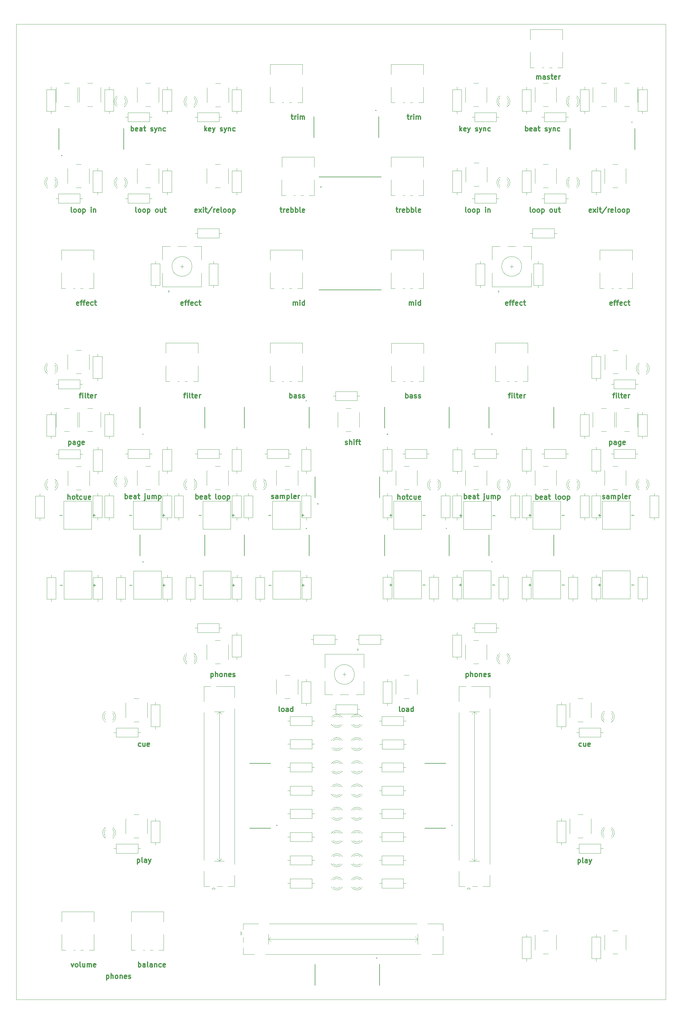
<source format=gbr>
%TF.GenerationSoftware,KiCad,Pcbnew,(5.1.7-0-10_14)*%
%TF.CreationDate,2020-11-07T14:29:28-03:00*%
%TF.ProjectId,MIDI2_out,4d494449-325f-46f7-9574-2e6b69636164,rev?*%
%TF.SameCoordinates,Original*%
%TF.FileFunction,Legend,Top*%
%TF.FilePolarity,Positive*%
%FSLAX46Y46*%
G04 Gerber Fmt 4.6, Leading zero omitted, Abs format (unit mm)*
G04 Created by KiCad (PCBNEW (5.1.7-0-10_14)) date 2020-11-07 14:29:28*
%MOMM*%
%LPD*%
G01*
G04 APERTURE LIST*
%TA.AperFunction,Profile*%
%ADD10C,0.050000*%
%TD*%
%ADD11C,0.300000*%
%ADD12C,0.120000*%
%ADD13C,0.200000*%
%ADD14C,0.127000*%
%ADD15C,0.150000*%
G04 APERTURE END LIST*
D10*
X0Y0D02*
X0Y-294000000D01*
X196000000Y0D02*
X0Y0D01*
X196000000Y-294000000D02*
X196000000Y0D01*
X0Y-294000000D02*
X196000000Y-294000000D01*
D11*
X15590883Y-143182037D02*
X15590883Y-141682037D01*
X16233741Y-143182037D02*
X16233741Y-142396323D01*
X16162312Y-142253466D01*
X16019455Y-142182037D01*
X15805169Y-142182037D01*
X15662312Y-142253466D01*
X15590883Y-142324894D01*
X17162312Y-143182037D02*
X17019455Y-143110608D01*
X16948026Y-143039180D01*
X16876598Y-142896323D01*
X16876598Y-142467751D01*
X16948026Y-142324894D01*
X17019455Y-142253466D01*
X17162312Y-142182037D01*
X17376598Y-142182037D01*
X17519455Y-142253466D01*
X17590883Y-142324894D01*
X17662312Y-142467751D01*
X17662312Y-142896323D01*
X17590883Y-143039180D01*
X17519455Y-143110608D01*
X17376598Y-143182037D01*
X17162312Y-143182037D01*
X18090883Y-142182037D02*
X18662312Y-142182037D01*
X18305169Y-141682037D02*
X18305169Y-142967751D01*
X18376598Y-143110608D01*
X18519455Y-143182037D01*
X18662312Y-143182037D01*
X19805169Y-143110608D02*
X19662312Y-143182037D01*
X19376598Y-143182037D01*
X19233741Y-143110608D01*
X19162312Y-143039180D01*
X19090883Y-142896323D01*
X19090883Y-142467751D01*
X19162312Y-142324894D01*
X19233741Y-142253466D01*
X19376598Y-142182037D01*
X19662312Y-142182037D01*
X19805169Y-142253466D01*
X21090883Y-142182037D02*
X21090883Y-143182037D01*
X20448026Y-142182037D02*
X20448026Y-142967751D01*
X20519455Y-143110608D01*
X20662312Y-143182037D01*
X20876598Y-143182037D01*
X21019455Y-143110608D01*
X21090883Y-143039180D01*
X22376598Y-143110608D02*
X22233741Y-143182037D01*
X21948026Y-143182037D01*
X21805169Y-143110608D01*
X21733741Y-142967751D01*
X21733741Y-142396323D01*
X21805169Y-142253466D01*
X21948026Y-142182037D01*
X22233741Y-142182037D01*
X22376598Y-142253466D01*
X22448026Y-142396323D01*
X22448026Y-142539180D01*
X21733741Y-142682037D01*
X32863578Y-143022541D02*
X32863578Y-141522541D01*
X32863578Y-142093970D02*
X33006435Y-142022541D01*
X33292149Y-142022541D01*
X33435007Y-142093970D01*
X33506435Y-142165398D01*
X33577864Y-142308255D01*
X33577864Y-142736827D01*
X33506435Y-142879684D01*
X33435007Y-142951112D01*
X33292149Y-143022541D01*
X33006435Y-143022541D01*
X32863578Y-142951112D01*
X34792149Y-142951112D02*
X34649292Y-143022541D01*
X34363578Y-143022541D01*
X34220721Y-142951112D01*
X34149292Y-142808255D01*
X34149292Y-142236827D01*
X34220721Y-142093970D01*
X34363578Y-142022541D01*
X34649292Y-142022541D01*
X34792149Y-142093970D01*
X34863578Y-142236827D01*
X34863578Y-142379684D01*
X34149292Y-142522541D01*
X36149292Y-143022541D02*
X36149292Y-142236827D01*
X36077864Y-142093970D01*
X35935007Y-142022541D01*
X35649292Y-142022541D01*
X35506435Y-142093970D01*
X36149292Y-142951112D02*
X36006435Y-143022541D01*
X35649292Y-143022541D01*
X35506435Y-142951112D01*
X35435007Y-142808255D01*
X35435007Y-142665398D01*
X35506435Y-142522541D01*
X35649292Y-142451112D01*
X36006435Y-142451112D01*
X36149292Y-142379684D01*
X36649292Y-142022541D02*
X37220721Y-142022541D01*
X36863578Y-141522541D02*
X36863578Y-142808255D01*
X36935007Y-142951112D01*
X37077864Y-143022541D01*
X37220721Y-143022541D01*
X38863578Y-142022541D02*
X38863578Y-143308255D01*
X38792149Y-143451112D01*
X38649292Y-143522541D01*
X38577864Y-143522541D01*
X38863578Y-141522541D02*
X38792149Y-141593970D01*
X38863578Y-141665398D01*
X38935007Y-141593970D01*
X38863578Y-141522541D01*
X38863578Y-141665398D01*
X40220721Y-142022541D02*
X40220721Y-143022541D01*
X39577864Y-142022541D02*
X39577864Y-142808255D01*
X39649292Y-142951112D01*
X39792149Y-143022541D01*
X40006435Y-143022541D01*
X40149292Y-142951112D01*
X40220721Y-142879684D01*
X40935007Y-143022541D02*
X40935007Y-142022541D01*
X40935007Y-142165398D02*
X41006435Y-142093970D01*
X41149292Y-142022541D01*
X41363578Y-142022541D01*
X41506435Y-142093970D01*
X41577864Y-142236827D01*
X41577864Y-143022541D01*
X41577864Y-142236827D02*
X41649292Y-142093970D01*
X41792149Y-142022541D01*
X42006435Y-142022541D01*
X42149292Y-142093970D01*
X42220721Y-142236827D01*
X42220721Y-143022541D01*
X42935007Y-142022541D02*
X42935007Y-143522541D01*
X42935007Y-142093970D02*
X43077864Y-142022541D01*
X43363578Y-142022541D01*
X43506435Y-142093970D01*
X43577864Y-142165398D01*
X43649292Y-142308255D01*
X43649292Y-142736827D01*
X43577864Y-142879684D01*
X43506435Y-142951112D01*
X43363578Y-143022541D01*
X43077864Y-143022541D01*
X42935007Y-142951112D01*
X54190997Y-143101361D02*
X54190997Y-141601361D01*
X54190997Y-142172790D02*
X54333854Y-142101361D01*
X54619568Y-142101361D01*
X54762425Y-142172790D01*
X54833854Y-142244218D01*
X54905282Y-142387075D01*
X54905282Y-142815647D01*
X54833854Y-142958504D01*
X54762425Y-143029932D01*
X54619568Y-143101361D01*
X54333854Y-143101361D01*
X54190997Y-143029932D01*
X56119568Y-143029932D02*
X55976711Y-143101361D01*
X55690997Y-143101361D01*
X55548139Y-143029932D01*
X55476711Y-142887075D01*
X55476711Y-142315647D01*
X55548139Y-142172790D01*
X55690997Y-142101361D01*
X55976711Y-142101361D01*
X56119568Y-142172790D01*
X56190997Y-142315647D01*
X56190997Y-142458504D01*
X55476711Y-142601361D01*
X57476711Y-143101361D02*
X57476711Y-142315647D01*
X57405282Y-142172790D01*
X57262425Y-142101361D01*
X56976711Y-142101361D01*
X56833854Y-142172790D01*
X57476711Y-143029932D02*
X57333854Y-143101361D01*
X56976711Y-143101361D01*
X56833854Y-143029932D01*
X56762425Y-142887075D01*
X56762425Y-142744218D01*
X56833854Y-142601361D01*
X56976711Y-142529932D01*
X57333854Y-142529932D01*
X57476711Y-142458504D01*
X57976711Y-142101361D02*
X58548139Y-142101361D01*
X58190997Y-141601361D02*
X58190997Y-142887075D01*
X58262425Y-143029932D01*
X58405282Y-143101361D01*
X58548139Y-143101361D01*
X60405282Y-143101361D02*
X60262425Y-143029932D01*
X60190997Y-142887075D01*
X60190997Y-141601361D01*
X61190997Y-143101361D02*
X61048139Y-143029932D01*
X60976711Y-142958504D01*
X60905282Y-142815647D01*
X60905282Y-142387075D01*
X60976711Y-142244218D01*
X61048139Y-142172790D01*
X61190997Y-142101361D01*
X61405282Y-142101361D01*
X61548139Y-142172790D01*
X61619568Y-142244218D01*
X61690997Y-142387075D01*
X61690997Y-142815647D01*
X61619568Y-142958504D01*
X61548139Y-143029932D01*
X61405282Y-143101361D01*
X61190997Y-143101361D01*
X62548139Y-143101361D02*
X62405282Y-143029932D01*
X62333854Y-142958504D01*
X62262425Y-142815647D01*
X62262425Y-142387075D01*
X62333854Y-142244218D01*
X62405282Y-142172790D01*
X62548139Y-142101361D01*
X62762425Y-142101361D01*
X62905282Y-142172790D01*
X62976711Y-142244218D01*
X63048139Y-142387075D01*
X63048139Y-142815647D01*
X62976711Y-142958504D01*
X62905282Y-143029932D01*
X62762425Y-143101361D01*
X62548139Y-143101361D01*
X63690997Y-142101361D02*
X63690997Y-143601361D01*
X63690997Y-142172790D02*
X63833854Y-142101361D01*
X64119568Y-142101361D01*
X64262425Y-142172790D01*
X64333854Y-142244218D01*
X64405282Y-142387075D01*
X64405282Y-142815647D01*
X64333854Y-142958504D01*
X64262425Y-143029932D01*
X64119568Y-143101361D01*
X63833854Y-143101361D01*
X63690997Y-143029932D01*
X77014315Y-142924838D02*
X77157173Y-142996267D01*
X77442887Y-142996267D01*
X77585744Y-142924838D01*
X77657173Y-142781981D01*
X77657173Y-142710553D01*
X77585744Y-142567696D01*
X77442887Y-142496267D01*
X77228601Y-142496267D01*
X77085744Y-142424838D01*
X77014315Y-142281981D01*
X77014315Y-142210553D01*
X77085744Y-142067696D01*
X77228601Y-141996267D01*
X77442887Y-141996267D01*
X77585744Y-142067696D01*
X78942887Y-142996267D02*
X78942887Y-142210553D01*
X78871458Y-142067696D01*
X78728601Y-141996267D01*
X78442887Y-141996267D01*
X78300030Y-142067696D01*
X78942887Y-142924838D02*
X78800030Y-142996267D01*
X78442887Y-142996267D01*
X78300030Y-142924838D01*
X78228601Y-142781981D01*
X78228601Y-142639124D01*
X78300030Y-142496267D01*
X78442887Y-142424838D01*
X78800030Y-142424838D01*
X78942887Y-142353410D01*
X79657173Y-142996267D02*
X79657173Y-141996267D01*
X79657173Y-142139124D02*
X79728601Y-142067696D01*
X79871458Y-141996267D01*
X80085744Y-141996267D01*
X80228601Y-142067696D01*
X80300030Y-142210553D01*
X80300030Y-142996267D01*
X80300030Y-142210553D02*
X80371458Y-142067696D01*
X80514315Y-141996267D01*
X80728601Y-141996267D01*
X80871458Y-142067696D01*
X80942887Y-142210553D01*
X80942887Y-142996267D01*
X81657173Y-141996267D02*
X81657173Y-143496267D01*
X81657173Y-142067696D02*
X81800030Y-141996267D01*
X82085744Y-141996267D01*
X82228601Y-142067696D01*
X82300030Y-142139124D01*
X82371458Y-142281981D01*
X82371458Y-142710553D01*
X82300030Y-142853410D01*
X82228601Y-142924838D01*
X82085744Y-142996267D01*
X81800030Y-142996267D01*
X81657173Y-142924838D01*
X83228601Y-142996267D02*
X83085744Y-142924838D01*
X83014315Y-142781981D01*
X83014315Y-141496267D01*
X84371458Y-142924838D02*
X84228601Y-142996267D01*
X83942887Y-142996267D01*
X83800030Y-142924838D01*
X83728601Y-142781981D01*
X83728601Y-142210553D01*
X83800030Y-142067696D01*
X83942887Y-141996267D01*
X84228601Y-141996267D01*
X84371458Y-142067696D01*
X84442887Y-142210553D01*
X84442887Y-142353410D01*
X83728601Y-142496267D01*
X85085744Y-142996267D02*
X85085744Y-141996267D01*
X85085744Y-142281981D02*
X85157173Y-142139124D01*
X85228601Y-142067696D01*
X85371458Y-141996267D01*
X85514315Y-141996267D01*
X176924567Y-142970743D02*
X177067425Y-143042172D01*
X177353139Y-143042172D01*
X177495996Y-142970743D01*
X177567425Y-142827886D01*
X177567425Y-142756458D01*
X177495996Y-142613601D01*
X177353139Y-142542172D01*
X177138853Y-142542172D01*
X176995996Y-142470743D01*
X176924567Y-142327886D01*
X176924567Y-142256458D01*
X176995996Y-142113601D01*
X177138853Y-142042172D01*
X177353139Y-142042172D01*
X177495996Y-142113601D01*
X178853139Y-143042172D02*
X178853139Y-142256458D01*
X178781710Y-142113601D01*
X178638853Y-142042172D01*
X178353139Y-142042172D01*
X178210282Y-142113601D01*
X178853139Y-142970743D02*
X178710282Y-143042172D01*
X178353139Y-143042172D01*
X178210282Y-142970743D01*
X178138853Y-142827886D01*
X178138853Y-142685029D01*
X178210282Y-142542172D01*
X178353139Y-142470743D01*
X178710282Y-142470743D01*
X178853139Y-142399315D01*
X179567425Y-143042172D02*
X179567425Y-142042172D01*
X179567425Y-142185029D02*
X179638853Y-142113601D01*
X179781710Y-142042172D01*
X179995996Y-142042172D01*
X180138853Y-142113601D01*
X180210282Y-142256458D01*
X180210282Y-143042172D01*
X180210282Y-142256458D02*
X180281710Y-142113601D01*
X180424567Y-142042172D01*
X180638853Y-142042172D01*
X180781710Y-142113601D01*
X180853139Y-142256458D01*
X180853139Y-143042172D01*
X181567425Y-142042172D02*
X181567425Y-143542172D01*
X181567425Y-142113601D02*
X181710282Y-142042172D01*
X181995996Y-142042172D01*
X182138853Y-142113601D01*
X182210282Y-142185029D01*
X182281710Y-142327886D01*
X182281710Y-142756458D01*
X182210282Y-142899315D01*
X182138853Y-142970743D01*
X181995996Y-143042172D01*
X181710282Y-143042172D01*
X181567425Y-142970743D01*
X183138853Y-143042172D02*
X182995996Y-142970743D01*
X182924567Y-142827886D01*
X182924567Y-141542172D01*
X184281710Y-142970743D02*
X184138853Y-143042172D01*
X183853139Y-143042172D01*
X183710282Y-142970743D01*
X183638853Y-142827886D01*
X183638853Y-142256458D01*
X183710282Y-142113601D01*
X183853139Y-142042172D01*
X184138853Y-142042172D01*
X184281710Y-142113601D01*
X184353139Y-142256458D01*
X184353139Y-142399315D01*
X183638853Y-142542172D01*
X184995996Y-143042172D02*
X184995996Y-142042172D01*
X184995996Y-142327886D02*
X185067425Y-142185029D01*
X185138853Y-142113601D01*
X185281710Y-142042172D01*
X185424567Y-142042172D01*
X156800489Y-143182037D02*
X156800489Y-141682037D01*
X156800489Y-142253466D02*
X156943346Y-142182037D01*
X157229060Y-142182037D01*
X157371917Y-142253466D01*
X157443346Y-142324894D01*
X157514774Y-142467751D01*
X157514774Y-142896323D01*
X157443346Y-143039180D01*
X157371917Y-143110608D01*
X157229060Y-143182037D01*
X156943346Y-143182037D01*
X156800489Y-143110608D01*
X158729060Y-143110608D02*
X158586203Y-143182037D01*
X158300489Y-143182037D01*
X158157631Y-143110608D01*
X158086203Y-142967751D01*
X158086203Y-142396323D01*
X158157631Y-142253466D01*
X158300489Y-142182037D01*
X158586203Y-142182037D01*
X158729060Y-142253466D01*
X158800489Y-142396323D01*
X158800489Y-142539180D01*
X158086203Y-142682037D01*
X160086203Y-143182037D02*
X160086203Y-142396323D01*
X160014774Y-142253466D01*
X159871917Y-142182037D01*
X159586203Y-142182037D01*
X159443346Y-142253466D01*
X160086203Y-143110608D02*
X159943346Y-143182037D01*
X159586203Y-143182037D01*
X159443346Y-143110608D01*
X159371917Y-142967751D01*
X159371917Y-142824894D01*
X159443346Y-142682037D01*
X159586203Y-142610608D01*
X159943346Y-142610608D01*
X160086203Y-142539180D01*
X160586203Y-142182037D02*
X161157631Y-142182037D01*
X160800489Y-141682037D02*
X160800489Y-142967751D01*
X160871917Y-143110608D01*
X161014774Y-143182037D01*
X161157631Y-143182037D01*
X163014774Y-143182037D02*
X162871917Y-143110608D01*
X162800489Y-142967751D01*
X162800489Y-141682037D01*
X163800489Y-143182037D02*
X163657631Y-143110608D01*
X163586203Y-143039180D01*
X163514774Y-142896323D01*
X163514774Y-142467751D01*
X163586203Y-142324894D01*
X163657631Y-142253466D01*
X163800489Y-142182037D01*
X164014774Y-142182037D01*
X164157631Y-142253466D01*
X164229060Y-142324894D01*
X164300489Y-142467751D01*
X164300489Y-142896323D01*
X164229060Y-143039180D01*
X164157631Y-143110608D01*
X164014774Y-143182037D01*
X163800489Y-143182037D01*
X165157631Y-143182037D02*
X165014774Y-143110608D01*
X164943346Y-143039180D01*
X164871917Y-142896323D01*
X164871917Y-142467751D01*
X164943346Y-142324894D01*
X165014774Y-142253466D01*
X165157631Y-142182037D01*
X165371917Y-142182037D01*
X165514774Y-142253466D01*
X165586203Y-142324894D01*
X165657631Y-142467751D01*
X165657631Y-142896323D01*
X165586203Y-143039180D01*
X165514774Y-143110608D01*
X165371917Y-143182037D01*
X165157631Y-143182037D01*
X166300489Y-142182037D02*
X166300489Y-143682037D01*
X166300489Y-142253466D02*
X166443346Y-142182037D01*
X166729060Y-142182037D01*
X166871917Y-142253466D01*
X166943346Y-142324894D01*
X167014774Y-142467751D01*
X167014774Y-142896323D01*
X166943346Y-143039180D01*
X166871917Y-143110608D01*
X166729060Y-143182037D01*
X166443346Y-143182037D01*
X166300489Y-143110608D01*
X135229060Y-143059655D02*
X135229060Y-141559655D01*
X135229060Y-142131084D02*
X135371917Y-142059655D01*
X135657631Y-142059655D01*
X135800489Y-142131084D01*
X135871917Y-142202512D01*
X135943346Y-142345369D01*
X135943346Y-142773941D01*
X135871917Y-142916798D01*
X135800489Y-142988226D01*
X135657631Y-143059655D01*
X135371917Y-143059655D01*
X135229060Y-142988226D01*
X137157631Y-142988226D02*
X137014774Y-143059655D01*
X136729060Y-143059655D01*
X136586203Y-142988226D01*
X136514774Y-142845369D01*
X136514774Y-142273941D01*
X136586203Y-142131084D01*
X136729060Y-142059655D01*
X137014774Y-142059655D01*
X137157631Y-142131084D01*
X137229060Y-142273941D01*
X137229060Y-142416798D01*
X136514774Y-142559655D01*
X138514774Y-143059655D02*
X138514774Y-142273941D01*
X138443346Y-142131084D01*
X138300489Y-142059655D01*
X138014774Y-142059655D01*
X137871917Y-142131084D01*
X138514774Y-142988226D02*
X138371917Y-143059655D01*
X138014774Y-143059655D01*
X137871917Y-142988226D01*
X137800489Y-142845369D01*
X137800489Y-142702512D01*
X137871917Y-142559655D01*
X138014774Y-142488226D01*
X138371917Y-142488226D01*
X138514774Y-142416798D01*
X139014774Y-142059655D02*
X139586203Y-142059655D01*
X139229060Y-141559655D02*
X139229060Y-142845369D01*
X139300489Y-142988226D01*
X139443346Y-143059655D01*
X139586203Y-143059655D01*
X141229060Y-142059655D02*
X141229060Y-143345369D01*
X141157631Y-143488226D01*
X141014774Y-143559655D01*
X140943346Y-143559655D01*
X141229060Y-141559655D02*
X141157631Y-141631084D01*
X141229060Y-141702512D01*
X141300489Y-141631084D01*
X141229060Y-141559655D01*
X141229060Y-141702512D01*
X142586203Y-142059655D02*
X142586203Y-143059655D01*
X141943346Y-142059655D02*
X141943346Y-142845369D01*
X142014774Y-142988226D01*
X142157631Y-143059655D01*
X142371917Y-143059655D01*
X142514774Y-142988226D01*
X142586203Y-142916798D01*
X143300489Y-143059655D02*
X143300489Y-142059655D01*
X143300489Y-142202512D02*
X143371917Y-142131084D01*
X143514774Y-142059655D01*
X143729060Y-142059655D01*
X143871917Y-142131084D01*
X143943346Y-142273941D01*
X143943346Y-143059655D01*
X143943346Y-142273941D02*
X144014774Y-142131084D01*
X144157631Y-142059655D01*
X144371917Y-142059655D01*
X144514774Y-142131084D01*
X144586203Y-142273941D01*
X144586203Y-143059655D01*
X145300489Y-142059655D02*
X145300489Y-143559655D01*
X145300489Y-142131084D02*
X145443346Y-142059655D01*
X145729060Y-142059655D01*
X145871917Y-142131084D01*
X145943346Y-142202512D01*
X146014774Y-142345369D01*
X146014774Y-142773941D01*
X145943346Y-142916798D01*
X145871917Y-142988226D01*
X145729060Y-143059655D01*
X145443346Y-143059655D01*
X145300489Y-142988226D01*
X115170883Y-143182037D02*
X115170883Y-141682037D01*
X115813741Y-143182037D02*
X115813741Y-142396323D01*
X115742312Y-142253466D01*
X115599455Y-142182037D01*
X115385169Y-142182037D01*
X115242312Y-142253466D01*
X115170883Y-142324894D01*
X116742312Y-143182037D02*
X116599455Y-143110608D01*
X116528026Y-143039180D01*
X116456598Y-142896323D01*
X116456598Y-142467751D01*
X116528026Y-142324894D01*
X116599455Y-142253466D01*
X116742312Y-142182037D01*
X116956598Y-142182037D01*
X117099455Y-142253466D01*
X117170883Y-142324894D01*
X117242312Y-142467751D01*
X117242312Y-142896323D01*
X117170883Y-143039180D01*
X117099455Y-143110608D01*
X116956598Y-143182037D01*
X116742312Y-143182037D01*
X117670883Y-142182037D02*
X118242312Y-142182037D01*
X117885169Y-141682037D02*
X117885169Y-142967751D01*
X117956598Y-143110608D01*
X118099455Y-143182037D01*
X118242312Y-143182037D01*
X119385169Y-143110608D02*
X119242312Y-143182037D01*
X118956598Y-143182037D01*
X118813741Y-143110608D01*
X118742312Y-143039180D01*
X118670883Y-142896323D01*
X118670883Y-142467751D01*
X118742312Y-142324894D01*
X118813741Y-142253466D01*
X118956598Y-142182037D01*
X119242312Y-142182037D01*
X119385169Y-142253466D01*
X120670883Y-142182037D02*
X120670883Y-143182037D01*
X120028026Y-142182037D02*
X120028026Y-142967751D01*
X120099455Y-143110608D01*
X120242312Y-143182037D01*
X120456598Y-143182037D01*
X120599455Y-143110608D01*
X120670883Y-143039180D01*
X121956598Y-143110608D02*
X121813741Y-143182037D01*
X121528026Y-143182037D01*
X121385169Y-143110608D01*
X121313741Y-142967751D01*
X121313741Y-142396323D01*
X121385169Y-142253466D01*
X121528026Y-142182037D01*
X121813741Y-142182037D01*
X121956598Y-142253466D01*
X122028026Y-142396323D01*
X122028026Y-142539180D01*
X121313741Y-142682037D01*
X179052142Y-125678571D02*
X179052142Y-127178571D01*
X179052142Y-125750000D02*
X179195000Y-125678571D01*
X179480714Y-125678571D01*
X179623571Y-125750000D01*
X179695000Y-125821428D01*
X179766428Y-125964285D01*
X179766428Y-126392857D01*
X179695000Y-126535714D01*
X179623571Y-126607142D01*
X179480714Y-126678571D01*
X179195000Y-126678571D01*
X179052142Y-126607142D01*
X181052142Y-126678571D02*
X181052142Y-125892857D01*
X180980714Y-125750000D01*
X180837857Y-125678571D01*
X180552142Y-125678571D01*
X180409285Y-125750000D01*
X181052142Y-126607142D02*
X180909285Y-126678571D01*
X180552142Y-126678571D01*
X180409285Y-126607142D01*
X180337857Y-126464285D01*
X180337857Y-126321428D01*
X180409285Y-126178571D01*
X180552142Y-126107142D01*
X180909285Y-126107142D01*
X181052142Y-126035714D01*
X182409285Y-125678571D02*
X182409285Y-126892857D01*
X182337857Y-127035714D01*
X182266428Y-127107142D01*
X182123571Y-127178571D01*
X181909285Y-127178571D01*
X181766428Y-127107142D01*
X182409285Y-126607142D02*
X182266428Y-126678571D01*
X181980714Y-126678571D01*
X181837857Y-126607142D01*
X181766428Y-126535714D01*
X181695000Y-126392857D01*
X181695000Y-125964285D01*
X181766428Y-125821428D01*
X181837857Y-125750000D01*
X181980714Y-125678571D01*
X182266428Y-125678571D01*
X182409285Y-125750000D01*
X183695000Y-126607142D02*
X183552142Y-126678571D01*
X183266428Y-126678571D01*
X183123571Y-126607142D01*
X183052142Y-126464285D01*
X183052142Y-125892857D01*
X183123571Y-125750000D01*
X183266428Y-125678571D01*
X183552142Y-125678571D01*
X183695000Y-125750000D01*
X183766428Y-125892857D01*
X183766428Y-126035714D01*
X183052142Y-126178571D01*
X15805000Y-125678571D02*
X15805000Y-127178571D01*
X15805000Y-125750000D02*
X15947857Y-125678571D01*
X16233571Y-125678571D01*
X16376428Y-125750000D01*
X16447857Y-125821428D01*
X16519285Y-125964285D01*
X16519285Y-126392857D01*
X16447857Y-126535714D01*
X16376428Y-126607142D01*
X16233571Y-126678571D01*
X15947857Y-126678571D01*
X15805000Y-126607142D01*
X17805000Y-126678571D02*
X17805000Y-125892857D01*
X17733571Y-125750000D01*
X17590714Y-125678571D01*
X17305000Y-125678571D01*
X17162142Y-125750000D01*
X17805000Y-126607142D02*
X17662142Y-126678571D01*
X17305000Y-126678571D01*
X17162142Y-126607142D01*
X17090714Y-126464285D01*
X17090714Y-126321428D01*
X17162142Y-126178571D01*
X17305000Y-126107142D01*
X17662142Y-126107142D01*
X17805000Y-126035714D01*
X19162142Y-125678571D02*
X19162142Y-126892857D01*
X19090714Y-127035714D01*
X19019285Y-127107142D01*
X18876428Y-127178571D01*
X18662142Y-127178571D01*
X18519285Y-127107142D01*
X19162142Y-126607142D02*
X19019285Y-126678571D01*
X18733571Y-126678571D01*
X18590714Y-126607142D01*
X18519285Y-126535714D01*
X18447857Y-126392857D01*
X18447857Y-125964285D01*
X18519285Y-125821428D01*
X18590714Y-125750000D01*
X18733571Y-125678571D01*
X19019285Y-125678571D01*
X19162142Y-125750000D01*
X20447857Y-126607142D02*
X20305000Y-126678571D01*
X20019285Y-126678571D01*
X19876428Y-126607142D01*
X19805000Y-126464285D01*
X19805000Y-125892857D01*
X19876428Y-125750000D01*
X20019285Y-125678571D01*
X20305000Y-125678571D01*
X20447857Y-125750000D01*
X20519285Y-125892857D01*
X20519285Y-126035714D01*
X19805000Y-126178571D01*
X79519285Y-207178571D02*
X79376428Y-207107142D01*
X79305000Y-206964285D01*
X79305000Y-205678571D01*
X80305000Y-207178571D02*
X80162142Y-207107142D01*
X80090714Y-207035714D01*
X80019285Y-206892857D01*
X80019285Y-206464285D01*
X80090714Y-206321428D01*
X80162142Y-206250000D01*
X80305000Y-206178571D01*
X80519285Y-206178571D01*
X80662142Y-206250000D01*
X80733571Y-206321428D01*
X80805000Y-206464285D01*
X80805000Y-206892857D01*
X80733571Y-207035714D01*
X80662142Y-207107142D01*
X80519285Y-207178571D01*
X80305000Y-207178571D01*
X82090714Y-207178571D02*
X82090714Y-206392857D01*
X82019285Y-206250000D01*
X81876428Y-206178571D01*
X81590714Y-206178571D01*
X81447857Y-206250000D01*
X82090714Y-207107142D02*
X81947857Y-207178571D01*
X81590714Y-207178571D01*
X81447857Y-207107142D01*
X81376428Y-206964285D01*
X81376428Y-206821428D01*
X81447857Y-206678571D01*
X81590714Y-206607142D01*
X81947857Y-206607142D01*
X82090714Y-206535714D01*
X83447857Y-207178571D02*
X83447857Y-205678571D01*
X83447857Y-207107142D02*
X83305000Y-207178571D01*
X83019285Y-207178571D01*
X82876428Y-207107142D01*
X82805000Y-207035714D01*
X82733571Y-206892857D01*
X82733571Y-206464285D01*
X82805000Y-206321428D01*
X82876428Y-206250000D01*
X83019285Y-206178571D01*
X83305000Y-206178571D01*
X83447857Y-206250000D01*
X115864615Y-207178571D02*
X115721758Y-207107142D01*
X115650330Y-206964285D01*
X115650330Y-205678571D01*
X116650330Y-207178571D02*
X116507472Y-207107142D01*
X116436044Y-207035714D01*
X116364615Y-206892857D01*
X116364615Y-206464285D01*
X116436044Y-206321428D01*
X116507472Y-206250000D01*
X116650330Y-206178571D01*
X116864615Y-206178571D01*
X117007472Y-206250000D01*
X117078901Y-206321428D01*
X117150330Y-206464285D01*
X117150330Y-206892857D01*
X117078901Y-207035714D01*
X117007472Y-207107142D01*
X116864615Y-207178571D01*
X116650330Y-207178571D01*
X118436044Y-207178571D02*
X118436044Y-206392857D01*
X118364615Y-206250000D01*
X118221758Y-206178571D01*
X117936044Y-206178571D01*
X117793187Y-206250000D01*
X118436044Y-207107142D02*
X118293187Y-207178571D01*
X117936044Y-207178571D01*
X117793187Y-207107142D01*
X117721758Y-206964285D01*
X117721758Y-206821428D01*
X117793187Y-206678571D01*
X117936044Y-206607142D01*
X118293187Y-206607142D01*
X118436044Y-206535714D01*
X119793187Y-207178571D02*
X119793187Y-205678571D01*
X119793187Y-207107142D02*
X119650330Y-207178571D01*
X119364615Y-207178571D01*
X119221758Y-207107142D01*
X119150330Y-207035714D01*
X119078901Y-206892857D01*
X119078901Y-206464285D01*
X119150330Y-206321428D01*
X119221758Y-206250000D01*
X119364615Y-206178571D01*
X119650330Y-206178571D01*
X119793187Y-206250000D01*
X50519285Y-111678571D02*
X51090714Y-111678571D01*
X50733571Y-112678571D02*
X50733571Y-111392857D01*
X50805000Y-111250000D01*
X50947857Y-111178571D01*
X51090714Y-111178571D01*
X51590714Y-112678571D02*
X51590714Y-111678571D01*
X51590714Y-111178571D02*
X51519285Y-111250000D01*
X51590714Y-111321428D01*
X51662142Y-111250000D01*
X51590714Y-111178571D01*
X51590714Y-111321428D01*
X52519285Y-112678571D02*
X52376428Y-112607142D01*
X52305000Y-112464285D01*
X52305000Y-111178571D01*
X52876428Y-111678571D02*
X53447857Y-111678571D01*
X53090714Y-111178571D02*
X53090714Y-112464285D01*
X53162142Y-112607142D01*
X53305000Y-112678571D01*
X53447857Y-112678571D01*
X54519285Y-112607142D02*
X54376428Y-112678571D01*
X54090714Y-112678571D01*
X53947857Y-112607142D01*
X53876428Y-112464285D01*
X53876428Y-111892857D01*
X53947857Y-111750000D01*
X54090714Y-111678571D01*
X54376428Y-111678571D01*
X54519285Y-111750000D01*
X54590714Y-111892857D01*
X54590714Y-112035714D01*
X53876428Y-112178571D01*
X55233571Y-112678571D02*
X55233571Y-111678571D01*
X55233571Y-111964285D02*
X55305000Y-111821428D01*
X55376428Y-111750000D01*
X55519285Y-111678571D01*
X55662142Y-111678571D01*
X34662142Y-32178571D02*
X34662142Y-30678571D01*
X34662142Y-31250000D02*
X34805000Y-31178571D01*
X35090714Y-31178571D01*
X35233571Y-31250000D01*
X35305000Y-31321428D01*
X35376428Y-31464285D01*
X35376428Y-31892857D01*
X35305000Y-32035714D01*
X35233571Y-32107142D01*
X35090714Y-32178571D01*
X34805000Y-32178571D01*
X34662142Y-32107142D01*
X36590714Y-32107142D02*
X36447857Y-32178571D01*
X36162142Y-32178571D01*
X36019285Y-32107142D01*
X35947857Y-31964285D01*
X35947857Y-31392857D01*
X36019285Y-31250000D01*
X36162142Y-31178571D01*
X36447857Y-31178571D01*
X36590714Y-31250000D01*
X36662142Y-31392857D01*
X36662142Y-31535714D01*
X35947857Y-31678571D01*
X37947857Y-32178571D02*
X37947857Y-31392857D01*
X37876428Y-31250000D01*
X37733571Y-31178571D01*
X37447857Y-31178571D01*
X37305000Y-31250000D01*
X37947857Y-32107142D02*
X37805000Y-32178571D01*
X37447857Y-32178571D01*
X37305000Y-32107142D01*
X37233571Y-31964285D01*
X37233571Y-31821428D01*
X37305000Y-31678571D01*
X37447857Y-31607142D01*
X37805000Y-31607142D01*
X37947857Y-31535714D01*
X38447857Y-31178571D02*
X39019285Y-31178571D01*
X38662142Y-30678571D02*
X38662142Y-31964285D01*
X38733571Y-32107142D01*
X38876428Y-32178571D01*
X39019285Y-32178571D01*
X40590714Y-32107142D02*
X40733571Y-32178571D01*
X41019285Y-32178571D01*
X41162142Y-32107142D01*
X41233571Y-31964285D01*
X41233571Y-31892857D01*
X41162142Y-31750000D01*
X41019285Y-31678571D01*
X40805000Y-31678571D01*
X40662142Y-31607142D01*
X40590714Y-31464285D01*
X40590714Y-31392857D01*
X40662142Y-31250000D01*
X40805000Y-31178571D01*
X41019285Y-31178571D01*
X41162142Y-31250000D01*
X41733571Y-31178571D02*
X42090714Y-32178571D01*
X42447857Y-31178571D02*
X42090714Y-32178571D01*
X41947857Y-32535714D01*
X41876428Y-32607142D01*
X41733571Y-32678571D01*
X43019285Y-31178571D02*
X43019285Y-32178571D01*
X43019285Y-31321428D02*
X43090714Y-31250000D01*
X43233571Y-31178571D01*
X43447857Y-31178571D01*
X43590714Y-31250000D01*
X43662142Y-31392857D01*
X43662142Y-32178571D01*
X45019285Y-32107142D02*
X44876428Y-32178571D01*
X44590714Y-32178571D01*
X44447857Y-32107142D01*
X44376428Y-32035714D01*
X44305000Y-31892857D01*
X44305000Y-31464285D01*
X44376428Y-31321428D01*
X44447857Y-31250000D01*
X44590714Y-31178571D01*
X44876428Y-31178571D01*
X45019285Y-31250000D01*
X56876428Y-32178571D02*
X56876428Y-30678571D01*
X57019285Y-31607142D02*
X57447857Y-32178571D01*
X57447857Y-31178571D02*
X56876428Y-31750000D01*
X58662142Y-32107142D02*
X58519285Y-32178571D01*
X58233571Y-32178571D01*
X58090714Y-32107142D01*
X58019285Y-31964285D01*
X58019285Y-31392857D01*
X58090714Y-31250000D01*
X58233571Y-31178571D01*
X58519285Y-31178571D01*
X58662142Y-31250000D01*
X58733571Y-31392857D01*
X58733571Y-31535714D01*
X58019285Y-31678571D01*
X59233571Y-31178571D02*
X59590714Y-32178571D01*
X59947857Y-31178571D02*
X59590714Y-32178571D01*
X59447857Y-32535714D01*
X59376428Y-32607142D01*
X59233571Y-32678571D01*
X61590714Y-32107142D02*
X61733571Y-32178571D01*
X62019285Y-32178571D01*
X62162142Y-32107142D01*
X62233571Y-31964285D01*
X62233571Y-31892857D01*
X62162142Y-31750000D01*
X62019285Y-31678571D01*
X61805000Y-31678571D01*
X61662142Y-31607142D01*
X61590714Y-31464285D01*
X61590714Y-31392857D01*
X61662142Y-31250000D01*
X61805000Y-31178571D01*
X62019285Y-31178571D01*
X62162142Y-31250000D01*
X62733571Y-31178571D02*
X63090714Y-32178571D01*
X63447857Y-31178571D02*
X63090714Y-32178571D01*
X62947857Y-32535714D01*
X62876428Y-32607142D01*
X62733571Y-32678571D01*
X64019285Y-31178571D02*
X64019285Y-32178571D01*
X64019285Y-31321428D02*
X64090714Y-31250000D01*
X64233571Y-31178571D01*
X64447857Y-31178571D01*
X64590714Y-31250000D01*
X64662142Y-31392857D01*
X64662142Y-32178571D01*
X66019285Y-32107142D02*
X65876428Y-32178571D01*
X65590714Y-32178571D01*
X65447857Y-32107142D01*
X65376428Y-32035714D01*
X65305000Y-31892857D01*
X65305000Y-31464285D01*
X65376428Y-31321428D01*
X65447857Y-31250000D01*
X65590714Y-31178571D01*
X65876428Y-31178571D01*
X66019285Y-31250000D01*
X16805000Y-56678571D02*
X16662142Y-56607142D01*
X16590714Y-56464285D01*
X16590714Y-55178571D01*
X17590714Y-56678571D02*
X17447857Y-56607142D01*
X17376428Y-56535714D01*
X17305000Y-56392857D01*
X17305000Y-55964285D01*
X17376428Y-55821428D01*
X17447857Y-55750000D01*
X17590714Y-55678571D01*
X17805000Y-55678571D01*
X17947857Y-55750000D01*
X18019285Y-55821428D01*
X18090714Y-55964285D01*
X18090714Y-56392857D01*
X18019285Y-56535714D01*
X17947857Y-56607142D01*
X17805000Y-56678571D01*
X17590714Y-56678571D01*
X18947857Y-56678571D02*
X18805000Y-56607142D01*
X18733571Y-56535714D01*
X18662142Y-56392857D01*
X18662142Y-55964285D01*
X18733571Y-55821428D01*
X18805000Y-55750000D01*
X18947857Y-55678571D01*
X19162142Y-55678571D01*
X19305000Y-55750000D01*
X19376428Y-55821428D01*
X19447857Y-55964285D01*
X19447857Y-56392857D01*
X19376428Y-56535714D01*
X19305000Y-56607142D01*
X19162142Y-56678571D01*
X18947857Y-56678571D01*
X20090714Y-55678571D02*
X20090714Y-57178571D01*
X20090714Y-55750000D02*
X20233571Y-55678571D01*
X20519285Y-55678571D01*
X20662142Y-55750000D01*
X20733571Y-55821428D01*
X20805000Y-55964285D01*
X20805000Y-56392857D01*
X20733571Y-56535714D01*
X20662142Y-56607142D01*
X20519285Y-56678571D01*
X20233571Y-56678571D01*
X20090714Y-56607142D01*
X22590714Y-56678571D02*
X22590714Y-55678571D01*
X22590714Y-55178571D02*
X22519285Y-55250000D01*
X22590714Y-55321428D01*
X22662142Y-55250000D01*
X22590714Y-55178571D01*
X22590714Y-55321428D01*
X23305000Y-55678571D02*
X23305000Y-56678571D01*
X23305000Y-55821428D02*
X23376428Y-55750000D01*
X23519285Y-55678571D01*
X23733571Y-55678571D01*
X23876428Y-55750000D01*
X23947857Y-55892857D01*
X23947857Y-56678571D01*
X54519285Y-56607142D02*
X54376428Y-56678571D01*
X54090714Y-56678571D01*
X53947857Y-56607142D01*
X53876428Y-56464285D01*
X53876428Y-55892857D01*
X53947857Y-55750000D01*
X54090714Y-55678571D01*
X54376428Y-55678571D01*
X54519285Y-55750000D01*
X54590714Y-55892857D01*
X54590714Y-56035714D01*
X53876428Y-56178571D01*
X55090714Y-56678571D02*
X55876428Y-55678571D01*
X55090714Y-55678571D02*
X55876428Y-56678571D01*
X56447857Y-56678571D02*
X56447857Y-55678571D01*
X56447857Y-55178571D02*
X56376428Y-55250000D01*
X56447857Y-55321428D01*
X56519285Y-55250000D01*
X56447857Y-55178571D01*
X56447857Y-55321428D01*
X56947857Y-55678571D02*
X57519285Y-55678571D01*
X57162142Y-55178571D02*
X57162142Y-56464285D01*
X57233571Y-56607142D01*
X57376428Y-56678571D01*
X57519285Y-56678571D01*
X59090714Y-55107142D02*
X57805000Y-57035714D01*
X59590714Y-56678571D02*
X59590714Y-55678571D01*
X59590714Y-55964285D02*
X59662142Y-55821428D01*
X59733571Y-55750000D01*
X59876428Y-55678571D01*
X60019285Y-55678571D01*
X61090714Y-56607142D02*
X60947857Y-56678571D01*
X60662142Y-56678571D01*
X60519285Y-56607142D01*
X60447857Y-56464285D01*
X60447857Y-55892857D01*
X60519285Y-55750000D01*
X60662142Y-55678571D01*
X60947857Y-55678571D01*
X61090714Y-55750000D01*
X61162142Y-55892857D01*
X61162142Y-56035714D01*
X60447857Y-56178571D01*
X62019285Y-56678571D02*
X61876428Y-56607142D01*
X61805000Y-56464285D01*
X61805000Y-55178571D01*
X62805000Y-56678571D02*
X62662142Y-56607142D01*
X62590714Y-56535714D01*
X62519285Y-56392857D01*
X62519285Y-55964285D01*
X62590714Y-55821428D01*
X62662142Y-55750000D01*
X62805000Y-55678571D01*
X63019285Y-55678571D01*
X63162142Y-55750000D01*
X63233571Y-55821428D01*
X63305000Y-55964285D01*
X63305000Y-56392857D01*
X63233571Y-56535714D01*
X63162142Y-56607142D01*
X63019285Y-56678571D01*
X62805000Y-56678571D01*
X64162142Y-56678571D02*
X64019285Y-56607142D01*
X63947857Y-56535714D01*
X63876428Y-56392857D01*
X63876428Y-55964285D01*
X63947857Y-55821428D01*
X64019285Y-55750000D01*
X64162142Y-55678571D01*
X64376428Y-55678571D01*
X64519285Y-55750000D01*
X64590714Y-55821428D01*
X64662142Y-55964285D01*
X64662142Y-56392857D01*
X64590714Y-56535714D01*
X64519285Y-56607142D01*
X64376428Y-56678571D01*
X64162142Y-56678571D01*
X65304999Y-55678571D02*
X65304999Y-57178571D01*
X65304999Y-55750000D02*
X65447857Y-55678571D01*
X65733571Y-55678571D01*
X65876428Y-55750000D01*
X65947857Y-55821428D01*
X66019285Y-55964285D01*
X66019285Y-56392857D01*
X65947857Y-56535714D01*
X65876428Y-56607142D01*
X65733571Y-56678571D01*
X65447857Y-56678571D01*
X65304999Y-56607142D01*
X36305000Y-56678571D02*
X36162142Y-56607142D01*
X36090714Y-56464285D01*
X36090714Y-55178571D01*
X37090714Y-56678571D02*
X36947857Y-56607142D01*
X36876428Y-56535714D01*
X36805000Y-56392857D01*
X36805000Y-55964285D01*
X36876428Y-55821428D01*
X36947857Y-55750000D01*
X37090714Y-55678571D01*
X37305000Y-55678571D01*
X37447857Y-55750000D01*
X37519285Y-55821428D01*
X37590714Y-55964285D01*
X37590714Y-56392857D01*
X37519285Y-56535714D01*
X37447857Y-56607142D01*
X37305000Y-56678571D01*
X37090714Y-56678571D01*
X38447857Y-56678571D02*
X38305000Y-56607142D01*
X38233571Y-56535714D01*
X38162142Y-56392857D01*
X38162142Y-55964285D01*
X38233571Y-55821428D01*
X38305000Y-55750000D01*
X38447857Y-55678571D01*
X38662142Y-55678571D01*
X38805000Y-55750000D01*
X38876428Y-55821428D01*
X38947857Y-55964285D01*
X38947857Y-56392857D01*
X38876428Y-56535714D01*
X38805000Y-56607142D01*
X38662142Y-56678571D01*
X38447857Y-56678571D01*
X39590714Y-55678571D02*
X39590714Y-57178571D01*
X39590714Y-55750000D02*
X39733571Y-55678571D01*
X40019285Y-55678571D01*
X40162142Y-55750000D01*
X40233571Y-55821428D01*
X40305000Y-55964285D01*
X40305000Y-56392857D01*
X40233571Y-56535714D01*
X40162142Y-56607142D01*
X40019285Y-56678571D01*
X39733571Y-56678571D01*
X39590714Y-56607142D01*
X42305000Y-56678571D02*
X42162142Y-56607142D01*
X42090714Y-56535714D01*
X42019285Y-56392857D01*
X42019285Y-55964285D01*
X42090714Y-55821428D01*
X42162142Y-55750000D01*
X42305000Y-55678571D01*
X42519285Y-55678571D01*
X42662142Y-55750000D01*
X42733571Y-55821428D01*
X42805000Y-55964285D01*
X42805000Y-56392857D01*
X42733571Y-56535714D01*
X42662142Y-56607142D01*
X42519285Y-56678571D01*
X42305000Y-56678571D01*
X44090714Y-55678571D02*
X44090714Y-56678571D01*
X43447857Y-55678571D02*
X43447857Y-56464285D01*
X43519285Y-56607142D01*
X43662142Y-56678571D01*
X43876428Y-56678571D01*
X44019285Y-56607142D01*
X44090714Y-56535714D01*
X44590714Y-55678571D02*
X45162142Y-55678571D01*
X44805000Y-55178571D02*
X44805000Y-56464285D01*
X44876428Y-56607142D01*
X45019285Y-56678571D01*
X45162142Y-56678571D01*
X19019285Y-111678571D02*
X19590714Y-111678571D01*
X19233571Y-112678571D02*
X19233571Y-111392857D01*
X19305000Y-111250000D01*
X19447857Y-111178571D01*
X19590714Y-111178571D01*
X20090714Y-112678571D02*
X20090714Y-111678571D01*
X20090714Y-111178571D02*
X20019285Y-111250000D01*
X20090714Y-111321428D01*
X20162142Y-111250000D01*
X20090714Y-111178571D01*
X20090714Y-111321428D01*
X21019285Y-112678571D02*
X20876428Y-112607142D01*
X20805000Y-112464285D01*
X20805000Y-111178571D01*
X21376428Y-111678571D02*
X21947857Y-111678571D01*
X21590714Y-111178571D02*
X21590714Y-112464285D01*
X21662142Y-112607142D01*
X21805000Y-112678571D01*
X21947857Y-112678571D01*
X23019285Y-112607142D02*
X22876428Y-112678571D01*
X22590714Y-112678571D01*
X22447857Y-112607142D01*
X22376428Y-112464285D01*
X22376428Y-111892857D01*
X22447857Y-111750000D01*
X22590714Y-111678571D01*
X22876428Y-111678571D01*
X23019285Y-111750000D01*
X23090714Y-111892857D01*
X23090714Y-112035714D01*
X22376428Y-112178571D01*
X23733571Y-112678571D02*
X23733571Y-111678571D01*
X23733571Y-111964285D02*
X23805000Y-111821428D01*
X23876428Y-111750000D01*
X24019285Y-111678571D01*
X24162142Y-111678571D01*
X18805000Y-84607142D02*
X18662142Y-84678571D01*
X18376428Y-84678571D01*
X18233571Y-84607142D01*
X18162142Y-84464285D01*
X18162142Y-83892857D01*
X18233571Y-83750000D01*
X18376428Y-83678571D01*
X18662142Y-83678571D01*
X18805000Y-83750000D01*
X18876428Y-83892857D01*
X18876428Y-84035714D01*
X18162142Y-84178571D01*
X19305000Y-83678571D02*
X19876428Y-83678571D01*
X19519285Y-84678571D02*
X19519285Y-83392857D01*
X19590714Y-83250000D01*
X19733571Y-83178571D01*
X19876428Y-83178571D01*
X20162142Y-83678571D02*
X20733571Y-83678571D01*
X20376428Y-84678571D02*
X20376428Y-83392857D01*
X20447857Y-83250000D01*
X20590714Y-83178571D01*
X20733571Y-83178571D01*
X21805000Y-84607142D02*
X21662142Y-84678571D01*
X21376428Y-84678571D01*
X21233571Y-84607142D01*
X21162142Y-84464285D01*
X21162142Y-83892857D01*
X21233571Y-83750000D01*
X21376428Y-83678571D01*
X21662142Y-83678571D01*
X21805000Y-83750000D01*
X21876428Y-83892857D01*
X21876428Y-84035714D01*
X21162142Y-84178571D01*
X23162142Y-84607142D02*
X23019285Y-84678571D01*
X22733571Y-84678571D01*
X22590714Y-84607142D01*
X22519285Y-84535714D01*
X22447857Y-84392857D01*
X22447857Y-83964285D01*
X22519285Y-83821428D01*
X22590714Y-83750000D01*
X22733571Y-83678571D01*
X23019285Y-83678571D01*
X23162142Y-83750000D01*
X23590714Y-83678571D02*
X24162142Y-83678571D01*
X23805000Y-83178571D02*
X23805000Y-84464285D01*
X23876428Y-84607142D01*
X24019285Y-84678571D01*
X24162142Y-84678571D01*
X50305000Y-84607142D02*
X50162142Y-84678571D01*
X49876428Y-84678571D01*
X49733571Y-84607142D01*
X49662142Y-84464285D01*
X49662142Y-83892857D01*
X49733571Y-83750000D01*
X49876428Y-83678571D01*
X50162142Y-83678571D01*
X50305000Y-83750000D01*
X50376428Y-83892857D01*
X50376428Y-84035714D01*
X49662142Y-84178571D01*
X50805000Y-83678571D02*
X51376428Y-83678571D01*
X51019285Y-84678571D02*
X51019285Y-83392857D01*
X51090714Y-83250000D01*
X51233571Y-83178571D01*
X51376428Y-83178571D01*
X51662142Y-83678571D02*
X52233571Y-83678571D01*
X51876428Y-84678571D02*
X51876428Y-83392857D01*
X51947857Y-83250000D01*
X52090714Y-83178571D01*
X52233571Y-83178571D01*
X53305000Y-84607142D02*
X53162142Y-84678571D01*
X52876428Y-84678571D01*
X52733571Y-84607142D01*
X52662142Y-84464285D01*
X52662142Y-83892857D01*
X52733571Y-83750000D01*
X52876428Y-83678571D01*
X53162142Y-83678571D01*
X53305000Y-83750000D01*
X53376428Y-83892857D01*
X53376428Y-84035714D01*
X52662142Y-84178571D01*
X54662142Y-84607142D02*
X54519285Y-84678571D01*
X54233571Y-84678571D01*
X54090714Y-84607142D01*
X54019285Y-84535714D01*
X53947857Y-84392857D01*
X53947857Y-83964285D01*
X54019285Y-83821428D01*
X54090714Y-83750000D01*
X54233571Y-83678571D01*
X54519285Y-83678571D01*
X54662142Y-83750000D01*
X55090714Y-83678571D02*
X55662142Y-83678571D01*
X55305000Y-83178571D02*
X55305000Y-84464285D01*
X55376428Y-84607142D01*
X55519285Y-84678571D01*
X55662142Y-84678571D01*
X16590714Y-283178571D02*
X16947857Y-284178571D01*
X17305000Y-283178571D01*
X18090714Y-284178571D02*
X17947857Y-284107142D01*
X17876428Y-284035714D01*
X17805000Y-283892857D01*
X17805000Y-283464285D01*
X17876428Y-283321428D01*
X17947857Y-283250000D01*
X18090714Y-283178571D01*
X18305000Y-283178571D01*
X18447857Y-283250000D01*
X18519285Y-283321428D01*
X18590714Y-283464285D01*
X18590714Y-283892857D01*
X18519285Y-284035714D01*
X18447857Y-284107142D01*
X18305000Y-284178571D01*
X18090714Y-284178571D01*
X19447857Y-284178571D02*
X19305000Y-284107142D01*
X19233571Y-283964285D01*
X19233571Y-282678571D01*
X20662142Y-283178571D02*
X20662142Y-284178571D01*
X20019285Y-283178571D02*
X20019285Y-283964285D01*
X20090714Y-284107142D01*
X20233571Y-284178571D01*
X20447857Y-284178571D01*
X20590714Y-284107142D01*
X20662142Y-284035714D01*
X21376428Y-284178571D02*
X21376428Y-283178571D01*
X21376428Y-283321428D02*
X21447857Y-283250000D01*
X21590714Y-283178571D01*
X21805000Y-283178571D01*
X21947857Y-283250000D01*
X22019285Y-283392857D01*
X22019285Y-284178571D01*
X22019285Y-283392857D02*
X22090714Y-283250000D01*
X22233571Y-283178571D01*
X22447857Y-283178571D01*
X22590714Y-283250000D01*
X22662142Y-283392857D01*
X22662142Y-284178571D01*
X23947857Y-284107142D02*
X23805000Y-284178571D01*
X23519285Y-284178571D01*
X23376428Y-284107142D01*
X23305000Y-283964285D01*
X23305000Y-283392857D01*
X23376428Y-283250000D01*
X23519285Y-283178571D01*
X23805000Y-283178571D01*
X23947857Y-283250000D01*
X24019285Y-283392857D01*
X24019285Y-283535714D01*
X23305000Y-283678571D01*
X36876428Y-284178571D02*
X36876428Y-282678571D01*
X36876428Y-283250000D02*
X37019285Y-283178571D01*
X37305000Y-283178571D01*
X37447857Y-283250000D01*
X37519285Y-283321428D01*
X37590714Y-283464285D01*
X37590714Y-283892857D01*
X37519285Y-284035714D01*
X37447857Y-284107142D01*
X37305000Y-284178571D01*
X37019285Y-284178571D01*
X36876428Y-284107142D01*
X38876428Y-284178571D02*
X38876428Y-283392857D01*
X38805000Y-283250000D01*
X38662142Y-283178571D01*
X38376428Y-283178571D01*
X38233571Y-283250000D01*
X38876428Y-284107142D02*
X38733571Y-284178571D01*
X38376428Y-284178571D01*
X38233571Y-284107142D01*
X38162142Y-283964285D01*
X38162142Y-283821428D01*
X38233571Y-283678571D01*
X38376428Y-283607142D01*
X38733571Y-283607142D01*
X38876428Y-283535714D01*
X39805000Y-284178571D02*
X39662142Y-284107142D01*
X39590714Y-283964285D01*
X39590714Y-282678571D01*
X41019285Y-284178571D02*
X41019285Y-283392857D01*
X40947857Y-283250000D01*
X40805000Y-283178571D01*
X40519285Y-283178571D01*
X40376428Y-283250000D01*
X41019285Y-284107142D02*
X40876428Y-284178571D01*
X40519285Y-284178571D01*
X40376428Y-284107142D01*
X40305000Y-283964285D01*
X40305000Y-283821428D01*
X40376428Y-283678571D01*
X40519285Y-283607142D01*
X40876428Y-283607142D01*
X41019285Y-283535714D01*
X41733571Y-283178571D02*
X41733571Y-284178571D01*
X41733571Y-283321428D02*
X41805000Y-283250000D01*
X41947857Y-283178571D01*
X42162142Y-283178571D01*
X42305000Y-283250000D01*
X42376428Y-283392857D01*
X42376428Y-284178571D01*
X43733571Y-284107142D02*
X43590714Y-284178571D01*
X43305000Y-284178571D01*
X43162142Y-284107142D01*
X43090714Y-284035714D01*
X43019285Y-283892857D01*
X43019285Y-283464285D01*
X43090714Y-283321428D01*
X43162142Y-283250000D01*
X43305000Y-283178571D01*
X43590714Y-283178571D01*
X43733571Y-283250000D01*
X44947857Y-284107142D02*
X44805000Y-284178571D01*
X44519285Y-284178571D01*
X44376428Y-284107142D01*
X44305000Y-283964285D01*
X44305000Y-283392857D01*
X44376428Y-283250000D01*
X44519285Y-283178571D01*
X44805000Y-283178571D01*
X44947857Y-283250000D01*
X45019285Y-283392857D01*
X45019285Y-283535714D01*
X44305000Y-283678571D01*
X27233571Y-286678571D02*
X27233571Y-288178571D01*
X27233571Y-286750000D02*
X27376428Y-286678571D01*
X27662142Y-286678571D01*
X27805000Y-286750000D01*
X27876428Y-286821428D01*
X27947857Y-286964285D01*
X27947857Y-287392857D01*
X27876428Y-287535714D01*
X27805000Y-287607142D01*
X27662142Y-287678571D01*
X27376428Y-287678571D01*
X27233571Y-287607142D01*
X28590714Y-287678571D02*
X28590714Y-286178571D01*
X29233571Y-287678571D02*
X29233571Y-286892857D01*
X29162142Y-286750000D01*
X29019285Y-286678571D01*
X28805000Y-286678571D01*
X28662142Y-286750000D01*
X28590714Y-286821428D01*
X30162142Y-287678571D02*
X30019285Y-287607142D01*
X29947857Y-287535714D01*
X29876428Y-287392857D01*
X29876428Y-286964285D01*
X29947857Y-286821428D01*
X30019285Y-286750000D01*
X30162142Y-286678571D01*
X30376428Y-286678571D01*
X30519285Y-286750000D01*
X30590714Y-286821428D01*
X30662142Y-286964285D01*
X30662142Y-287392857D01*
X30590714Y-287535714D01*
X30519285Y-287607142D01*
X30376428Y-287678571D01*
X30162142Y-287678571D01*
X31305000Y-286678571D02*
X31305000Y-287678571D01*
X31305000Y-286821428D02*
X31376428Y-286750000D01*
X31519285Y-286678571D01*
X31733571Y-286678571D01*
X31876428Y-286750000D01*
X31947857Y-286892857D01*
X31947857Y-287678571D01*
X33233571Y-287607142D02*
X33090714Y-287678571D01*
X32805000Y-287678571D01*
X32662142Y-287607142D01*
X32590714Y-287464285D01*
X32590714Y-286892857D01*
X32662142Y-286750000D01*
X32805000Y-286678571D01*
X33090714Y-286678571D01*
X33233571Y-286750000D01*
X33305000Y-286892857D01*
X33305000Y-287035714D01*
X32590714Y-287178571D01*
X33876428Y-287607142D02*
X34019285Y-287678571D01*
X34305000Y-287678571D01*
X34447857Y-287607142D01*
X34519285Y-287464285D01*
X34519285Y-287392857D01*
X34447857Y-287250000D01*
X34305000Y-287178571D01*
X34090714Y-287178571D01*
X33947857Y-287107142D01*
X33876428Y-286964285D01*
X33876428Y-286892857D01*
X33947857Y-286750000D01*
X34090714Y-286678571D01*
X34305000Y-286678571D01*
X34447857Y-286750000D01*
X58733571Y-195678571D02*
X58733571Y-197178571D01*
X58733571Y-195750000D02*
X58876428Y-195678571D01*
X59162142Y-195678571D01*
X59305000Y-195750000D01*
X59376428Y-195821428D01*
X59447857Y-195964285D01*
X59447857Y-196392857D01*
X59376428Y-196535714D01*
X59305000Y-196607142D01*
X59162142Y-196678571D01*
X58876428Y-196678571D01*
X58733571Y-196607142D01*
X60090714Y-196678571D02*
X60090714Y-195178571D01*
X60733571Y-196678571D02*
X60733571Y-195892857D01*
X60662142Y-195750000D01*
X60519285Y-195678571D01*
X60305000Y-195678571D01*
X60162142Y-195750000D01*
X60090714Y-195821428D01*
X61662142Y-196678571D02*
X61519285Y-196607142D01*
X61447857Y-196535714D01*
X61376428Y-196392857D01*
X61376428Y-195964285D01*
X61447857Y-195821428D01*
X61519285Y-195750000D01*
X61662142Y-195678571D01*
X61876428Y-195678571D01*
X62019285Y-195750000D01*
X62090714Y-195821428D01*
X62162142Y-195964285D01*
X62162142Y-196392857D01*
X62090714Y-196535714D01*
X62019285Y-196607142D01*
X61876428Y-196678571D01*
X61662142Y-196678571D01*
X62805000Y-195678571D02*
X62805000Y-196678571D01*
X62805000Y-195821428D02*
X62876428Y-195750000D01*
X63019285Y-195678571D01*
X63233571Y-195678571D01*
X63376428Y-195750000D01*
X63447857Y-195892857D01*
X63447857Y-196678571D01*
X64733571Y-196607142D02*
X64590714Y-196678571D01*
X64305000Y-196678571D01*
X64162142Y-196607142D01*
X64090714Y-196464285D01*
X64090714Y-195892857D01*
X64162142Y-195750000D01*
X64305000Y-195678571D01*
X64590714Y-195678571D01*
X64733571Y-195750000D01*
X64805000Y-195892857D01*
X64805000Y-196035714D01*
X64090714Y-196178571D01*
X65376428Y-196607142D02*
X65519285Y-196678571D01*
X65805000Y-196678571D01*
X65947857Y-196607142D01*
X66019285Y-196464285D01*
X66019285Y-196392857D01*
X65947857Y-196250000D01*
X65805000Y-196178571D01*
X65590714Y-196178571D01*
X65447857Y-196107142D01*
X65376428Y-195964285D01*
X65376428Y-195892857D01*
X65447857Y-195750000D01*
X65590714Y-195678571D01*
X65805000Y-195678571D01*
X65947857Y-195750000D01*
X135733571Y-195678571D02*
X135733571Y-197178571D01*
X135733571Y-195750000D02*
X135876428Y-195678571D01*
X136162142Y-195678571D01*
X136305000Y-195750000D01*
X136376428Y-195821428D01*
X136447857Y-195964285D01*
X136447857Y-196392857D01*
X136376428Y-196535714D01*
X136305000Y-196607142D01*
X136162142Y-196678571D01*
X135876428Y-196678571D01*
X135733571Y-196607142D01*
X137090714Y-196678571D02*
X137090714Y-195178571D01*
X137733571Y-196678571D02*
X137733571Y-195892857D01*
X137662142Y-195750000D01*
X137519285Y-195678571D01*
X137305000Y-195678571D01*
X137162142Y-195750000D01*
X137090714Y-195821428D01*
X138662142Y-196678571D02*
X138519285Y-196607142D01*
X138447857Y-196535714D01*
X138376428Y-196392857D01*
X138376428Y-195964285D01*
X138447857Y-195821428D01*
X138519285Y-195750000D01*
X138662142Y-195678571D01*
X138876428Y-195678571D01*
X139019285Y-195750000D01*
X139090714Y-195821428D01*
X139162142Y-195964285D01*
X139162142Y-196392857D01*
X139090714Y-196535714D01*
X139019285Y-196607142D01*
X138876428Y-196678571D01*
X138662142Y-196678571D01*
X139805000Y-195678571D02*
X139805000Y-196678571D01*
X139805000Y-195821428D02*
X139876428Y-195750000D01*
X140019285Y-195678571D01*
X140233571Y-195678571D01*
X140376428Y-195750000D01*
X140447857Y-195892857D01*
X140447857Y-196678571D01*
X141733571Y-196607142D02*
X141590714Y-196678571D01*
X141305000Y-196678571D01*
X141162142Y-196607142D01*
X141090714Y-196464285D01*
X141090714Y-195892857D01*
X141162142Y-195750000D01*
X141305000Y-195678571D01*
X141590714Y-195678571D01*
X141733571Y-195750000D01*
X141805000Y-195892857D01*
X141805000Y-196035714D01*
X141090714Y-196178571D01*
X142376428Y-196607142D02*
X142519285Y-196678571D01*
X142805000Y-196678571D01*
X142947857Y-196607142D01*
X143019285Y-196464285D01*
X143019285Y-196392857D01*
X142947857Y-196250000D01*
X142805000Y-196178571D01*
X142590714Y-196178571D01*
X142447857Y-196107142D01*
X142376428Y-195964285D01*
X142376428Y-195892857D01*
X142447857Y-195750000D01*
X142590714Y-195678571D01*
X142805000Y-195678571D01*
X142947857Y-195750000D01*
X153662142Y-32178571D02*
X153662142Y-30678571D01*
X153662142Y-31250000D02*
X153805000Y-31178571D01*
X154090714Y-31178571D01*
X154233571Y-31250000D01*
X154305000Y-31321428D01*
X154376428Y-31464285D01*
X154376428Y-31892857D01*
X154305000Y-32035714D01*
X154233571Y-32107142D01*
X154090714Y-32178571D01*
X153805000Y-32178571D01*
X153662142Y-32107142D01*
X155590714Y-32107142D02*
X155447857Y-32178571D01*
X155162142Y-32178571D01*
X155019285Y-32107142D01*
X154947857Y-31964285D01*
X154947857Y-31392857D01*
X155019285Y-31250000D01*
X155162142Y-31178571D01*
X155447857Y-31178571D01*
X155590714Y-31250000D01*
X155662142Y-31392857D01*
X155662142Y-31535714D01*
X154947857Y-31678571D01*
X156947857Y-32178571D02*
X156947857Y-31392857D01*
X156876428Y-31250000D01*
X156733571Y-31178571D01*
X156447857Y-31178571D01*
X156305000Y-31250000D01*
X156947857Y-32107142D02*
X156805000Y-32178571D01*
X156447857Y-32178571D01*
X156305000Y-32107142D01*
X156233571Y-31964285D01*
X156233571Y-31821428D01*
X156305000Y-31678571D01*
X156447857Y-31607142D01*
X156805000Y-31607142D01*
X156947857Y-31535714D01*
X157447857Y-31178571D02*
X158019285Y-31178571D01*
X157662142Y-30678571D02*
X157662142Y-31964285D01*
X157733571Y-32107142D01*
X157876428Y-32178571D01*
X158019285Y-32178571D01*
X159590714Y-32107142D02*
X159733571Y-32178571D01*
X160019285Y-32178571D01*
X160162142Y-32107142D01*
X160233571Y-31964285D01*
X160233571Y-31892857D01*
X160162142Y-31750000D01*
X160019285Y-31678571D01*
X159805000Y-31678571D01*
X159662142Y-31607142D01*
X159590714Y-31464285D01*
X159590714Y-31392857D01*
X159662142Y-31250000D01*
X159805000Y-31178571D01*
X160019285Y-31178571D01*
X160162142Y-31250000D01*
X160733571Y-31178571D02*
X161090714Y-32178571D01*
X161447857Y-31178571D02*
X161090714Y-32178571D01*
X160947857Y-32535714D01*
X160876428Y-32607142D01*
X160733571Y-32678571D01*
X162019285Y-31178571D02*
X162019285Y-32178571D01*
X162019285Y-31321428D02*
X162090714Y-31250000D01*
X162233571Y-31178571D01*
X162447857Y-31178571D01*
X162590714Y-31250000D01*
X162662142Y-31392857D01*
X162662142Y-32178571D01*
X164019285Y-32107142D02*
X163876428Y-32178571D01*
X163590714Y-32178571D01*
X163447857Y-32107142D01*
X163376428Y-32035714D01*
X163305000Y-31892857D01*
X163305000Y-31464285D01*
X163376428Y-31321428D01*
X163447857Y-31250000D01*
X163590714Y-31178571D01*
X163876428Y-31178571D01*
X164019285Y-31250000D01*
X133876428Y-32178571D02*
X133876428Y-30678571D01*
X134019285Y-31607142D02*
X134447857Y-32178571D01*
X134447857Y-31178571D02*
X133876428Y-31750000D01*
X135662142Y-32107142D02*
X135519285Y-32178571D01*
X135233571Y-32178571D01*
X135090714Y-32107142D01*
X135019285Y-31964285D01*
X135019285Y-31392857D01*
X135090714Y-31250000D01*
X135233571Y-31178571D01*
X135519285Y-31178571D01*
X135662142Y-31250000D01*
X135733571Y-31392857D01*
X135733571Y-31535714D01*
X135019285Y-31678571D01*
X136233571Y-31178571D02*
X136590714Y-32178571D01*
X136947857Y-31178571D02*
X136590714Y-32178571D01*
X136447857Y-32535714D01*
X136376428Y-32607142D01*
X136233571Y-32678571D01*
X138590714Y-32107142D02*
X138733571Y-32178571D01*
X139019285Y-32178571D01*
X139162142Y-32107142D01*
X139233571Y-31964285D01*
X139233571Y-31892857D01*
X139162142Y-31750000D01*
X139019285Y-31678571D01*
X138805000Y-31678571D01*
X138662142Y-31607142D01*
X138590714Y-31464285D01*
X138590714Y-31392857D01*
X138662142Y-31250000D01*
X138805000Y-31178571D01*
X139019285Y-31178571D01*
X139162142Y-31250000D01*
X139733571Y-31178571D02*
X140090714Y-32178571D01*
X140447857Y-31178571D02*
X140090714Y-32178571D01*
X139947857Y-32535714D01*
X139876428Y-32607142D01*
X139733571Y-32678571D01*
X141019285Y-31178571D02*
X141019285Y-32178571D01*
X141019285Y-31321428D02*
X141090714Y-31250000D01*
X141233571Y-31178571D01*
X141447857Y-31178571D01*
X141590714Y-31250000D01*
X141662142Y-31392857D01*
X141662142Y-32178571D01*
X143019285Y-32107142D02*
X142876428Y-32178571D01*
X142590714Y-32178571D01*
X142447857Y-32107142D01*
X142376428Y-32035714D01*
X142305000Y-31892857D01*
X142305000Y-31464285D01*
X142376428Y-31321428D01*
X142447857Y-31250000D01*
X142590714Y-31178571D01*
X142876428Y-31178571D01*
X143019285Y-31250000D01*
X173519285Y-56607142D02*
X173376428Y-56678571D01*
X173090714Y-56678571D01*
X172947857Y-56607142D01*
X172876428Y-56464285D01*
X172876428Y-55892857D01*
X172947857Y-55750000D01*
X173090714Y-55678571D01*
X173376428Y-55678571D01*
X173519285Y-55750000D01*
X173590714Y-55892857D01*
X173590714Y-56035714D01*
X172876428Y-56178571D01*
X174090714Y-56678571D02*
X174876428Y-55678571D01*
X174090714Y-55678571D02*
X174876428Y-56678571D01*
X175447857Y-56678571D02*
X175447857Y-55678571D01*
X175447857Y-55178571D02*
X175376428Y-55250000D01*
X175447857Y-55321428D01*
X175519285Y-55250000D01*
X175447857Y-55178571D01*
X175447857Y-55321428D01*
X175947857Y-55678571D02*
X176519285Y-55678571D01*
X176162142Y-55178571D02*
X176162142Y-56464285D01*
X176233571Y-56607142D01*
X176376428Y-56678571D01*
X176519285Y-56678571D01*
X178090714Y-55107142D02*
X176805000Y-57035714D01*
X178590714Y-56678571D02*
X178590714Y-55678571D01*
X178590714Y-55964285D02*
X178662142Y-55821428D01*
X178733571Y-55750000D01*
X178876428Y-55678571D01*
X179019285Y-55678571D01*
X180090714Y-56607142D02*
X179947857Y-56678571D01*
X179662142Y-56678571D01*
X179519285Y-56607142D01*
X179447857Y-56464285D01*
X179447857Y-55892857D01*
X179519285Y-55750000D01*
X179662142Y-55678571D01*
X179947857Y-55678571D01*
X180090714Y-55750000D01*
X180162142Y-55892857D01*
X180162142Y-56035714D01*
X179447857Y-56178571D01*
X181019285Y-56678571D02*
X180876428Y-56607142D01*
X180805000Y-56464285D01*
X180805000Y-55178571D01*
X181805000Y-56678571D02*
X181662142Y-56607142D01*
X181590714Y-56535714D01*
X181519285Y-56392857D01*
X181519285Y-55964285D01*
X181590714Y-55821428D01*
X181662142Y-55750000D01*
X181805000Y-55678571D01*
X182019285Y-55678571D01*
X182162142Y-55750000D01*
X182233571Y-55821428D01*
X182305000Y-55964285D01*
X182305000Y-56392857D01*
X182233571Y-56535714D01*
X182162142Y-56607142D01*
X182019285Y-56678571D01*
X181805000Y-56678571D01*
X183162142Y-56678571D02*
X183019285Y-56607142D01*
X182947857Y-56535714D01*
X182876428Y-56392857D01*
X182876428Y-55964285D01*
X182947857Y-55821428D01*
X183019285Y-55750000D01*
X183162142Y-55678571D01*
X183376428Y-55678571D01*
X183519285Y-55750000D01*
X183590714Y-55821428D01*
X183662142Y-55964285D01*
X183662142Y-56392857D01*
X183590714Y-56535714D01*
X183519285Y-56607142D01*
X183376428Y-56678571D01*
X183162142Y-56678571D01*
X184305000Y-55678571D02*
X184305000Y-57178571D01*
X184305000Y-55750000D02*
X184447857Y-55678571D01*
X184733571Y-55678571D01*
X184876428Y-55750000D01*
X184947857Y-55821428D01*
X185019285Y-55964285D01*
X185019285Y-56392857D01*
X184947857Y-56535714D01*
X184876428Y-56607142D01*
X184733571Y-56678571D01*
X184447857Y-56678571D01*
X184305000Y-56607142D01*
X155305000Y-56678571D02*
X155162142Y-56607142D01*
X155090714Y-56464285D01*
X155090714Y-55178571D01*
X156090714Y-56678571D02*
X155947857Y-56607142D01*
X155876428Y-56535714D01*
X155805000Y-56392857D01*
X155805000Y-55964285D01*
X155876428Y-55821428D01*
X155947857Y-55750000D01*
X156090714Y-55678571D01*
X156305000Y-55678571D01*
X156447857Y-55750000D01*
X156519285Y-55821428D01*
X156590714Y-55964285D01*
X156590714Y-56392857D01*
X156519285Y-56535714D01*
X156447857Y-56607142D01*
X156305000Y-56678571D01*
X156090714Y-56678571D01*
X157447857Y-56678571D02*
X157305000Y-56607142D01*
X157233571Y-56535714D01*
X157162142Y-56392857D01*
X157162142Y-55964285D01*
X157233571Y-55821428D01*
X157305000Y-55750000D01*
X157447857Y-55678571D01*
X157662142Y-55678571D01*
X157805000Y-55750000D01*
X157876428Y-55821428D01*
X157947857Y-55964285D01*
X157947857Y-56392857D01*
X157876428Y-56535714D01*
X157805000Y-56607142D01*
X157662142Y-56678571D01*
X157447857Y-56678571D01*
X158590714Y-55678571D02*
X158590714Y-57178571D01*
X158590714Y-55750000D02*
X158733571Y-55678571D01*
X159019285Y-55678571D01*
X159162142Y-55750000D01*
X159233571Y-55821428D01*
X159305000Y-55964285D01*
X159305000Y-56392857D01*
X159233571Y-56535714D01*
X159162142Y-56607142D01*
X159019285Y-56678571D01*
X158733571Y-56678571D01*
X158590714Y-56607142D01*
X161305000Y-56678571D02*
X161162142Y-56607142D01*
X161090714Y-56535714D01*
X161019285Y-56392857D01*
X161019285Y-55964285D01*
X161090714Y-55821428D01*
X161162142Y-55750000D01*
X161305000Y-55678571D01*
X161519285Y-55678571D01*
X161662142Y-55750000D01*
X161733571Y-55821428D01*
X161805000Y-55964285D01*
X161805000Y-56392857D01*
X161733571Y-56535714D01*
X161662142Y-56607142D01*
X161519285Y-56678571D01*
X161305000Y-56678571D01*
X163090714Y-55678571D02*
X163090714Y-56678571D01*
X162447857Y-55678571D02*
X162447857Y-56464285D01*
X162519285Y-56607142D01*
X162662142Y-56678571D01*
X162876428Y-56678571D01*
X163019285Y-56607142D01*
X163090714Y-56535714D01*
X163590714Y-55678571D02*
X164162142Y-55678571D01*
X163805000Y-55178571D02*
X163805000Y-56464285D01*
X163876428Y-56607142D01*
X164019285Y-56678571D01*
X164162142Y-56678571D01*
X135805000Y-56678571D02*
X135662142Y-56607142D01*
X135590714Y-56464285D01*
X135590714Y-55178571D01*
X136590714Y-56678571D02*
X136447857Y-56607142D01*
X136376428Y-56535714D01*
X136305000Y-56392857D01*
X136305000Y-55964285D01*
X136376428Y-55821428D01*
X136447857Y-55750000D01*
X136590714Y-55678571D01*
X136805000Y-55678571D01*
X136947857Y-55750000D01*
X137019285Y-55821428D01*
X137090714Y-55964285D01*
X137090714Y-56392857D01*
X137019285Y-56535714D01*
X136947857Y-56607142D01*
X136805000Y-56678571D01*
X136590714Y-56678571D01*
X137947857Y-56678571D02*
X137805000Y-56607142D01*
X137733571Y-56535714D01*
X137662142Y-56392857D01*
X137662142Y-55964285D01*
X137733571Y-55821428D01*
X137805000Y-55750000D01*
X137947857Y-55678571D01*
X138162142Y-55678571D01*
X138305000Y-55750000D01*
X138376428Y-55821428D01*
X138447857Y-55964285D01*
X138447857Y-56392857D01*
X138376428Y-56535714D01*
X138305000Y-56607142D01*
X138162142Y-56678571D01*
X137947857Y-56678571D01*
X139090714Y-55678571D02*
X139090714Y-57178571D01*
X139090714Y-55750000D02*
X139233571Y-55678571D01*
X139519285Y-55678571D01*
X139662142Y-55750000D01*
X139733571Y-55821428D01*
X139805000Y-55964285D01*
X139805000Y-56392857D01*
X139733571Y-56535714D01*
X139662142Y-56607142D01*
X139519285Y-56678571D01*
X139233571Y-56678571D01*
X139090714Y-56607142D01*
X141590714Y-56678571D02*
X141590714Y-55678571D01*
X141590714Y-55178571D02*
X141519285Y-55250000D01*
X141590714Y-55321428D01*
X141662142Y-55250000D01*
X141590714Y-55178571D01*
X141590714Y-55321428D01*
X142305000Y-55678571D02*
X142305000Y-56678571D01*
X142305000Y-55821428D02*
X142376428Y-55750000D01*
X142519285Y-55678571D01*
X142733571Y-55678571D01*
X142876428Y-55750000D01*
X142947857Y-55892857D01*
X142947857Y-56678571D01*
X148305000Y-84607142D02*
X148162142Y-84678571D01*
X147876428Y-84678571D01*
X147733571Y-84607142D01*
X147662142Y-84464285D01*
X147662142Y-83892857D01*
X147733571Y-83750000D01*
X147876428Y-83678571D01*
X148162142Y-83678571D01*
X148305000Y-83750000D01*
X148376428Y-83892857D01*
X148376428Y-84035714D01*
X147662142Y-84178571D01*
X148805000Y-83678571D02*
X149376428Y-83678571D01*
X149019285Y-84678571D02*
X149019285Y-83392857D01*
X149090714Y-83250000D01*
X149233571Y-83178571D01*
X149376428Y-83178571D01*
X149662142Y-83678571D02*
X150233571Y-83678571D01*
X149876428Y-84678571D02*
X149876428Y-83392857D01*
X149947857Y-83250000D01*
X150090714Y-83178571D01*
X150233571Y-83178571D01*
X151305000Y-84607142D02*
X151162142Y-84678571D01*
X150876428Y-84678571D01*
X150733571Y-84607142D01*
X150662142Y-84464285D01*
X150662142Y-83892857D01*
X150733571Y-83750000D01*
X150876428Y-83678571D01*
X151162142Y-83678571D01*
X151305000Y-83750000D01*
X151376428Y-83892857D01*
X151376428Y-84035714D01*
X150662142Y-84178571D01*
X152662142Y-84607142D02*
X152519285Y-84678571D01*
X152233571Y-84678571D01*
X152090714Y-84607142D01*
X152019285Y-84535714D01*
X151947857Y-84392857D01*
X151947857Y-83964285D01*
X152019285Y-83821428D01*
X152090714Y-83750000D01*
X152233571Y-83678571D01*
X152519285Y-83678571D01*
X152662142Y-83750000D01*
X153090714Y-83678571D02*
X153662142Y-83678571D01*
X153305000Y-83178571D02*
X153305000Y-84464285D01*
X153376428Y-84607142D01*
X153519285Y-84678571D01*
X153662142Y-84678571D01*
X179805000Y-84607142D02*
X179662142Y-84678571D01*
X179376428Y-84678571D01*
X179233571Y-84607142D01*
X179162142Y-84464285D01*
X179162142Y-83892857D01*
X179233571Y-83750000D01*
X179376428Y-83678571D01*
X179662142Y-83678571D01*
X179805000Y-83750000D01*
X179876428Y-83892857D01*
X179876428Y-84035714D01*
X179162142Y-84178571D01*
X180305000Y-83678571D02*
X180876428Y-83678571D01*
X180519285Y-84678571D02*
X180519285Y-83392857D01*
X180590714Y-83250000D01*
X180733571Y-83178571D01*
X180876428Y-83178571D01*
X181162142Y-83678571D02*
X181733571Y-83678571D01*
X181376428Y-84678571D02*
X181376428Y-83392857D01*
X181447857Y-83250000D01*
X181590714Y-83178571D01*
X181733571Y-83178571D01*
X182805000Y-84607142D02*
X182662142Y-84678571D01*
X182376428Y-84678571D01*
X182233571Y-84607142D01*
X182162142Y-84464285D01*
X182162142Y-83892857D01*
X182233571Y-83750000D01*
X182376428Y-83678571D01*
X182662142Y-83678571D01*
X182805000Y-83750000D01*
X182876428Y-83892857D01*
X182876428Y-84035714D01*
X182162142Y-84178571D01*
X184162142Y-84607142D02*
X184019285Y-84678571D01*
X183733571Y-84678571D01*
X183590714Y-84607142D01*
X183519285Y-84535714D01*
X183447857Y-84392857D01*
X183447857Y-83964285D01*
X183519285Y-83821428D01*
X183590714Y-83750000D01*
X183733571Y-83678571D01*
X184019285Y-83678571D01*
X184162142Y-83750000D01*
X184590714Y-83678571D02*
X185162142Y-83678571D01*
X184805000Y-83178571D02*
X184805000Y-84464285D01*
X184876428Y-84607142D01*
X185019285Y-84678571D01*
X185162142Y-84678571D01*
X180019285Y-111678571D02*
X180590714Y-111678571D01*
X180233571Y-112678571D02*
X180233571Y-111392857D01*
X180305000Y-111250000D01*
X180447857Y-111178571D01*
X180590714Y-111178571D01*
X181090714Y-112678571D02*
X181090714Y-111678571D01*
X181090714Y-111178571D02*
X181019285Y-111250000D01*
X181090714Y-111321428D01*
X181162142Y-111250000D01*
X181090714Y-111178571D01*
X181090714Y-111321428D01*
X182019285Y-112678571D02*
X181876428Y-112607142D01*
X181805000Y-112464285D01*
X181805000Y-111178571D01*
X182376428Y-111678571D02*
X182947857Y-111678571D01*
X182590714Y-111178571D02*
X182590714Y-112464285D01*
X182662142Y-112607142D01*
X182805000Y-112678571D01*
X182947857Y-112678571D01*
X184019285Y-112607142D02*
X183876428Y-112678571D01*
X183590714Y-112678571D01*
X183447857Y-112607142D01*
X183376428Y-112464285D01*
X183376428Y-111892857D01*
X183447857Y-111750000D01*
X183590714Y-111678571D01*
X183876428Y-111678571D01*
X184019285Y-111750000D01*
X184090714Y-111892857D01*
X184090714Y-112035714D01*
X183376428Y-112178571D01*
X184733571Y-112678571D02*
X184733571Y-111678571D01*
X184733571Y-111964285D02*
X184805000Y-111821428D01*
X184876428Y-111750000D01*
X185019285Y-111678571D01*
X185162142Y-111678571D01*
X148519285Y-111678571D02*
X149090714Y-111678571D01*
X148733571Y-112678571D02*
X148733571Y-111392857D01*
X148805000Y-111250000D01*
X148947857Y-111178571D01*
X149090714Y-111178571D01*
X149590714Y-112678571D02*
X149590714Y-111678571D01*
X149590714Y-111178571D02*
X149519285Y-111250000D01*
X149590714Y-111321428D01*
X149662142Y-111250000D01*
X149590714Y-111178571D01*
X149590714Y-111321428D01*
X150519285Y-112678571D02*
X150376428Y-112607142D01*
X150305000Y-112464285D01*
X150305000Y-111178571D01*
X150876428Y-111678571D02*
X151447857Y-111678571D01*
X151090714Y-111178571D02*
X151090714Y-112464285D01*
X151162142Y-112607142D01*
X151305000Y-112678571D01*
X151447857Y-112678571D01*
X152519285Y-112607142D02*
X152376428Y-112678571D01*
X152090714Y-112678571D01*
X151947857Y-112607142D01*
X151876428Y-112464285D01*
X151876428Y-111892857D01*
X151947857Y-111750000D01*
X152090714Y-111678571D01*
X152376428Y-111678571D01*
X152519285Y-111750000D01*
X152590714Y-111892857D01*
X152590714Y-112035714D01*
X151876428Y-112178571D01*
X153233571Y-112678571D02*
X153233571Y-111678571D01*
X153233571Y-111964285D02*
X153305000Y-111821428D01*
X153376428Y-111750000D01*
X153519285Y-111678571D01*
X153662142Y-111678571D01*
X157002273Y-16542604D02*
X157002273Y-15542604D01*
X157002273Y-15685461D02*
X157073702Y-15614033D01*
X157216559Y-15542604D01*
X157430845Y-15542604D01*
X157573702Y-15614033D01*
X157645130Y-15756890D01*
X157645130Y-16542604D01*
X157645130Y-15756890D02*
X157716559Y-15614033D01*
X157859416Y-15542604D01*
X158073702Y-15542604D01*
X158216559Y-15614033D01*
X158287988Y-15756890D01*
X158287988Y-16542604D01*
X159645130Y-16542604D02*
X159645130Y-15756890D01*
X159573702Y-15614033D01*
X159430845Y-15542604D01*
X159145130Y-15542604D01*
X159002273Y-15614033D01*
X159645130Y-16471175D02*
X159502273Y-16542604D01*
X159145130Y-16542604D01*
X159002273Y-16471175D01*
X158930845Y-16328318D01*
X158930845Y-16185461D01*
X159002273Y-16042604D01*
X159145130Y-15971175D01*
X159502273Y-15971175D01*
X159645130Y-15899747D01*
X160287988Y-16471175D02*
X160430845Y-16542604D01*
X160716559Y-16542604D01*
X160859416Y-16471175D01*
X160930845Y-16328318D01*
X160930845Y-16256890D01*
X160859416Y-16114033D01*
X160716559Y-16042604D01*
X160502273Y-16042604D01*
X160359416Y-15971175D01*
X160287988Y-15828318D01*
X160287988Y-15756890D01*
X160359416Y-15614033D01*
X160502273Y-15542604D01*
X160716559Y-15542604D01*
X160859416Y-15614033D01*
X161359416Y-15542604D02*
X161930845Y-15542604D01*
X161573702Y-15042604D02*
X161573702Y-16328318D01*
X161645130Y-16471175D01*
X161787988Y-16542604D01*
X161930845Y-16542604D01*
X163002273Y-16471175D02*
X162859416Y-16542604D01*
X162573702Y-16542604D01*
X162430845Y-16471175D01*
X162359416Y-16328318D01*
X162359416Y-15756890D01*
X162430845Y-15614033D01*
X162573702Y-15542604D01*
X162859416Y-15542604D01*
X163002273Y-15614033D01*
X163073702Y-15756890D01*
X163073702Y-15899747D01*
X162359416Y-16042604D01*
X163716559Y-16542604D02*
X163716559Y-15542604D01*
X163716559Y-15828318D02*
X163787988Y-15685461D01*
X163859416Y-15614033D01*
X164002273Y-15542604D01*
X164145130Y-15542604D01*
X117947857Y-27678571D02*
X118519285Y-27678571D01*
X118162142Y-27178571D02*
X118162142Y-28464285D01*
X118233571Y-28607142D01*
X118376428Y-28678571D01*
X118519285Y-28678571D01*
X119019285Y-28678571D02*
X119019285Y-27678571D01*
X119019285Y-27964285D02*
X119090714Y-27821428D01*
X119162142Y-27750000D01*
X119305000Y-27678571D01*
X119447857Y-27678571D01*
X119947857Y-28678571D02*
X119947857Y-27678571D01*
X119947857Y-27178571D02*
X119876428Y-27250000D01*
X119947857Y-27321428D01*
X120019285Y-27250000D01*
X119947857Y-27178571D01*
X119947857Y-27321428D01*
X120662142Y-28678571D02*
X120662142Y-27678571D01*
X120662142Y-27821428D02*
X120733571Y-27750000D01*
X120876428Y-27678571D01*
X121090714Y-27678571D01*
X121233571Y-27750000D01*
X121305000Y-27892857D01*
X121305000Y-28678571D01*
X121305000Y-27892857D02*
X121376428Y-27750000D01*
X121519285Y-27678571D01*
X121733571Y-27678571D01*
X121876428Y-27750000D01*
X121947857Y-27892857D01*
X121947857Y-28678571D01*
X82947857Y-27678571D02*
X83519285Y-27678571D01*
X83162142Y-27178571D02*
X83162142Y-28464285D01*
X83233571Y-28607142D01*
X83376428Y-28678571D01*
X83519285Y-28678571D01*
X84019285Y-28678571D02*
X84019285Y-27678571D01*
X84019285Y-27964285D02*
X84090714Y-27821428D01*
X84162142Y-27750000D01*
X84305000Y-27678571D01*
X84447857Y-27678571D01*
X84947857Y-28678571D02*
X84947857Y-27678571D01*
X84947857Y-27178571D02*
X84876428Y-27250000D01*
X84947857Y-27321428D01*
X85019285Y-27250000D01*
X84947857Y-27178571D01*
X84947857Y-27321428D01*
X85662142Y-28678571D02*
X85662142Y-27678571D01*
X85662142Y-27821428D02*
X85733571Y-27750000D01*
X85876428Y-27678571D01*
X86090714Y-27678571D01*
X86233571Y-27750000D01*
X86305000Y-27892857D01*
X86305000Y-28678571D01*
X86305000Y-27892857D02*
X86376428Y-27750000D01*
X86519285Y-27678571D01*
X86733571Y-27678571D01*
X86876428Y-27750000D01*
X86947857Y-27892857D01*
X86947857Y-28678571D01*
X117519285Y-112678571D02*
X117519285Y-111178571D01*
X117519285Y-111750000D02*
X117662142Y-111678571D01*
X117947857Y-111678571D01*
X118090714Y-111750000D01*
X118162142Y-111821428D01*
X118233571Y-111964285D01*
X118233571Y-112392857D01*
X118162142Y-112535714D01*
X118090714Y-112607142D01*
X117947857Y-112678571D01*
X117662142Y-112678571D01*
X117519285Y-112607142D01*
X119519285Y-112678571D02*
X119519285Y-111892857D01*
X119447857Y-111750000D01*
X119305000Y-111678571D01*
X119019285Y-111678571D01*
X118876428Y-111750000D01*
X119519285Y-112607142D02*
X119376428Y-112678571D01*
X119019285Y-112678571D01*
X118876428Y-112607142D01*
X118805000Y-112464285D01*
X118805000Y-112321428D01*
X118876428Y-112178571D01*
X119019285Y-112107142D01*
X119376428Y-112107142D01*
X119519285Y-112035714D01*
X120162142Y-112607142D02*
X120305000Y-112678571D01*
X120590714Y-112678571D01*
X120733571Y-112607142D01*
X120805000Y-112464285D01*
X120805000Y-112392857D01*
X120733571Y-112250000D01*
X120590714Y-112178571D01*
X120376428Y-112178571D01*
X120233571Y-112107142D01*
X120162142Y-111964285D01*
X120162142Y-111892857D01*
X120233571Y-111750000D01*
X120376428Y-111678571D01*
X120590714Y-111678571D01*
X120733571Y-111750000D01*
X121376428Y-112607142D02*
X121519285Y-112678571D01*
X121805000Y-112678571D01*
X121947857Y-112607142D01*
X122019285Y-112464285D01*
X122019285Y-112392857D01*
X121947857Y-112250000D01*
X121805000Y-112178571D01*
X121590714Y-112178571D01*
X121447857Y-112107142D01*
X121376428Y-111964285D01*
X121376428Y-111892857D01*
X121447857Y-111750000D01*
X121590714Y-111678571D01*
X121805000Y-111678571D01*
X121947857Y-111750000D01*
X118590714Y-84678571D02*
X118590714Y-83678571D01*
X118590714Y-83821428D02*
X118662142Y-83750000D01*
X118805000Y-83678571D01*
X119019285Y-83678571D01*
X119162142Y-83750000D01*
X119233571Y-83892857D01*
X119233571Y-84678571D01*
X119233571Y-83892857D02*
X119305000Y-83750000D01*
X119447857Y-83678571D01*
X119662142Y-83678571D01*
X119805000Y-83750000D01*
X119876428Y-83892857D01*
X119876428Y-84678571D01*
X120590714Y-84678571D02*
X120590714Y-83678571D01*
X120590714Y-83178571D02*
X120519285Y-83250000D01*
X120590714Y-83321428D01*
X120662142Y-83250000D01*
X120590714Y-83178571D01*
X120590714Y-83321428D01*
X121947857Y-84678571D02*
X121947857Y-83178571D01*
X121947857Y-84607142D02*
X121805000Y-84678571D01*
X121519285Y-84678571D01*
X121376428Y-84607142D01*
X121305000Y-84535714D01*
X121233571Y-84392857D01*
X121233571Y-83964285D01*
X121305000Y-83821428D01*
X121376428Y-83750000D01*
X121519285Y-83678571D01*
X121805000Y-83678571D01*
X121947857Y-83750000D01*
X114590714Y-55678571D02*
X115162142Y-55678571D01*
X114805000Y-55178571D02*
X114805000Y-56464285D01*
X114876428Y-56607142D01*
X115019285Y-56678571D01*
X115162142Y-56678571D01*
X115662142Y-56678571D02*
X115662142Y-55678571D01*
X115662142Y-55964285D02*
X115733571Y-55821428D01*
X115805000Y-55750000D01*
X115947857Y-55678571D01*
X116090714Y-55678571D01*
X117162142Y-56607142D02*
X117019285Y-56678571D01*
X116733571Y-56678571D01*
X116590714Y-56607142D01*
X116519285Y-56464285D01*
X116519285Y-55892857D01*
X116590714Y-55750000D01*
X116733571Y-55678571D01*
X117019285Y-55678571D01*
X117162142Y-55750000D01*
X117233571Y-55892857D01*
X117233571Y-56035714D01*
X116519285Y-56178571D01*
X117876428Y-56678571D02*
X117876428Y-55178571D01*
X117876428Y-55750000D02*
X118019285Y-55678571D01*
X118305000Y-55678571D01*
X118447857Y-55750000D01*
X118519285Y-55821428D01*
X118590714Y-55964285D01*
X118590714Y-56392857D01*
X118519285Y-56535714D01*
X118447857Y-56607142D01*
X118305000Y-56678571D01*
X118019285Y-56678571D01*
X117876428Y-56607142D01*
X119233571Y-56678571D02*
X119233571Y-55178571D01*
X119233571Y-55750000D02*
X119376428Y-55678571D01*
X119662142Y-55678571D01*
X119805000Y-55750000D01*
X119876428Y-55821428D01*
X119947857Y-55964285D01*
X119947857Y-56392857D01*
X119876428Y-56535714D01*
X119805000Y-56607142D01*
X119662142Y-56678571D01*
X119376428Y-56678571D01*
X119233571Y-56607142D01*
X120805000Y-56678571D02*
X120662142Y-56607142D01*
X120590714Y-56464285D01*
X120590714Y-55178571D01*
X121947857Y-56607142D02*
X121805000Y-56678571D01*
X121519285Y-56678571D01*
X121376428Y-56607142D01*
X121305000Y-56464285D01*
X121305000Y-55892857D01*
X121376428Y-55750000D01*
X121519285Y-55678571D01*
X121805000Y-55678571D01*
X121947857Y-55750000D01*
X122019285Y-55892857D01*
X122019285Y-56035714D01*
X121305000Y-56178571D01*
X79590714Y-55678571D02*
X80162142Y-55678571D01*
X79805000Y-55178571D02*
X79805000Y-56464285D01*
X79876428Y-56607142D01*
X80019285Y-56678571D01*
X80162142Y-56678571D01*
X80662142Y-56678571D02*
X80662142Y-55678571D01*
X80662142Y-55964285D02*
X80733571Y-55821428D01*
X80805000Y-55750000D01*
X80947857Y-55678571D01*
X81090714Y-55678571D01*
X82162142Y-56607142D02*
X82019285Y-56678571D01*
X81733571Y-56678571D01*
X81590714Y-56607142D01*
X81519285Y-56464285D01*
X81519285Y-55892857D01*
X81590714Y-55750000D01*
X81733571Y-55678571D01*
X82019285Y-55678571D01*
X82162142Y-55750000D01*
X82233571Y-55892857D01*
X82233571Y-56035714D01*
X81519285Y-56178571D01*
X82876428Y-56678571D02*
X82876428Y-55178571D01*
X82876428Y-55750000D02*
X83019285Y-55678571D01*
X83305000Y-55678571D01*
X83447857Y-55750000D01*
X83519285Y-55821428D01*
X83590714Y-55964285D01*
X83590714Y-56392857D01*
X83519285Y-56535714D01*
X83447857Y-56607142D01*
X83305000Y-56678571D01*
X83019285Y-56678571D01*
X82876428Y-56607142D01*
X84233571Y-56678571D02*
X84233571Y-55178571D01*
X84233571Y-55750000D02*
X84376428Y-55678571D01*
X84662142Y-55678571D01*
X84805000Y-55750000D01*
X84876428Y-55821428D01*
X84947857Y-55964285D01*
X84947857Y-56392857D01*
X84876428Y-56535714D01*
X84805000Y-56607142D01*
X84662142Y-56678571D01*
X84376428Y-56678571D01*
X84233571Y-56607142D01*
X85805000Y-56678571D02*
X85662142Y-56607142D01*
X85590714Y-56464285D01*
X85590714Y-55178571D01*
X86947857Y-56607142D02*
X86805000Y-56678571D01*
X86519285Y-56678571D01*
X86376428Y-56607142D01*
X86305000Y-56464285D01*
X86305000Y-55892857D01*
X86376428Y-55750000D01*
X86519285Y-55678571D01*
X86805000Y-55678571D01*
X86947857Y-55750000D01*
X87019285Y-55892857D01*
X87019285Y-56035714D01*
X86305000Y-56178571D01*
X83590714Y-84678571D02*
X83590714Y-83678571D01*
X83590714Y-83821428D02*
X83662142Y-83750000D01*
X83805000Y-83678571D01*
X84019285Y-83678571D01*
X84162142Y-83750000D01*
X84233571Y-83892857D01*
X84233571Y-84678571D01*
X84233571Y-83892857D02*
X84305000Y-83750000D01*
X84447857Y-83678571D01*
X84662142Y-83678571D01*
X84805000Y-83750000D01*
X84876428Y-83892857D01*
X84876428Y-84678571D01*
X85590714Y-84678571D02*
X85590714Y-83678571D01*
X85590714Y-83178571D02*
X85519285Y-83250000D01*
X85590714Y-83321428D01*
X85662142Y-83250000D01*
X85590714Y-83178571D01*
X85590714Y-83321428D01*
X86947857Y-84678571D02*
X86947857Y-83178571D01*
X86947857Y-84607142D02*
X86805000Y-84678571D01*
X86519285Y-84678571D01*
X86376428Y-84607142D01*
X86305000Y-84535714D01*
X86233571Y-84392857D01*
X86233571Y-83964285D01*
X86305000Y-83821428D01*
X86376428Y-83750000D01*
X86519285Y-83678571D01*
X86805000Y-83678571D01*
X86947857Y-83750000D01*
X82519285Y-112678571D02*
X82519285Y-111178571D01*
X82519285Y-111750000D02*
X82662142Y-111678571D01*
X82947857Y-111678571D01*
X83090714Y-111750000D01*
X83162142Y-111821428D01*
X83233571Y-111964285D01*
X83233571Y-112392857D01*
X83162142Y-112535714D01*
X83090714Y-112607142D01*
X82947857Y-112678571D01*
X82662142Y-112678571D01*
X82519285Y-112607142D01*
X84519285Y-112678571D02*
X84519285Y-111892857D01*
X84447857Y-111750000D01*
X84305000Y-111678571D01*
X84019285Y-111678571D01*
X83876428Y-111750000D01*
X84519285Y-112607142D02*
X84376428Y-112678571D01*
X84019285Y-112678571D01*
X83876428Y-112607142D01*
X83805000Y-112464285D01*
X83805000Y-112321428D01*
X83876428Y-112178571D01*
X84019285Y-112107142D01*
X84376428Y-112107142D01*
X84519285Y-112035714D01*
X85162142Y-112607142D02*
X85305000Y-112678571D01*
X85590714Y-112678571D01*
X85733571Y-112607142D01*
X85805000Y-112464285D01*
X85805000Y-112392857D01*
X85733571Y-112250000D01*
X85590714Y-112178571D01*
X85376428Y-112178571D01*
X85233571Y-112107142D01*
X85162142Y-111964285D01*
X85162142Y-111892857D01*
X85233571Y-111750000D01*
X85376428Y-111678571D01*
X85590714Y-111678571D01*
X85733571Y-111750000D01*
X86376428Y-112607142D02*
X86519285Y-112678571D01*
X86805000Y-112678571D01*
X86947857Y-112607142D01*
X87019285Y-112464285D01*
X87019285Y-112392857D01*
X86947857Y-112250000D01*
X86805000Y-112178571D01*
X86590714Y-112178571D01*
X86447857Y-112107142D01*
X86376428Y-111964285D01*
X86376428Y-111892857D01*
X86447857Y-111750000D01*
X86590714Y-111678571D01*
X86805000Y-111678571D01*
X86947857Y-111750000D01*
X99285714Y-126607142D02*
X99428571Y-126678571D01*
X99714285Y-126678571D01*
X99857142Y-126607142D01*
X99928571Y-126464285D01*
X99928571Y-126392857D01*
X99857142Y-126250000D01*
X99714285Y-126178571D01*
X99500000Y-126178571D01*
X99357142Y-126107142D01*
X99285714Y-125964285D01*
X99285714Y-125892857D01*
X99357142Y-125750000D01*
X99500000Y-125678571D01*
X99714285Y-125678571D01*
X99857142Y-125750000D01*
X100571428Y-126678571D02*
X100571428Y-125178571D01*
X101214285Y-126678571D02*
X101214285Y-125892857D01*
X101142857Y-125750000D01*
X101000000Y-125678571D01*
X100785714Y-125678571D01*
X100642857Y-125750000D01*
X100571428Y-125821428D01*
X101928571Y-126678571D02*
X101928571Y-125678571D01*
X101928571Y-125178571D02*
X101857142Y-125250000D01*
X101928571Y-125321428D01*
X102000000Y-125250000D01*
X101928571Y-125178571D01*
X101928571Y-125321428D01*
X102428571Y-125678571D02*
X103000000Y-125678571D01*
X102642857Y-126678571D02*
X102642857Y-125392857D01*
X102714285Y-125250000D01*
X102857142Y-125178571D01*
X103000000Y-125178571D01*
X103285714Y-125678571D02*
X103857142Y-125678571D01*
X103500000Y-125178571D02*
X103500000Y-126464285D01*
X103571428Y-126607142D01*
X103714285Y-126678571D01*
X103857142Y-126678571D01*
X170535714Y-217607142D02*
X170392857Y-217678571D01*
X170107142Y-217678571D01*
X169964285Y-217607142D01*
X169892857Y-217535714D01*
X169821428Y-217392857D01*
X169821428Y-216964285D01*
X169892857Y-216821428D01*
X169964285Y-216750000D01*
X170107142Y-216678571D01*
X170392857Y-216678571D01*
X170535714Y-216750000D01*
X171821428Y-216678571D02*
X171821428Y-217678571D01*
X171178571Y-216678571D02*
X171178571Y-217464285D01*
X171250000Y-217607142D01*
X171392857Y-217678571D01*
X171607142Y-217678571D01*
X171750000Y-217607142D01*
X171821428Y-217535714D01*
X173107142Y-217607142D02*
X172964285Y-217678571D01*
X172678571Y-217678571D01*
X172535714Y-217607142D01*
X172464285Y-217464285D01*
X172464285Y-216892857D01*
X172535714Y-216750000D01*
X172678571Y-216678571D01*
X172964285Y-216678571D01*
X173107142Y-216750000D01*
X173178571Y-216892857D01*
X173178571Y-217035714D01*
X172464285Y-217178571D01*
X37535714Y-217607142D02*
X37392857Y-217678571D01*
X37107142Y-217678571D01*
X36964285Y-217607142D01*
X36892857Y-217535714D01*
X36821428Y-217392857D01*
X36821428Y-216964285D01*
X36892857Y-216821428D01*
X36964285Y-216750000D01*
X37107142Y-216678571D01*
X37392857Y-216678571D01*
X37535714Y-216750000D01*
X38821428Y-216678571D02*
X38821428Y-217678571D01*
X38178571Y-216678571D02*
X38178571Y-217464285D01*
X38250000Y-217607142D01*
X38392857Y-217678571D01*
X38607142Y-217678571D01*
X38750000Y-217607142D01*
X38821428Y-217535714D01*
X40107142Y-217607142D02*
X39964285Y-217678571D01*
X39678571Y-217678571D01*
X39535714Y-217607142D01*
X39464285Y-217464285D01*
X39464285Y-216892857D01*
X39535714Y-216750000D01*
X39678571Y-216678571D01*
X39964285Y-216678571D01*
X40107142Y-216750000D01*
X40178571Y-216892857D01*
X40178571Y-217035714D01*
X39464285Y-217178571D01*
X36535714Y-251678571D02*
X36535714Y-253178571D01*
X36535714Y-251750000D02*
X36678571Y-251678571D01*
X36964285Y-251678571D01*
X37107142Y-251750000D01*
X37178571Y-251821428D01*
X37250000Y-251964285D01*
X37250000Y-252392857D01*
X37178571Y-252535714D01*
X37107142Y-252607142D01*
X36964285Y-252678571D01*
X36678571Y-252678571D01*
X36535714Y-252607142D01*
X38107142Y-252678571D02*
X37964285Y-252607142D01*
X37892857Y-252464285D01*
X37892857Y-251178571D01*
X39321428Y-252678571D02*
X39321428Y-251892857D01*
X39250000Y-251750000D01*
X39107142Y-251678571D01*
X38821428Y-251678571D01*
X38678571Y-251750000D01*
X39321428Y-252607142D02*
X39178571Y-252678571D01*
X38821428Y-252678571D01*
X38678571Y-252607142D01*
X38607142Y-252464285D01*
X38607142Y-252321428D01*
X38678571Y-252178571D01*
X38821428Y-252107142D01*
X39178571Y-252107142D01*
X39321428Y-252035714D01*
X39892857Y-251678571D02*
X40250000Y-252678571D01*
X40607142Y-251678571D02*
X40250000Y-252678571D01*
X40107142Y-253035714D01*
X40035714Y-253107142D01*
X39892857Y-253178571D01*
X169535714Y-251758571D02*
X169535714Y-253258571D01*
X169535714Y-251830000D02*
X169678571Y-251758571D01*
X169964285Y-251758571D01*
X170107142Y-251830000D01*
X170178571Y-251901428D01*
X170250000Y-252044285D01*
X170250000Y-252472857D01*
X170178571Y-252615714D01*
X170107142Y-252687142D01*
X169964285Y-252758571D01*
X169678571Y-252758571D01*
X169535714Y-252687142D01*
X171107142Y-252758571D02*
X170964285Y-252687142D01*
X170892857Y-252544285D01*
X170892857Y-251258571D01*
X172321428Y-252758571D02*
X172321428Y-251972857D01*
X172250000Y-251830000D01*
X172107142Y-251758571D01*
X171821428Y-251758571D01*
X171678571Y-251830000D01*
X172321428Y-252687142D02*
X172178571Y-252758571D01*
X171821428Y-252758571D01*
X171678571Y-252687142D01*
X171607142Y-252544285D01*
X171607142Y-252401428D01*
X171678571Y-252258571D01*
X171821428Y-252187142D01*
X172178571Y-252187142D01*
X172321428Y-252115714D01*
X172892857Y-251758571D02*
X173250000Y-252758571D01*
X173607142Y-251758571D02*
X173250000Y-252758571D01*
X173107142Y-253115714D01*
X173035714Y-253187142D01*
X172892857Y-253258571D01*
D12*
%TO.C,SW57*%
X138000000Y-192750000D02*
X139500000Y-192750000D01*
X142000000Y-191500000D02*
X142000000Y-187000000D01*
X139500000Y-185750000D02*
X138000000Y-185750000D01*
X135500000Y-187000000D02*
X135500000Y-191500000D01*
%TO.C,SW56*%
X117000000Y-140250000D02*
X118500000Y-140250000D01*
X121000000Y-139000000D02*
X121000000Y-134500000D01*
X118500000Y-133250000D02*
X117000000Y-133250000D01*
X114500000Y-134500000D02*
X114500000Y-139000000D01*
%TO.C,SW54*%
X118500000Y-196250000D02*
X117000000Y-196250000D01*
X114500000Y-197500000D02*
X114500000Y-202000000D01*
X117000000Y-203250000D02*
X118500000Y-203250000D01*
X121000000Y-202000000D02*
X121000000Y-197500000D01*
%TO.C,SW53*%
X61500000Y-42250000D02*
X60000000Y-42250000D01*
X57500000Y-43500000D02*
X57500000Y-48000000D01*
X60000000Y-49250000D02*
X61500000Y-49250000D01*
X64000000Y-48000000D02*
X64000000Y-43500000D01*
%TO.C,SW52*%
X39000000Y-49250000D02*
X40500000Y-49250000D01*
X43000000Y-48000000D02*
X43000000Y-43500000D01*
X40500000Y-42250000D02*
X39000000Y-42250000D01*
X36500000Y-43500000D02*
X36500000Y-48000000D01*
%TO.C,SW50*%
X169500000Y-210250000D02*
X171000000Y-210250000D01*
X173500000Y-209000000D02*
X173500000Y-204500000D01*
X171000000Y-203250000D02*
X169500000Y-203250000D01*
X167000000Y-204500000D02*
X167000000Y-209000000D01*
%TO.C,SW49*%
X101000000Y-115750000D02*
X99500000Y-115750000D01*
X97000000Y-117000000D02*
X97000000Y-121500000D01*
X99500000Y-122750000D02*
X101000000Y-122750000D01*
X103500000Y-121500000D02*
X103500000Y-117000000D01*
%TO.C,SW47*%
X39000000Y-24750000D02*
X40500000Y-24750000D01*
X43000000Y-23500000D02*
X43000000Y-19000000D01*
X40500000Y-17750000D02*
X39000000Y-17750000D01*
X36500000Y-19000000D02*
X36500000Y-23500000D01*
%TO.C,SW46*%
X16000000Y-115750000D02*
X14500000Y-115750000D01*
X12000000Y-117000000D02*
X12000000Y-121500000D01*
X14500000Y-122750000D02*
X16000000Y-122750000D01*
X18500000Y-121500000D02*
X18500000Y-117000000D01*
%TO.C,SW45*%
X18080000Y-140330000D02*
X19580000Y-140330000D01*
X22080000Y-139080000D02*
X22080000Y-134580000D01*
X19580000Y-133330000D02*
X18080000Y-133330000D01*
X15580000Y-134580000D02*
X15580000Y-139080000D01*
%TO.C,SW44*%
X178000000Y-115750000D02*
X176500000Y-115750000D01*
X174000000Y-117000000D02*
X174000000Y-121500000D01*
X176500000Y-122750000D02*
X178000000Y-122750000D01*
X180500000Y-121500000D02*
X180500000Y-117000000D01*
%TO.C,SW43*%
X181580000Y-98330000D02*
X180080000Y-98330000D01*
X177580000Y-99580000D02*
X177580000Y-104080000D01*
X180080000Y-105330000D02*
X181580000Y-105330000D01*
X184080000Y-104080000D02*
X184080000Y-99580000D01*
%TO.C,SW41*%
X180000000Y-280250000D02*
X181500000Y-280250000D01*
X184000000Y-279000000D02*
X184000000Y-274500000D01*
X181500000Y-273250000D02*
X180000000Y-273250000D01*
X177500000Y-274500000D02*
X177500000Y-279000000D01*
%TO.C,SW40*%
X82500000Y-133250000D02*
X81000000Y-133250000D01*
X78500000Y-134500000D02*
X78500000Y-139000000D01*
X81000000Y-140250000D02*
X82500000Y-140250000D01*
X85000000Y-139000000D02*
X85000000Y-134500000D01*
%TO.C,SW38*%
X160500000Y-17750000D02*
X159000000Y-17750000D01*
X156500000Y-19000000D02*
X156500000Y-23500000D01*
X159000000Y-24750000D02*
X160500000Y-24750000D01*
X163000000Y-23500000D02*
X163000000Y-19000000D01*
%TO.C,SW37*%
X160500000Y-42250000D02*
X159000000Y-42250000D01*
X156500000Y-43500000D02*
X156500000Y-48000000D01*
X159000000Y-49250000D02*
X160500000Y-49250000D01*
X163000000Y-48000000D02*
X163000000Y-43500000D01*
%TO.C,SW36*%
X138080000Y-48830000D02*
X139580000Y-48830000D01*
X142080000Y-47580000D02*
X142080000Y-43080000D01*
X139580000Y-41830000D02*
X138080000Y-41830000D01*
X135580000Y-43080000D02*
X135580000Y-47580000D01*
%TO.C,SW34*%
X169500000Y-245250000D02*
X171000000Y-245250000D01*
X173500000Y-244000000D02*
X173500000Y-239500000D01*
X171000000Y-238250000D02*
X169500000Y-238250000D01*
X167000000Y-239500000D02*
X167000000Y-244000000D01*
%TO.C,SW33*%
X82500000Y-196250000D02*
X81000000Y-196250000D01*
X78500000Y-197500000D02*
X78500000Y-202000000D01*
X81000000Y-203250000D02*
X82500000Y-203250000D01*
X85000000Y-202000000D02*
X85000000Y-197500000D01*
%TO.C,SW31*%
X18000000Y-49250000D02*
X19500000Y-49250000D01*
X22000000Y-48000000D02*
X22000000Y-43500000D01*
X19500000Y-42250000D02*
X18000000Y-42250000D01*
X15500000Y-43500000D02*
X15500000Y-48000000D01*
%TO.C,SW30*%
X18000000Y-105250000D02*
X19500000Y-105250000D01*
X22000000Y-104000000D02*
X22000000Y-99500000D01*
X19500000Y-98250000D02*
X18000000Y-98250000D01*
X15500000Y-99500000D02*
X15500000Y-104000000D01*
%TO.C,SW29*%
X139500000Y-133250000D02*
X138000000Y-133250000D01*
X135500000Y-134500000D02*
X135500000Y-139000000D01*
X138000000Y-140250000D02*
X139500000Y-140250000D01*
X142000000Y-139000000D02*
X142000000Y-134500000D01*
%TO.C,SW27*%
X61500000Y-185750000D02*
X60000000Y-185750000D01*
X57500000Y-187000000D02*
X57500000Y-191500000D01*
X60000000Y-192750000D02*
X61500000Y-192750000D01*
X64000000Y-191500000D02*
X64000000Y-187000000D01*
%TO.C,SW26*%
X181500000Y-42250000D02*
X180000000Y-42250000D01*
X177500000Y-43500000D02*
X177500000Y-48000000D01*
X180000000Y-49250000D02*
X181500000Y-49250000D01*
X184000000Y-48000000D02*
X184000000Y-43500000D01*
%TO.C,SW24*%
X60080000Y-24830000D02*
X61580000Y-24830000D01*
X64080000Y-23580000D02*
X64080000Y-19080000D01*
X61580000Y-17830000D02*
X60080000Y-17830000D01*
X57580000Y-19080000D02*
X57580000Y-23580000D01*
%TO.C,SW23*%
X21500000Y-122750000D02*
X23000000Y-122750000D01*
X25500000Y-121500000D02*
X25500000Y-117000000D01*
X23000000Y-115750000D02*
X21500000Y-115750000D01*
X19000000Y-117000000D02*
X19000000Y-121500000D01*
%TO.C,SW22*%
X183500000Y-122750000D02*
X185000000Y-122750000D01*
X187500000Y-121500000D02*
X187500000Y-117000000D01*
X185000000Y-115750000D02*
X183500000Y-115750000D01*
X181000000Y-117000000D02*
X181000000Y-121500000D01*
%TO.C,SW21*%
X139500000Y-17750000D02*
X138000000Y-17750000D01*
X135500000Y-19000000D02*
X135500000Y-23500000D01*
X138000000Y-24750000D02*
X139500000Y-24750000D01*
X142000000Y-23500000D02*
X142000000Y-19000000D01*
%TO.C,SW19*%
X37000000Y-203250000D02*
X35500000Y-203250000D01*
X33000000Y-204500000D02*
X33000000Y-209000000D01*
X35500000Y-210250000D02*
X37000000Y-210250000D01*
X39500000Y-209000000D02*
X39500000Y-204500000D01*
%TO.C,SW15*%
X16000000Y-17750000D02*
X14500000Y-17750000D01*
X12000000Y-19000000D02*
X12000000Y-23500000D01*
X14500000Y-24750000D02*
X16000000Y-24750000D01*
X18500000Y-23500000D02*
X18500000Y-19000000D01*
%TO.C,SW14*%
X60000000Y-140250000D02*
X61500000Y-140250000D01*
X64000000Y-139000000D02*
X64000000Y-134500000D01*
X61500000Y-133250000D02*
X60000000Y-133250000D01*
X57500000Y-134500000D02*
X57500000Y-139000000D01*
%TO.C,SW12*%
X159000000Y-280250000D02*
X160500000Y-280250000D01*
X163000000Y-279000000D02*
X163000000Y-274500000D01*
X160500000Y-273250000D02*
X159000000Y-273250000D01*
X156500000Y-274500000D02*
X156500000Y-279000000D01*
%TO.C,SW11*%
X160500000Y-133250000D02*
X159000000Y-133250000D01*
X156500000Y-134500000D02*
X156500000Y-139000000D01*
X159000000Y-140250000D02*
X160500000Y-140250000D01*
X163000000Y-139000000D02*
X163000000Y-134500000D01*
%TO.C,SW9*%
X183500000Y-24750000D02*
X185000000Y-24750000D01*
X187500000Y-23500000D02*
X187500000Y-19000000D01*
X185000000Y-17750000D02*
X183500000Y-17750000D01*
X181000000Y-19000000D02*
X181000000Y-23500000D01*
%TO.C,SW7*%
X21500000Y-24750000D02*
X23000000Y-24750000D01*
X25500000Y-23500000D02*
X25500000Y-19000000D01*
X23000000Y-17750000D02*
X21500000Y-17750000D01*
X19000000Y-19000000D02*
X19000000Y-23500000D01*
%TO.C,SW5*%
X37000000Y-238250000D02*
X35500000Y-238250000D01*
X33000000Y-239500000D02*
X33000000Y-244000000D01*
X35500000Y-245250000D02*
X37000000Y-245250000D01*
X39500000Y-244000000D02*
X39500000Y-239500000D01*
%TO.C,SW4*%
X39000000Y-140250000D02*
X40500000Y-140250000D01*
X43000000Y-139000000D02*
X43000000Y-134500000D01*
X40500000Y-133250000D02*
X39000000Y-133250000D01*
X36500000Y-134500000D02*
X36500000Y-139000000D01*
%TO.C,SW2*%
X181500000Y-133250000D02*
X180000000Y-133250000D01*
X177500000Y-134500000D02*
X177500000Y-139000000D01*
X180000000Y-140250000D02*
X181500000Y-140250000D01*
X184000000Y-139000000D02*
X184000000Y-134500000D01*
%TO.C,SW1*%
X178000000Y-17750000D02*
X176500000Y-17750000D01*
X174000000Y-19000000D02*
X174000000Y-23500000D01*
X176500000Y-24750000D02*
X178000000Y-24750000D01*
X180500000Y-23500000D02*
X180500000Y-19000000D01*
%TO.C,D16*%
X9420000Y-46170000D02*
X9264000Y-46170000D01*
X11736000Y-46170000D02*
X11580000Y-46170000D01*
X9420163Y-48771130D02*
G75*
G02*
X9420000Y-46689039I1079837J1041130D01*
G01*
X11579837Y-48771130D02*
G75*
G03*
X11580000Y-46689039I-1079837J1041130D01*
G01*
X9421392Y-49402335D02*
G75*
G02*
X9264484Y-46170000I1078608J1672335D01*
G01*
X11578608Y-49402335D02*
G75*
G03*
X11735516Y-46170000I-1078608J1672335D01*
G01*
%TO.C,D15*%
X30420000Y-21670000D02*
X30264000Y-21670000D01*
X32736000Y-21670000D02*
X32580000Y-21670000D01*
X30420163Y-24271130D02*
G75*
G02*
X30420000Y-22189039I1079837J1041130D01*
G01*
X32579837Y-24271130D02*
G75*
G03*
X32580000Y-22189039I-1079837J1041130D01*
G01*
X30421392Y-24902335D02*
G75*
G02*
X30264484Y-21670000I1078608J1672335D01*
G01*
X32578608Y-24902335D02*
G75*
G03*
X32735516Y-21670000I-1078608J1672335D01*
G01*
%TO.C,D14*%
X30420000Y-46170000D02*
X30264000Y-46170000D01*
X32736000Y-46170000D02*
X32580000Y-46170000D01*
X30420163Y-48771130D02*
G75*
G02*
X30420000Y-46689039I1079837J1041130D01*
G01*
X32579837Y-48771130D02*
G75*
G03*
X32580000Y-46689039I-1079837J1041130D01*
G01*
X30421392Y-49402335D02*
G75*
G02*
X30264484Y-46170000I1078608J1672335D01*
G01*
X32578608Y-49402335D02*
G75*
G03*
X32735516Y-46170000I-1078608J1672335D01*
G01*
%TO.C,D13*%
X51500000Y-21750000D02*
X51344000Y-21750000D01*
X53816000Y-21750000D02*
X53660000Y-21750000D01*
X51500163Y-24351130D02*
G75*
G02*
X51500000Y-22269039I1079837J1041130D01*
G01*
X53659837Y-24351130D02*
G75*
G03*
X53660000Y-22269039I-1079837J1041130D01*
G01*
X51501392Y-24982335D02*
G75*
G02*
X51344484Y-21750000I1078608J1672335D01*
G01*
X53658608Y-24982335D02*
G75*
G03*
X53815516Y-21750000I-1078608J1672335D01*
G01*
%TO.C,D12*%
X145920000Y-21670000D02*
X145764000Y-21670000D01*
X148236000Y-21670000D02*
X148080000Y-21670000D01*
X145920163Y-24271130D02*
G75*
G02*
X145920000Y-22189039I1079837J1041130D01*
G01*
X148079837Y-24271130D02*
G75*
G03*
X148080000Y-22189039I-1079837J1041130D01*
G01*
X145921392Y-24902335D02*
G75*
G02*
X145764484Y-21670000I1078608J1672335D01*
G01*
X148078608Y-24902335D02*
G75*
G03*
X148235516Y-21670000I-1078608J1672335D01*
G01*
%TO.C,D11*%
X166920000Y-21670000D02*
X166764000Y-21670000D01*
X169236000Y-21670000D02*
X169080000Y-21670000D01*
X166920163Y-24271130D02*
G75*
G02*
X166920000Y-22189039I1079837J1041130D01*
G01*
X169079837Y-24271130D02*
G75*
G03*
X169080000Y-22189039I-1079837J1041130D01*
G01*
X166921392Y-24902335D02*
G75*
G02*
X166764484Y-21670000I1078608J1672335D01*
G01*
X169078608Y-24902335D02*
G75*
G03*
X169235516Y-21670000I-1078608J1672335D01*
G01*
%TO.C,D10*%
X166920000Y-46170000D02*
X166764000Y-46170000D01*
X169236000Y-46170000D02*
X169080000Y-46170000D01*
X166920163Y-48771130D02*
G75*
G02*
X166920000Y-46689039I1079837J1041130D01*
G01*
X169079837Y-48771130D02*
G75*
G03*
X169080000Y-46689039I-1079837J1041130D01*
G01*
X166921392Y-49402335D02*
G75*
G02*
X166764484Y-46170000I1078608J1672335D01*
G01*
X169078608Y-49402335D02*
G75*
G03*
X169235516Y-46170000I-1078608J1672335D01*
G01*
%TO.C,D9*%
X145920000Y-46170000D02*
X145764000Y-46170000D01*
X148236000Y-46170000D02*
X148080000Y-46170000D01*
X145920163Y-48771130D02*
G75*
G02*
X145920000Y-46689039I1079837J1041130D01*
G01*
X148079837Y-48771130D02*
G75*
G03*
X148080000Y-46689039I-1079837J1041130D01*
G01*
X145921392Y-49402335D02*
G75*
G02*
X145764484Y-46170000I1078608J1672335D01*
G01*
X148078608Y-49402335D02*
G75*
G03*
X148235516Y-46170000I-1078608J1672335D01*
G01*
%TO.C,D8*%
X101210000Y-211080000D02*
X101210000Y-211236000D01*
X101210000Y-208764000D02*
X101210000Y-208920000D01*
X103811130Y-211079837D02*
G75*
G02*
X101729039Y-211080000I-1041130J1079837D01*
G01*
X103811130Y-208920163D02*
G75*
G03*
X101729039Y-208920000I-1041130J-1079837D01*
G01*
X104442335Y-211078608D02*
G75*
G02*
X101210000Y-211235516I-1672335J1078608D01*
G01*
X104442335Y-208921392D02*
G75*
G03*
X101210000Y-208764484I-1672335J-1078608D01*
G01*
%TO.C,D7*%
X101210000Y-218080000D02*
X101210000Y-218236000D01*
X101210000Y-215764000D02*
X101210000Y-215920000D01*
X103811130Y-218079837D02*
G75*
G02*
X101729039Y-218080000I-1041130J1079837D01*
G01*
X103811130Y-215920163D02*
G75*
G03*
X101729039Y-215920000I-1041130J-1079837D01*
G01*
X104442335Y-218078608D02*
G75*
G02*
X101210000Y-218235516I-1672335J1078608D01*
G01*
X104442335Y-215921392D02*
G75*
G03*
X101210000Y-215764484I-1672335J-1078608D01*
G01*
%TO.C,D6*%
X101210000Y-225080000D02*
X101210000Y-225236000D01*
X101210000Y-222764000D02*
X101210000Y-222920000D01*
X103811130Y-225079837D02*
G75*
G02*
X101729039Y-225080000I-1041130J1079837D01*
G01*
X103811130Y-222920163D02*
G75*
G03*
X101729039Y-222920000I-1041130J-1079837D01*
G01*
X104442335Y-225078608D02*
G75*
G02*
X101210000Y-225235516I-1672335J1078608D01*
G01*
X104442335Y-222921392D02*
G75*
G03*
X101210000Y-222764484I-1672335J-1078608D01*
G01*
%TO.C,D5*%
X101210000Y-232080000D02*
X101210000Y-232236000D01*
X101210000Y-229764000D02*
X101210000Y-229920000D01*
X103811130Y-232079837D02*
G75*
G02*
X101729039Y-232080000I-1041130J1079837D01*
G01*
X103811130Y-229920163D02*
G75*
G03*
X101729039Y-229920000I-1041130J-1079837D01*
G01*
X104442335Y-232078608D02*
G75*
G02*
X101210000Y-232235516I-1672335J1078608D01*
G01*
X104442335Y-229921392D02*
G75*
G03*
X101210000Y-229764484I-1672335J-1078608D01*
G01*
%TO.C,D4*%
X101210000Y-239080000D02*
X101210000Y-239236000D01*
X101210000Y-236764000D02*
X101210000Y-236920000D01*
X103811130Y-239079837D02*
G75*
G02*
X101729039Y-239080000I-1041130J1079837D01*
G01*
X103811130Y-236920163D02*
G75*
G03*
X101729039Y-236920000I-1041130J-1079837D01*
G01*
X104442335Y-239078608D02*
G75*
G02*
X101210000Y-239235516I-1672335J1078608D01*
G01*
X104442335Y-236921392D02*
G75*
G03*
X101210000Y-236764484I-1672335J-1078608D01*
G01*
%TO.C,D3*%
X101210000Y-246080000D02*
X101210000Y-246236000D01*
X101210000Y-243764000D02*
X101210000Y-243920000D01*
X103811130Y-246079837D02*
G75*
G02*
X101729039Y-246080000I-1041130J1079837D01*
G01*
X103811130Y-243920163D02*
G75*
G03*
X101729039Y-243920000I-1041130J-1079837D01*
G01*
X104442335Y-246078608D02*
G75*
G02*
X101210000Y-246235516I-1672335J1078608D01*
G01*
X104442335Y-243921392D02*
G75*
G03*
X101210000Y-243764484I-1672335J-1078608D01*
G01*
%TO.C,D2*%
X101210000Y-253080000D02*
X101210000Y-253236000D01*
X101210000Y-250764000D02*
X101210000Y-250920000D01*
X103811130Y-253079837D02*
G75*
G02*
X101729039Y-253080000I-1041130J1079837D01*
G01*
X103811130Y-250920163D02*
G75*
G03*
X101729039Y-250920000I-1041130J-1079837D01*
G01*
X104442335Y-253078608D02*
G75*
G02*
X101210000Y-253235516I-1672335J1078608D01*
G01*
X104442335Y-250921392D02*
G75*
G03*
X101210000Y-250764484I-1672335J-1078608D01*
G01*
%TO.C,D1*%
X101210000Y-260080000D02*
X101210000Y-260236000D01*
X101210000Y-257764000D02*
X101210000Y-257920000D01*
X103811130Y-260079837D02*
G75*
G02*
X101729039Y-260080000I-1041130J1079837D01*
G01*
X103811130Y-257920163D02*
G75*
G03*
X101729039Y-257920000I-1041130J-1079837D01*
G01*
X104442335Y-260078608D02*
G75*
G02*
X101210000Y-260235516I-1672335J1078608D01*
G01*
X104442335Y-257921392D02*
G75*
G03*
X101210000Y-257764484I-1672335J-1078608D01*
G01*
D13*
%TO.C,L5*%
X38320000Y-162065000D02*
G75*
G03*
X38320000Y-162065000I-100000J0D01*
G01*
D14*
X37335000Y-160205000D02*
X37335000Y-153855000D01*
X56885000Y-160205000D02*
X56885000Y-153855000D01*
D12*
%TO.C,SW58*%
X85740000Y-164840000D02*
X85740000Y-173240000D01*
X77340000Y-164840000D02*
X85740000Y-164840000D01*
X77340000Y-173240000D02*
X77340000Y-164840000D01*
X85740000Y-173240000D02*
X77340000Y-173240000D01*
%TO.C,SW55*%
X64740000Y-164840000D02*
X64740000Y-173240000D01*
X56340000Y-164840000D02*
X64740000Y-164840000D01*
X56340000Y-173240000D02*
X56340000Y-164840000D01*
X64740000Y-173240000D02*
X56340000Y-173240000D01*
%TO.C,SW51*%
X43740000Y-164840000D02*
X43740000Y-173240000D01*
X35340000Y-164840000D02*
X43740000Y-164840000D01*
X35340000Y-173240000D02*
X35340000Y-164840000D01*
X43740000Y-173240000D02*
X35340000Y-173240000D01*
%TO.C,SW48*%
X22740000Y-164840000D02*
X22740000Y-173240000D01*
X14340000Y-164840000D02*
X22740000Y-164840000D01*
X14340000Y-173240000D02*
X14340000Y-164840000D01*
X22740000Y-173240000D02*
X14340000Y-173240000D01*
%TO.C,SW42*%
X85660000Y-143760000D02*
X85660000Y-152160000D01*
X77260000Y-143760000D02*
X85660000Y-143760000D01*
X77260000Y-152160000D02*
X77260000Y-143760000D01*
X85660000Y-152160000D02*
X77260000Y-152160000D01*
%TO.C,SW39*%
X64660000Y-143760000D02*
X64660000Y-152160000D01*
X56260000Y-143760000D02*
X64660000Y-143760000D01*
X56260000Y-152160000D02*
X56260000Y-143760000D01*
X64660000Y-152160000D02*
X56260000Y-152160000D01*
%TO.C,SW35*%
X22660000Y-143760000D02*
X22660000Y-152160000D01*
X14260000Y-143760000D02*
X22660000Y-143760000D01*
X14260000Y-152160000D02*
X14260000Y-143760000D01*
X22660000Y-152160000D02*
X14260000Y-152160000D01*
%TO.C,SW32*%
X43660000Y-143760000D02*
X43660000Y-152160000D01*
X35260000Y-143760000D02*
X43660000Y-143760000D01*
X35260000Y-152160000D02*
X35260000Y-143760000D01*
X43660000Y-152160000D02*
X35260000Y-152160000D01*
%TO.C,SW28*%
X176840000Y-173160000D02*
X176840000Y-164760000D01*
X185240000Y-173160000D02*
X176840000Y-173160000D01*
X185240000Y-164760000D02*
X185240000Y-173160000D01*
X176840000Y-164760000D02*
X185240000Y-164760000D01*
%TO.C,SW25*%
X155840000Y-173160000D02*
X155840000Y-164760000D01*
X164240000Y-173160000D02*
X155840000Y-173160000D01*
X164240000Y-164760000D02*
X164240000Y-173160000D01*
X155840000Y-164760000D02*
X164240000Y-164760000D01*
%TO.C,SW20*%
X134840000Y-173160000D02*
X134840000Y-164760000D01*
X143240000Y-173160000D02*
X134840000Y-173160000D01*
X143240000Y-164760000D02*
X143240000Y-173160000D01*
X134840000Y-164760000D02*
X143240000Y-164760000D01*
%TO.C,SW17*%
X113840000Y-173160000D02*
X113840000Y-164760000D01*
X122240000Y-173160000D02*
X113840000Y-173160000D01*
X122240000Y-164760000D02*
X122240000Y-173160000D01*
X113840000Y-164760000D02*
X122240000Y-164760000D01*
%TO.C,SW13*%
X176840000Y-152160000D02*
X176840000Y-143760000D01*
X185240000Y-152160000D02*
X176840000Y-152160000D01*
X185240000Y-143760000D02*
X185240000Y-152160000D01*
X176840000Y-143760000D02*
X185240000Y-143760000D01*
%TO.C,SW10*%
X155840000Y-152160000D02*
X155840000Y-143760000D01*
X164240000Y-152160000D02*
X155840000Y-152160000D01*
X164240000Y-143760000D02*
X164240000Y-152160000D01*
X155840000Y-143760000D02*
X164240000Y-143760000D01*
%TO.C,SW6*%
X113840000Y-152160000D02*
X113840000Y-143760000D01*
X122240000Y-152160000D02*
X113840000Y-152160000D01*
X122240000Y-143760000D02*
X122240000Y-152160000D01*
X113840000Y-143760000D02*
X122240000Y-143760000D01*
%TO.C,SW3*%
X134920000Y-152240000D02*
X134920000Y-143840000D01*
X143320000Y-152240000D02*
X134920000Y-152240000D01*
X143320000Y-143840000D02*
X143320000Y-152240000D01*
X134920000Y-143840000D02*
X143320000Y-143840000D01*
%TO.C,R72*%
X28000000Y-149460000D02*
X28000000Y-148690000D01*
X28000000Y-141380000D02*
X28000000Y-142150000D01*
X29370000Y-148690000D02*
X29370000Y-142150000D01*
X26630000Y-148690000D02*
X29370000Y-148690000D01*
X26630000Y-142150000D02*
X26630000Y-148690000D01*
X29370000Y-142150000D02*
X26630000Y-142150000D01*
%TO.C,R71*%
X192500000Y-141380000D02*
X192500000Y-142150000D01*
X192500000Y-149460000D02*
X192500000Y-148690000D01*
X191130000Y-142150000D02*
X191130000Y-148690000D01*
X193870000Y-142150000D02*
X191130000Y-142150000D01*
X193870000Y-148690000D02*
X193870000Y-142150000D01*
X191130000Y-148690000D02*
X193870000Y-148690000D01*
%TO.C,R70*%
X7080000Y-149540000D02*
X7080000Y-148770000D01*
X7080000Y-141460000D02*
X7080000Y-142230000D01*
X8450000Y-148770000D02*
X8450000Y-142230000D01*
X5710000Y-148770000D02*
X8450000Y-148770000D01*
X5710000Y-142230000D02*
X5710000Y-148770000D01*
X8450000Y-142230000D02*
X5710000Y-142230000D01*
%TO.C,R69*%
X171500000Y-141380000D02*
X171500000Y-142150000D01*
X171500000Y-149460000D02*
X171500000Y-148690000D01*
X170130000Y-142150000D02*
X170130000Y-148690000D01*
X172870000Y-142150000D02*
X170130000Y-142150000D01*
X172870000Y-148690000D02*
X172870000Y-142150000D01*
X170130000Y-148690000D02*
X172870000Y-148690000D01*
%TO.C,R68*%
X49000000Y-149460000D02*
X49000000Y-148690000D01*
X49000000Y-141380000D02*
X49000000Y-142150000D01*
X50370000Y-148690000D02*
X50370000Y-142150000D01*
X47630000Y-148690000D02*
X50370000Y-148690000D01*
X47630000Y-142150000D02*
X47630000Y-148690000D01*
X50370000Y-142150000D02*
X47630000Y-142150000D01*
%TO.C,R67*%
X129500000Y-141380000D02*
X129500000Y-142150000D01*
X129500000Y-149460000D02*
X129500000Y-148690000D01*
X128130000Y-142150000D02*
X128130000Y-148690000D01*
X130870000Y-142150000D02*
X128130000Y-142150000D01*
X130870000Y-148690000D02*
X130870000Y-142150000D01*
X128130000Y-148690000D02*
X130870000Y-148690000D01*
%TO.C,R66*%
X70000000Y-149460000D02*
X70000000Y-148690000D01*
X70000000Y-141380000D02*
X70000000Y-142150000D01*
X71370000Y-148690000D02*
X71370000Y-142150000D01*
X68630000Y-148690000D02*
X71370000Y-148690000D01*
X68630000Y-142150000D02*
X68630000Y-148690000D01*
X71370000Y-142150000D02*
X68630000Y-142150000D01*
%TO.C,R65*%
X150500000Y-141380000D02*
X150500000Y-142150000D01*
X150500000Y-149460000D02*
X150500000Y-148690000D01*
X149130000Y-142150000D02*
X149130000Y-148690000D01*
X151870000Y-142150000D02*
X149130000Y-142150000D01*
X151870000Y-148690000D02*
X151870000Y-142150000D01*
X149130000Y-148690000D02*
X151870000Y-148690000D01*
%TO.C,R64*%
X10580000Y-165960000D02*
X10580000Y-166730000D01*
X10580000Y-174040000D02*
X10580000Y-173270000D01*
X9210000Y-166730000D02*
X9210000Y-173270000D01*
X11950000Y-166730000D02*
X9210000Y-166730000D01*
X11950000Y-173270000D02*
X11950000Y-166730000D01*
X9210000Y-173270000D02*
X11950000Y-173270000D01*
%TO.C,R63*%
X189000000Y-173960000D02*
X189000000Y-173190000D01*
X189000000Y-165880000D02*
X189000000Y-166650000D01*
X190370000Y-173190000D02*
X190370000Y-166650000D01*
X187630000Y-173190000D02*
X190370000Y-173190000D01*
X187630000Y-166650000D02*
X187630000Y-173190000D01*
X190370000Y-166650000D02*
X187630000Y-166650000D01*
%TO.C,R62*%
X31580000Y-165960000D02*
X31580000Y-166730000D01*
X31580000Y-174040000D02*
X31580000Y-173270000D01*
X30210000Y-166730000D02*
X30210000Y-173270000D01*
X32950000Y-166730000D02*
X30210000Y-166730000D01*
X32950000Y-173270000D02*
X32950000Y-166730000D01*
X30210000Y-173270000D02*
X32950000Y-173270000D01*
%TO.C,R61*%
X168000000Y-173960000D02*
X168000000Y-173190000D01*
X168000000Y-165880000D02*
X168000000Y-166650000D01*
X169370000Y-173190000D02*
X169370000Y-166650000D01*
X166630000Y-173190000D02*
X169370000Y-173190000D01*
X166630000Y-166650000D02*
X166630000Y-173190000D01*
X169370000Y-166650000D02*
X166630000Y-166650000D01*
%TO.C,R60*%
X52580000Y-165960000D02*
X52580000Y-166730000D01*
X52580000Y-174040000D02*
X52580000Y-173270000D01*
X51210000Y-166730000D02*
X51210000Y-173270000D01*
X53950000Y-166730000D02*
X51210000Y-166730000D01*
X53950000Y-173270000D02*
X53950000Y-166730000D01*
X51210000Y-173270000D02*
X53950000Y-173270000D01*
%TO.C,R59*%
X147000000Y-173960000D02*
X147000000Y-173190000D01*
X147000000Y-165880000D02*
X147000000Y-166650000D01*
X148370000Y-173190000D02*
X148370000Y-166650000D01*
X145630000Y-173190000D02*
X148370000Y-173190000D01*
X145630000Y-166650000D02*
X145630000Y-173190000D01*
X148370000Y-166650000D02*
X145630000Y-166650000D01*
%TO.C,R58*%
X73580000Y-165960000D02*
X73580000Y-166730000D01*
X73580000Y-174040000D02*
X73580000Y-173270000D01*
X72210000Y-166730000D02*
X72210000Y-173270000D01*
X74950000Y-166730000D02*
X72210000Y-166730000D01*
X74950000Y-173270000D02*
X74950000Y-166730000D01*
X72210000Y-173270000D02*
X74950000Y-173270000D01*
%TO.C,R57*%
X126000000Y-173960000D02*
X126000000Y-173190000D01*
X126000000Y-165880000D02*
X126000000Y-166650000D01*
X127370000Y-173190000D02*
X127370000Y-166650000D01*
X124630000Y-173190000D02*
X127370000Y-173190000D01*
X124630000Y-166650000D02*
X124630000Y-173190000D01*
X127370000Y-166650000D02*
X124630000Y-166650000D01*
%TO.C,R56*%
X87580000Y-165960000D02*
X87580000Y-166730000D01*
X87580000Y-174040000D02*
X87580000Y-173270000D01*
X86210000Y-166730000D02*
X86210000Y-173270000D01*
X88950000Y-166730000D02*
X86210000Y-166730000D01*
X88950000Y-173270000D02*
X88950000Y-166730000D01*
X86210000Y-173270000D02*
X88950000Y-173270000D01*
%TO.C,R55*%
X66580000Y-165960000D02*
X66580000Y-166730000D01*
X66580000Y-174040000D02*
X66580000Y-173270000D01*
X65210000Y-166730000D02*
X65210000Y-173270000D01*
X67950000Y-166730000D02*
X65210000Y-166730000D01*
X67950000Y-173270000D02*
X67950000Y-166730000D01*
X65210000Y-173270000D02*
X67950000Y-173270000D01*
%TO.C,R54*%
X45580000Y-165960000D02*
X45580000Y-166730000D01*
X45580000Y-174040000D02*
X45580000Y-173270000D01*
X44210000Y-166730000D02*
X44210000Y-173270000D01*
X46950000Y-166730000D02*
X44210000Y-166730000D01*
X46950000Y-173270000D02*
X46950000Y-166730000D01*
X44210000Y-173270000D02*
X46950000Y-173270000D01*
%TO.C,R53*%
X24580000Y-165960000D02*
X24580000Y-166730000D01*
X24580000Y-174040000D02*
X24580000Y-173270000D01*
X23210000Y-166730000D02*
X23210000Y-173270000D01*
X25950000Y-166730000D02*
X23210000Y-166730000D01*
X25950000Y-173270000D02*
X25950000Y-166730000D01*
X23210000Y-173270000D02*
X25950000Y-173270000D01*
%TO.C,R52*%
X87500000Y-149460000D02*
X87500000Y-148690000D01*
X87500000Y-141380000D02*
X87500000Y-142150000D01*
X88870000Y-148690000D02*
X88870000Y-142150000D01*
X86130000Y-148690000D02*
X88870000Y-148690000D01*
X86130000Y-142150000D02*
X86130000Y-148690000D01*
X88870000Y-142150000D02*
X86130000Y-142150000D01*
%TO.C,R51*%
X66500000Y-149460000D02*
X66500000Y-148690000D01*
X66500000Y-141380000D02*
X66500000Y-142150000D01*
X67870000Y-148690000D02*
X67870000Y-142150000D01*
X65130000Y-148690000D02*
X67870000Y-148690000D01*
X65130000Y-142150000D02*
X65130000Y-148690000D01*
X67870000Y-142150000D02*
X65130000Y-142150000D01*
%TO.C,R50*%
X24500000Y-149460000D02*
X24500000Y-148690000D01*
X24500000Y-141380000D02*
X24500000Y-142150000D01*
X25870000Y-148690000D02*
X25870000Y-142150000D01*
X23130000Y-148690000D02*
X25870000Y-148690000D01*
X23130000Y-142150000D02*
X23130000Y-148690000D01*
X25870000Y-142150000D02*
X23130000Y-142150000D01*
%TO.C,R49*%
X45500000Y-149460000D02*
X45500000Y-148690000D01*
X45500000Y-141380000D02*
X45500000Y-142150000D01*
X46870000Y-148690000D02*
X46870000Y-142150000D01*
X44130000Y-148690000D02*
X46870000Y-148690000D01*
X44130000Y-142150000D02*
X44130000Y-148690000D01*
X46870000Y-142150000D02*
X44130000Y-142150000D01*
%TO.C,R40*%
X175000000Y-165880000D02*
X175000000Y-166650000D01*
X175000000Y-173960000D02*
X175000000Y-173190000D01*
X173630000Y-166650000D02*
X173630000Y-173190000D01*
X176370000Y-166650000D02*
X173630000Y-166650000D01*
X176370000Y-173190000D02*
X176370000Y-166650000D01*
X173630000Y-173190000D02*
X176370000Y-173190000D01*
%TO.C,R39*%
X154000000Y-165880000D02*
X154000000Y-166650000D01*
X154000000Y-173960000D02*
X154000000Y-173190000D01*
X152630000Y-166650000D02*
X152630000Y-173190000D01*
X155370000Y-166650000D02*
X152630000Y-166650000D01*
X155370000Y-173190000D02*
X155370000Y-166650000D01*
X152630000Y-173190000D02*
X155370000Y-173190000D01*
%TO.C,R38*%
X133000000Y-165880000D02*
X133000000Y-166650000D01*
X133000000Y-173960000D02*
X133000000Y-173190000D01*
X131630000Y-166650000D02*
X131630000Y-173190000D01*
X134370000Y-166650000D02*
X131630000Y-166650000D01*
X134370000Y-173190000D02*
X134370000Y-166650000D01*
X131630000Y-173190000D02*
X134370000Y-173190000D01*
%TO.C,R37*%
X112000000Y-165880000D02*
X112000000Y-166650000D01*
X112000000Y-173960000D02*
X112000000Y-173190000D01*
X110630000Y-166650000D02*
X110630000Y-173190000D01*
X113370000Y-166650000D02*
X110630000Y-166650000D01*
X113370000Y-173190000D02*
X113370000Y-166650000D01*
X110630000Y-173190000D02*
X113370000Y-173190000D01*
%TO.C,R36*%
X175000000Y-149460000D02*
X175000000Y-148690000D01*
X175000000Y-141380000D02*
X175000000Y-142150000D01*
X176370000Y-148690000D02*
X176370000Y-142150000D01*
X173630000Y-148690000D02*
X176370000Y-148690000D01*
X173630000Y-142150000D02*
X173630000Y-148690000D01*
X176370000Y-142150000D02*
X173630000Y-142150000D01*
%TO.C,R35*%
X154000000Y-149460000D02*
X154000000Y-148690000D01*
X154000000Y-141380000D02*
X154000000Y-142150000D01*
X155370000Y-148690000D02*
X155370000Y-142150000D01*
X152630000Y-148690000D02*
X155370000Y-148690000D01*
X152630000Y-142150000D02*
X152630000Y-148690000D01*
X155370000Y-142150000D02*
X152630000Y-142150000D01*
%TO.C,R34*%
X112000000Y-149460000D02*
X112000000Y-148690000D01*
X112000000Y-141380000D02*
X112000000Y-142150000D01*
X113370000Y-148690000D02*
X113370000Y-142150000D01*
X110630000Y-148690000D02*
X113370000Y-148690000D01*
X110630000Y-142150000D02*
X110630000Y-148690000D01*
X113370000Y-142150000D02*
X110630000Y-142150000D01*
%TO.C,R33*%
X133000000Y-149460000D02*
X133000000Y-148690000D01*
X133000000Y-141380000D02*
X133000000Y-142150000D01*
X134370000Y-148690000D02*
X134370000Y-142150000D01*
X131630000Y-148690000D02*
X134370000Y-148690000D01*
X131630000Y-142150000D02*
X131630000Y-148690000D01*
X134370000Y-142150000D02*
X131630000Y-142150000D01*
D13*
%TO.C,L4*%
X78715000Y-241500000D02*
G75*
G03*
X78715000Y-241500000I-100000J0D01*
G01*
D14*
X76755000Y-242385000D02*
X70405000Y-242385000D01*
X76755000Y-222835000D02*
X70405000Y-222835000D01*
%TO.C,L6*%
X56885000Y-121705000D02*
X56885000Y-115355000D01*
X37335000Y-121705000D02*
X37335000Y-115355000D01*
D13*
X38320000Y-123565000D02*
G75*
G03*
X38320000Y-123565000I-100000J0D01*
G01*
D14*
%TO.C,L3*%
X129645000Y-222835000D02*
X123295000Y-222835000D01*
X129645000Y-242385000D02*
X123295000Y-242385000D01*
D13*
X131605000Y-241500000D02*
G75*
G03*
X131605000Y-241500000I-100000J0D01*
G01*
D12*
%TO.C,R24*%
X89960000Y-210000000D02*
X89190000Y-210000000D01*
X81880000Y-210000000D02*
X82650000Y-210000000D01*
X89190000Y-208630000D02*
X82650000Y-208630000D01*
X89190000Y-211370000D02*
X89190000Y-208630000D01*
X82650000Y-211370000D02*
X89190000Y-211370000D01*
X82650000Y-208630000D02*
X82650000Y-211370000D01*
%TO.C,R23*%
X89960000Y-217000000D02*
X89190000Y-217000000D01*
X81880000Y-217000000D02*
X82650000Y-217000000D01*
X89190000Y-215630000D02*
X82650000Y-215630000D01*
X89190000Y-218370000D02*
X89190000Y-215630000D01*
X82650000Y-218370000D02*
X89190000Y-218370000D01*
X82650000Y-215630000D02*
X82650000Y-218370000D01*
%TO.C,R22*%
X89960000Y-224000000D02*
X89190000Y-224000000D01*
X81880000Y-224000000D02*
X82650000Y-224000000D01*
X89190000Y-222630000D02*
X82650000Y-222630000D01*
X89190000Y-225370000D02*
X89190000Y-222630000D01*
X82650000Y-225370000D02*
X89190000Y-225370000D01*
X82650000Y-222630000D02*
X82650000Y-225370000D01*
%TO.C,R21*%
X89960000Y-231000000D02*
X89190000Y-231000000D01*
X81880000Y-231000000D02*
X82650000Y-231000000D01*
X89190000Y-229630000D02*
X82650000Y-229630000D01*
X89190000Y-232370000D02*
X89190000Y-229630000D01*
X82650000Y-232370000D02*
X89190000Y-232370000D01*
X82650000Y-229630000D02*
X82650000Y-232370000D01*
%TO.C,R20*%
X89960000Y-238000000D02*
X89190000Y-238000000D01*
X81880000Y-238000000D02*
X82650000Y-238000000D01*
X89190000Y-236630000D02*
X82650000Y-236630000D01*
X89190000Y-239370000D02*
X89190000Y-236630000D01*
X82650000Y-239370000D02*
X89190000Y-239370000D01*
X82650000Y-236630000D02*
X82650000Y-239370000D01*
%TO.C,R19*%
X89960000Y-245000000D02*
X89190000Y-245000000D01*
X81880000Y-245000000D02*
X82650000Y-245000000D01*
X89190000Y-243630000D02*
X82650000Y-243630000D01*
X89190000Y-246370000D02*
X89190000Y-243630000D01*
X82650000Y-246370000D02*
X89190000Y-246370000D01*
X82650000Y-243630000D02*
X82650000Y-246370000D01*
%TO.C,R18*%
X89960000Y-252000000D02*
X89190000Y-252000000D01*
X81880000Y-252000000D02*
X82650000Y-252000000D01*
X89190000Y-250630000D02*
X82650000Y-250630000D01*
X89190000Y-253370000D02*
X89190000Y-250630000D01*
X82650000Y-253370000D02*
X89190000Y-253370000D01*
X82650000Y-250630000D02*
X82650000Y-253370000D01*
%TO.C,R17*%
X89960000Y-259000000D02*
X89190000Y-259000000D01*
X81880000Y-259000000D02*
X82650000Y-259000000D01*
X89190000Y-257630000D02*
X82650000Y-257630000D01*
X89190000Y-260370000D02*
X89190000Y-257630000D01*
X82650000Y-260370000D02*
X89190000Y-260370000D01*
X82650000Y-257630000D02*
X82650000Y-260370000D01*
%TO.C,R16*%
X74880000Y-129500000D02*
X75650000Y-129500000D01*
X82960000Y-129500000D02*
X82190000Y-129500000D01*
X75650000Y-130870000D02*
X82190000Y-130870000D01*
X75650000Y-128130000D02*
X75650000Y-130870000D01*
X82190000Y-128130000D02*
X75650000Y-128130000D01*
X82190000Y-130870000D02*
X82190000Y-128130000D01*
%TO.C,R15*%
X53880000Y-129500000D02*
X54650000Y-129500000D01*
X61960000Y-129500000D02*
X61190000Y-129500000D01*
X54650000Y-130870000D02*
X61190000Y-130870000D01*
X54650000Y-128130000D02*
X54650000Y-130870000D01*
X61190000Y-128130000D02*
X54650000Y-128130000D01*
X61190000Y-130870000D02*
X61190000Y-128130000D01*
%TO.C,R14*%
X32880000Y-129500000D02*
X33650000Y-129500000D01*
X40960000Y-129500000D02*
X40190000Y-129500000D01*
X33650000Y-130870000D02*
X40190000Y-130870000D01*
X33650000Y-128130000D02*
X33650000Y-130870000D01*
X40190000Y-128130000D02*
X33650000Y-128130000D01*
X40190000Y-130870000D02*
X40190000Y-128130000D01*
%TO.C,R13*%
X11960000Y-129580000D02*
X12730000Y-129580000D01*
X20040000Y-129580000D02*
X19270000Y-129580000D01*
X12730000Y-130950000D02*
X19270000Y-130950000D01*
X12730000Y-128210000D02*
X12730000Y-130950000D01*
X19270000Y-128210000D02*
X12730000Y-128210000D01*
X19270000Y-130950000D02*
X19270000Y-128210000D01*
%TO.C,R12*%
X53880000Y-182000000D02*
X54650000Y-182000000D01*
X61960000Y-182000000D02*
X61190000Y-182000000D01*
X54650000Y-183370000D02*
X61190000Y-183370000D01*
X54650000Y-180630000D02*
X54650000Y-183370000D01*
X61190000Y-180630000D02*
X54650000Y-180630000D01*
X61190000Y-183370000D02*
X61190000Y-180630000D01*
%TO.C,R11*%
X29380000Y-213500000D02*
X30150000Y-213500000D01*
X37460000Y-213500000D02*
X36690000Y-213500000D01*
X30150000Y-214870000D02*
X36690000Y-214870000D01*
X30150000Y-212130000D02*
X30150000Y-214870000D01*
X36690000Y-212130000D02*
X30150000Y-212130000D01*
X36690000Y-214870000D02*
X36690000Y-212130000D01*
%TO.C,R10*%
X29380000Y-248500000D02*
X30150000Y-248500000D01*
X37460000Y-248500000D02*
X36690000Y-248500000D01*
X30150000Y-249870000D02*
X36690000Y-249870000D01*
X30150000Y-247130000D02*
X30150000Y-249870000D01*
X36690000Y-247130000D02*
X30150000Y-247130000D01*
X36690000Y-249870000D02*
X36690000Y-247130000D01*
%TO.C,R9*%
X11880000Y-108500000D02*
X12650000Y-108500000D01*
X19960000Y-108500000D02*
X19190000Y-108500000D01*
X12650000Y-109870000D02*
X19190000Y-109870000D01*
X12650000Y-107130000D02*
X12650000Y-109870000D01*
X19190000Y-107130000D02*
X12650000Y-107130000D01*
X19190000Y-109870000D02*
X19190000Y-107130000D01*
%TO.C,R8*%
X117620000Y-210000000D02*
X116850000Y-210000000D01*
X109540000Y-210000000D02*
X110310000Y-210000000D01*
X116850000Y-208630000D02*
X110310000Y-208630000D01*
X116850000Y-211370000D02*
X116850000Y-208630000D01*
X110310000Y-211370000D02*
X116850000Y-211370000D01*
X110310000Y-208630000D02*
X110310000Y-211370000D01*
%TO.C,R7*%
X117700000Y-217080000D02*
X116930000Y-217080000D01*
X109620000Y-217080000D02*
X110390000Y-217080000D01*
X116930000Y-215710000D02*
X110390000Y-215710000D01*
X116930000Y-218450000D02*
X116930000Y-215710000D01*
X110390000Y-218450000D02*
X116930000Y-218450000D01*
X110390000Y-215710000D02*
X110390000Y-218450000D01*
%TO.C,R6*%
X117620000Y-224000000D02*
X116850000Y-224000000D01*
X109540000Y-224000000D02*
X110310000Y-224000000D01*
X116850000Y-222630000D02*
X110310000Y-222630000D01*
X116850000Y-225370000D02*
X116850000Y-222630000D01*
X110310000Y-225370000D02*
X116850000Y-225370000D01*
X110310000Y-222630000D02*
X110310000Y-225370000D01*
%TO.C,R5*%
X117620000Y-231000000D02*
X116850000Y-231000000D01*
X109540000Y-231000000D02*
X110310000Y-231000000D01*
X116850000Y-229630000D02*
X110310000Y-229630000D01*
X116850000Y-232370000D02*
X116850000Y-229630000D01*
X110310000Y-232370000D02*
X116850000Y-232370000D01*
X110310000Y-229630000D02*
X110310000Y-232370000D01*
%TO.C,R4*%
X117620000Y-238000000D02*
X116850000Y-238000000D01*
X109540000Y-238000000D02*
X110310000Y-238000000D01*
X116850000Y-236630000D02*
X110310000Y-236630000D01*
X116850000Y-239370000D02*
X116850000Y-236630000D01*
X110310000Y-239370000D02*
X116850000Y-239370000D01*
X110310000Y-236630000D02*
X110310000Y-239370000D01*
%TO.C,R3*%
X117620000Y-245000000D02*
X116850000Y-245000000D01*
X109540000Y-245000000D02*
X110310000Y-245000000D01*
X116850000Y-243630000D02*
X110310000Y-243630000D01*
X116850000Y-246370000D02*
X116850000Y-243630000D01*
X110310000Y-246370000D02*
X116850000Y-246370000D01*
X110310000Y-243630000D02*
X110310000Y-246370000D01*
%TO.C,R2*%
X117620000Y-252000000D02*
X116850000Y-252000000D01*
X109540000Y-252000000D02*
X110310000Y-252000000D01*
X116850000Y-250630000D02*
X110310000Y-250630000D01*
X116850000Y-253370000D02*
X116850000Y-250630000D01*
X110310000Y-253370000D02*
X116850000Y-253370000D01*
X110310000Y-250630000D02*
X110310000Y-253370000D01*
%TO.C,R1*%
X117620000Y-259000000D02*
X116850000Y-259000000D01*
X109540000Y-259000000D02*
X110310000Y-259000000D01*
X116850000Y-257630000D02*
X110310000Y-257630000D01*
X116850000Y-260370000D02*
X116850000Y-257630000D01*
X110310000Y-260370000D02*
X116850000Y-260370000D01*
X110310000Y-257630000D02*
X110310000Y-260370000D01*
%TO.C,D56*%
X98290000Y-208920000D02*
X98290000Y-208764000D01*
X98290000Y-211236000D02*
X98290000Y-211080000D01*
X95688870Y-208920163D02*
G75*
G02*
X97770961Y-208920000I1041130J-1079837D01*
G01*
X95688870Y-211079837D02*
G75*
G03*
X97770961Y-211080000I1041130J1079837D01*
G01*
X95057665Y-208921392D02*
G75*
G02*
X98290000Y-208764484I1672335J-1078608D01*
G01*
X95057665Y-211078608D02*
G75*
G03*
X98290000Y-211235516I1672335J1078608D01*
G01*
%TO.C,D55*%
X98290000Y-215920000D02*
X98290000Y-215764000D01*
X98290000Y-218236000D02*
X98290000Y-218080000D01*
X95688870Y-215920163D02*
G75*
G02*
X97770961Y-215920000I1041130J-1079837D01*
G01*
X95688870Y-218079837D02*
G75*
G03*
X97770961Y-218080000I1041130J1079837D01*
G01*
X95057665Y-215921392D02*
G75*
G02*
X98290000Y-215764484I1672335J-1078608D01*
G01*
X95057665Y-218078608D02*
G75*
G03*
X98290000Y-218235516I1672335J1078608D01*
G01*
%TO.C,D54*%
X98290000Y-222920000D02*
X98290000Y-222764000D01*
X98290000Y-225236000D02*
X98290000Y-225080000D01*
X95688870Y-222920163D02*
G75*
G02*
X97770961Y-222920000I1041130J-1079837D01*
G01*
X95688870Y-225079837D02*
G75*
G03*
X97770961Y-225080000I1041130J1079837D01*
G01*
X95057665Y-222921392D02*
G75*
G02*
X98290000Y-222764484I1672335J-1078608D01*
G01*
X95057665Y-225078608D02*
G75*
G03*
X98290000Y-225235516I1672335J1078608D01*
G01*
%TO.C,D53*%
X98290000Y-229920000D02*
X98290000Y-229764000D01*
X98290000Y-232236000D02*
X98290000Y-232080000D01*
X95688870Y-229920163D02*
G75*
G02*
X97770961Y-229920000I1041130J-1079837D01*
G01*
X95688870Y-232079837D02*
G75*
G03*
X97770961Y-232080000I1041130J1079837D01*
G01*
X95057665Y-229921392D02*
G75*
G02*
X98290000Y-229764484I1672335J-1078608D01*
G01*
X95057665Y-232078608D02*
G75*
G03*
X98290000Y-232235516I1672335J1078608D01*
G01*
%TO.C,D52*%
X98290000Y-236920000D02*
X98290000Y-236764000D01*
X98290000Y-239236000D02*
X98290000Y-239080000D01*
X95688870Y-236920163D02*
G75*
G02*
X97770961Y-236920000I1041130J-1079837D01*
G01*
X95688870Y-239079837D02*
G75*
G03*
X97770961Y-239080000I1041130J1079837D01*
G01*
X95057665Y-236921392D02*
G75*
G02*
X98290000Y-236764484I1672335J-1078608D01*
G01*
X95057665Y-239078608D02*
G75*
G03*
X98290000Y-239235516I1672335J1078608D01*
G01*
%TO.C,D51*%
X98290000Y-243920000D02*
X98290000Y-243764000D01*
X98290000Y-246236000D02*
X98290000Y-246080000D01*
X95688870Y-243920163D02*
G75*
G02*
X97770961Y-243920000I1041130J-1079837D01*
G01*
X95688870Y-246079837D02*
G75*
G03*
X97770961Y-246080000I1041130J1079837D01*
G01*
X95057665Y-243921392D02*
G75*
G02*
X98290000Y-243764484I1672335J-1078608D01*
G01*
X95057665Y-246078608D02*
G75*
G03*
X98290000Y-246235516I1672335J1078608D01*
G01*
%TO.C,D50*%
X98290000Y-250920000D02*
X98290000Y-250764000D01*
X98290000Y-253236000D02*
X98290000Y-253080000D01*
X95688870Y-250920163D02*
G75*
G02*
X97770961Y-250920000I1041130J-1079837D01*
G01*
X95688870Y-253079837D02*
G75*
G03*
X97770961Y-253080000I1041130J1079837D01*
G01*
X95057665Y-250921392D02*
G75*
G02*
X98290000Y-250764484I1672335J-1078608D01*
G01*
X95057665Y-253078608D02*
G75*
G03*
X98290000Y-253235516I1672335J1078608D01*
G01*
%TO.C,D49*%
X98290000Y-257920000D02*
X98290000Y-257764000D01*
X98290000Y-260236000D02*
X98290000Y-260080000D01*
X95688870Y-257920163D02*
G75*
G02*
X97770961Y-257920000I1041130J-1079837D01*
G01*
X95688870Y-260079837D02*
G75*
G03*
X97770961Y-260080000I1041130J1079837D01*
G01*
X95057665Y-257921392D02*
G75*
G02*
X98290000Y-257764484I1672335J-1078608D01*
G01*
X95057665Y-260078608D02*
G75*
G03*
X98290000Y-260235516I1672335J1078608D01*
G01*
%TO.C,D48*%
X74580000Y-140290000D02*
X74736000Y-140290000D01*
X72264000Y-140290000D02*
X72420000Y-140290000D01*
X74579837Y-137688870D02*
G75*
G02*
X74580000Y-139770961I-1079837J-1041130D01*
G01*
X72420163Y-137688870D02*
G75*
G03*
X72420000Y-139770961I1079837J-1041130D01*
G01*
X74578608Y-137057665D02*
G75*
G02*
X74735516Y-140290000I-1078608J-1672335D01*
G01*
X72421392Y-137057665D02*
G75*
G03*
X72264484Y-140290000I1078608J-1672335D01*
G01*
%TO.C,D47*%
X53580000Y-140290000D02*
X53736000Y-140290000D01*
X51264000Y-140290000D02*
X51420000Y-140290000D01*
X53579837Y-137688870D02*
G75*
G02*
X53580000Y-139770961I-1079837J-1041130D01*
G01*
X51420163Y-137688870D02*
G75*
G03*
X51420000Y-139770961I1079837J-1041130D01*
G01*
X53578608Y-137057665D02*
G75*
G02*
X53735516Y-140290000I-1078608J-1672335D01*
G01*
X51421392Y-137057665D02*
G75*
G03*
X51264484Y-140290000I1078608J-1672335D01*
G01*
%TO.C,D46*%
X32580000Y-139410000D02*
X32736000Y-139410000D01*
X30264000Y-139410000D02*
X30420000Y-139410000D01*
X32579837Y-136808870D02*
G75*
G02*
X32580000Y-138890961I-1079837J-1041130D01*
G01*
X30420163Y-136808870D02*
G75*
G03*
X30420000Y-138890961I1079837J-1041130D01*
G01*
X32578608Y-136177665D02*
G75*
G02*
X32735516Y-139410000I-1078608J-1672335D01*
G01*
X30421392Y-136177665D02*
G75*
G03*
X30264484Y-139410000I1078608J-1672335D01*
G01*
%TO.C,D45*%
X11660000Y-140370000D02*
X11816000Y-140370000D01*
X9344000Y-140370000D02*
X9500000Y-140370000D01*
X11659837Y-137768870D02*
G75*
G02*
X11660000Y-139850961I-1079837J-1041130D01*
G01*
X9500163Y-137768870D02*
G75*
G03*
X9500000Y-139850961I1079837J-1041130D01*
G01*
X11658608Y-137137665D02*
G75*
G02*
X11815516Y-140370000I-1078608J-1672335D01*
G01*
X9501392Y-137137665D02*
G75*
G03*
X9344484Y-140370000I1078608J-1672335D01*
G01*
%TO.C,D44*%
X53580000Y-192790000D02*
X53736000Y-192790000D01*
X51264000Y-192790000D02*
X51420000Y-192790000D01*
X53579837Y-190188870D02*
G75*
G02*
X53580000Y-192270961I-1079837J-1041130D01*
G01*
X51420163Y-190188870D02*
G75*
G03*
X51420000Y-192270961I1079837J-1041130D01*
G01*
X53578608Y-189557665D02*
G75*
G02*
X53735516Y-192790000I-1078608J-1672335D01*
G01*
X51421392Y-189557665D02*
G75*
G03*
X51264484Y-192790000I1078608J-1672335D01*
G01*
%TO.C,D43*%
X26920000Y-207170000D02*
X26764000Y-207170000D01*
X29236000Y-207170000D02*
X29080000Y-207170000D01*
X26920163Y-209771130D02*
G75*
G02*
X26920000Y-207689039I1079837J1041130D01*
G01*
X29079837Y-209771130D02*
G75*
G03*
X29080000Y-207689039I-1079837J1041130D01*
G01*
X26921392Y-210402335D02*
G75*
G02*
X26764484Y-207170000I1078608J1672335D01*
G01*
X29078608Y-210402335D02*
G75*
G03*
X29235516Y-207170000I-1078608J1672335D01*
G01*
%TO.C,D42*%
X26920000Y-242170000D02*
X26764000Y-242170000D01*
X29236000Y-242170000D02*
X29080000Y-242170000D01*
X26920163Y-244771130D02*
G75*
G02*
X26920000Y-242689039I1079837J1041130D01*
G01*
X29079837Y-244771130D02*
G75*
G03*
X29080000Y-242689039I-1079837J1041130D01*
G01*
X26921392Y-245402335D02*
G75*
G02*
X26764484Y-242170000I1078608J1672335D01*
G01*
X29078608Y-245402335D02*
G75*
G03*
X29235516Y-242170000I-1078608J1672335D01*
G01*
%TO.C,D41*%
X9420000Y-102170000D02*
X9264000Y-102170000D01*
X11736000Y-102170000D02*
X11580000Y-102170000D01*
X9420163Y-104771130D02*
G75*
G02*
X9420000Y-102689039I1079837J1041130D01*
G01*
X11579837Y-104771130D02*
G75*
G03*
X11580000Y-102689039I-1079837J1041130D01*
G01*
X9421392Y-105402335D02*
G75*
G02*
X9264484Y-102170000I1078608J1672335D01*
G01*
X11578608Y-105402335D02*
G75*
G03*
X11735516Y-102170000I-1078608J1672335D01*
G01*
%TO.C,RV18*%
X41240000Y-279120000D02*
X40410000Y-279120000D01*
X38790000Y-279120000D02*
X38260000Y-279120000D01*
X35890000Y-279120000D02*
X34710000Y-279120000D01*
X44450000Y-279120000D02*
X44450000Y-274400000D01*
X34710000Y-270590000D02*
X34710000Y-267530000D01*
X34700000Y-279120000D02*
X34700000Y-274400000D01*
X44450000Y-270590000D02*
X44450000Y-267530000D01*
X44450000Y-279120000D02*
X42960000Y-279120000D01*
X44450000Y-267530000D02*
X34710000Y-267530000D01*
%TO.C,RV17*%
X23450000Y-267530000D02*
X13710000Y-267530000D01*
X23450000Y-279120000D02*
X21960000Y-279120000D01*
X23450000Y-270590000D02*
X23450000Y-267530000D01*
X13700000Y-279120000D02*
X13700000Y-274400000D01*
X13710000Y-270590000D02*
X13710000Y-267530000D01*
X23450000Y-279120000D02*
X23450000Y-274400000D01*
X14890000Y-279120000D02*
X13710000Y-279120000D01*
X17790000Y-279120000D02*
X17260000Y-279120000D01*
X20240000Y-279120000D02*
X19410000Y-279120000D01*
%TO.C,R152*%
X44130000Y-26190000D02*
X46870000Y-26190000D01*
X46870000Y-26190000D02*
X46870000Y-19650000D01*
X46870000Y-19650000D02*
X44130000Y-19650000D01*
X44130000Y-19650000D02*
X44130000Y-26190000D01*
X45500000Y-26960000D02*
X45500000Y-26190000D01*
X45500000Y-18880000D02*
X45500000Y-19650000D01*
%TO.C,R151*%
X44130000Y-50690000D02*
X46870000Y-50690000D01*
X46870000Y-50690000D02*
X46870000Y-44150000D01*
X46870000Y-44150000D02*
X44130000Y-44150000D01*
X44130000Y-44150000D02*
X44130000Y-50690000D01*
X45500000Y-51460000D02*
X45500000Y-50690000D01*
X45500000Y-43380000D02*
X45500000Y-44150000D01*
%TO.C,R149*%
X131630000Y-190690000D02*
X134370000Y-190690000D01*
X134370000Y-190690000D02*
X134370000Y-184150000D01*
X134370000Y-184150000D02*
X131630000Y-184150000D01*
X131630000Y-184150000D02*
X131630000Y-190690000D01*
X133000000Y-191460000D02*
X133000000Y-190690000D01*
X133000000Y-183380000D02*
X133000000Y-184150000D01*
%TO.C,R148*%
X110630000Y-204690000D02*
X113370000Y-204690000D01*
X113370000Y-204690000D02*
X113370000Y-198150000D01*
X113370000Y-198150000D02*
X110630000Y-198150000D01*
X110630000Y-198150000D02*
X110630000Y-204690000D01*
X112000000Y-205460000D02*
X112000000Y-204690000D01*
X112000000Y-197380000D02*
X112000000Y-198150000D01*
%TO.C,R146*%
X54650000Y-61630000D02*
X54650000Y-64370000D01*
X54650000Y-64370000D02*
X61190000Y-64370000D01*
X61190000Y-64370000D02*
X61190000Y-61630000D01*
X61190000Y-61630000D02*
X54650000Y-61630000D01*
X53880000Y-63000000D02*
X54650000Y-63000000D01*
X61960000Y-63000000D02*
X61190000Y-63000000D01*
%TO.C,R145*%
X23210000Y-134770000D02*
X25950000Y-134770000D01*
X25950000Y-134770000D02*
X25950000Y-128230000D01*
X25950000Y-128230000D02*
X23210000Y-128230000D01*
X23210000Y-128230000D02*
X23210000Y-134770000D01*
X24580000Y-135540000D02*
X24580000Y-134770000D01*
X24580000Y-127460000D02*
X24580000Y-128230000D01*
%TO.C,R144*%
X131630000Y-50690000D02*
X134370000Y-50690000D01*
X134370000Y-50690000D02*
X134370000Y-44150000D01*
X134370000Y-44150000D02*
X131630000Y-44150000D01*
X131630000Y-44150000D02*
X131630000Y-50690000D01*
X133000000Y-51460000D02*
X133000000Y-50690000D01*
X133000000Y-43380000D02*
X133000000Y-44150000D01*
%TO.C,R143*%
X170130000Y-124190000D02*
X172870000Y-124190000D01*
X172870000Y-124190000D02*
X172870000Y-117650000D01*
X172870000Y-117650000D02*
X170130000Y-117650000D01*
X170130000Y-117650000D02*
X170130000Y-124190000D01*
X171500000Y-124960000D02*
X171500000Y-124190000D01*
X171500000Y-116880000D02*
X171500000Y-117650000D01*
%TO.C,R142*%
X65130000Y-50690000D02*
X67870000Y-50690000D01*
X67870000Y-50690000D02*
X67870000Y-44150000D01*
X67870000Y-44150000D02*
X65130000Y-44150000D01*
X65130000Y-44150000D02*
X65130000Y-50690000D01*
X66500000Y-51460000D02*
X66500000Y-50690000D01*
X66500000Y-43380000D02*
X66500000Y-44150000D01*
%TO.C,R141*%
X9130000Y-124190000D02*
X11870000Y-124190000D01*
X11870000Y-124190000D02*
X11870000Y-117650000D01*
X11870000Y-117650000D02*
X9130000Y-117650000D01*
X9130000Y-117650000D02*
X9130000Y-124190000D01*
X10500000Y-124960000D02*
X10500000Y-124190000D01*
X10500000Y-116880000D02*
X10500000Y-117650000D01*
%TO.C,R140*%
X152630000Y-26190000D02*
X155370000Y-26190000D01*
X155370000Y-26190000D02*
X155370000Y-19650000D01*
X155370000Y-19650000D02*
X152630000Y-19650000D01*
X152630000Y-19650000D02*
X152630000Y-26190000D01*
X154000000Y-26960000D02*
X154000000Y-26190000D01*
X154000000Y-18880000D02*
X154000000Y-19650000D01*
%TO.C,R138*%
X163130000Y-211690000D02*
X165870000Y-211690000D01*
X165870000Y-211690000D02*
X165870000Y-205150000D01*
X165870000Y-205150000D02*
X163130000Y-205150000D01*
X163130000Y-205150000D02*
X163130000Y-211690000D01*
X164500000Y-212460000D02*
X164500000Y-211690000D01*
X164500000Y-204380000D02*
X164500000Y-205150000D01*
%TO.C,R136*%
X152630000Y-50690000D02*
X155370000Y-50690000D01*
X155370000Y-50690000D02*
X155370000Y-44150000D01*
X155370000Y-44150000D02*
X152630000Y-44150000D01*
X152630000Y-44150000D02*
X152630000Y-50690000D01*
X154000000Y-51460000D02*
X154000000Y-50690000D01*
X154000000Y-43380000D02*
X154000000Y-44150000D01*
%TO.C,R135*%
X110630000Y-134690000D02*
X113370000Y-134690000D01*
X113370000Y-134690000D02*
X113370000Y-128150000D01*
X113370000Y-128150000D02*
X110630000Y-128150000D01*
X110630000Y-128150000D02*
X110630000Y-134690000D01*
X112000000Y-135460000D02*
X112000000Y-134690000D01*
X112000000Y-127380000D02*
X112000000Y-128150000D01*
%TO.C,R134*%
X102850000Y-113450000D02*
X102850000Y-110710000D01*
X102850000Y-110710000D02*
X96310000Y-110710000D01*
X96310000Y-110710000D02*
X96310000Y-113450000D01*
X96310000Y-113450000D02*
X102850000Y-113450000D01*
X103620000Y-112080000D02*
X102850000Y-112080000D01*
X95540000Y-112080000D02*
X96310000Y-112080000D01*
%TO.C,R133*%
X173630000Y-106690000D02*
X176370000Y-106690000D01*
X176370000Y-106690000D02*
X176370000Y-100150000D01*
X176370000Y-100150000D02*
X173630000Y-100150000D01*
X173630000Y-100150000D02*
X173630000Y-106690000D01*
X175000000Y-107460000D02*
X175000000Y-106690000D01*
X175000000Y-99380000D02*
X175000000Y-100150000D01*
%TO.C,R131*%
X173630000Y-281690000D02*
X176370000Y-281690000D01*
X176370000Y-281690000D02*
X176370000Y-275150000D01*
X176370000Y-275150000D02*
X173630000Y-275150000D01*
X173630000Y-275150000D02*
X173630000Y-281690000D01*
X175000000Y-282460000D02*
X175000000Y-281690000D01*
X175000000Y-274380000D02*
X175000000Y-275150000D01*
%TO.C,R129*%
X23130000Y-106690000D02*
X25870000Y-106690000D01*
X25870000Y-106690000D02*
X25870000Y-100150000D01*
X25870000Y-100150000D02*
X23130000Y-100150000D01*
X23130000Y-100150000D02*
X23130000Y-106690000D01*
X24500000Y-107460000D02*
X24500000Y-106690000D01*
X24500000Y-99380000D02*
X24500000Y-100150000D01*
%TO.C,R128*%
X86130000Y-134690000D02*
X88870000Y-134690000D01*
X88870000Y-134690000D02*
X88870000Y-128150000D01*
X88870000Y-128150000D02*
X86130000Y-128150000D01*
X86130000Y-128150000D02*
X86130000Y-134690000D01*
X87500000Y-135460000D02*
X87500000Y-134690000D01*
X87500000Y-127380000D02*
X87500000Y-128150000D01*
%TO.C,R127*%
X131710000Y-134770000D02*
X134450000Y-134770000D01*
X134450000Y-134770000D02*
X134450000Y-128230000D01*
X134450000Y-128230000D02*
X131710000Y-128230000D01*
X131710000Y-128230000D02*
X131710000Y-134770000D01*
X133080000Y-135540000D02*
X133080000Y-134770000D01*
X133080000Y-127460000D02*
X133080000Y-128230000D01*
%TO.C,R126*%
X173630000Y-50690000D02*
X176370000Y-50690000D01*
X176370000Y-50690000D02*
X176370000Y-44150000D01*
X176370000Y-44150000D02*
X173630000Y-44150000D01*
X173630000Y-44150000D02*
X173630000Y-50690000D01*
X175000000Y-51460000D02*
X175000000Y-50690000D01*
X175000000Y-43380000D02*
X175000000Y-44150000D01*
%TO.C,R125*%
X23130000Y-50690000D02*
X25870000Y-50690000D01*
X25870000Y-50690000D02*
X25870000Y-44150000D01*
X25870000Y-44150000D02*
X23130000Y-44150000D01*
X23130000Y-44150000D02*
X23130000Y-50690000D01*
X24500000Y-51460000D02*
X24500000Y-50690000D01*
X24500000Y-43380000D02*
X24500000Y-44150000D01*
%TO.C,R124*%
X26630000Y-124190000D02*
X29370000Y-124190000D01*
X29370000Y-124190000D02*
X29370000Y-117650000D01*
X29370000Y-117650000D02*
X26630000Y-117650000D01*
X26630000Y-117650000D02*
X26630000Y-124190000D01*
X28000000Y-124960000D02*
X28000000Y-124190000D01*
X28000000Y-116880000D02*
X28000000Y-117650000D01*
%TO.C,R123*%
X187630000Y-124190000D02*
X190370000Y-124190000D01*
X190370000Y-124190000D02*
X190370000Y-117650000D01*
X190370000Y-117650000D02*
X187630000Y-117650000D01*
X187630000Y-117650000D02*
X187630000Y-124190000D01*
X189000000Y-124960000D02*
X189000000Y-124190000D01*
X189000000Y-116880000D02*
X189000000Y-117650000D01*
%TO.C,R122*%
X131630000Y-26190000D02*
X134370000Y-26190000D01*
X134370000Y-26190000D02*
X134370000Y-19650000D01*
X134370000Y-19650000D02*
X131630000Y-19650000D01*
X131630000Y-19650000D02*
X131630000Y-26190000D01*
X133000000Y-26960000D02*
X133000000Y-26190000D01*
X133000000Y-18880000D02*
X133000000Y-19650000D01*
%TO.C,R121*%
X65130000Y-26190000D02*
X67870000Y-26190000D01*
X67870000Y-26190000D02*
X67870000Y-19650000D01*
X67870000Y-19650000D02*
X65130000Y-19650000D01*
X65130000Y-19650000D02*
X65130000Y-26190000D01*
X66500000Y-26960000D02*
X66500000Y-26190000D01*
X66500000Y-18880000D02*
X66500000Y-19650000D01*
%TO.C,R119*%
X163130000Y-246690000D02*
X165870000Y-246690000D01*
X165870000Y-246690000D02*
X165870000Y-240150000D01*
X165870000Y-240150000D02*
X163130000Y-240150000D01*
X163130000Y-240150000D02*
X163130000Y-246690000D01*
X164500000Y-247460000D02*
X164500000Y-246690000D01*
X164500000Y-239380000D02*
X164500000Y-240150000D01*
%TO.C,R118*%
X86130000Y-204690000D02*
X88870000Y-204690000D01*
X88870000Y-204690000D02*
X88870000Y-198150000D01*
X88870000Y-198150000D02*
X86130000Y-198150000D01*
X86130000Y-198150000D02*
X86130000Y-204690000D01*
X87500000Y-205460000D02*
X87500000Y-204690000D01*
X87500000Y-197380000D02*
X87500000Y-198150000D01*
%TO.C,R116*%
X155810000Y-61630000D02*
X155810000Y-64370000D01*
X155810000Y-64370000D02*
X162350000Y-64370000D01*
X162350000Y-64370000D02*
X162350000Y-61630000D01*
X162350000Y-61630000D02*
X155810000Y-61630000D01*
X155040000Y-63000000D02*
X155810000Y-63000000D01*
X163120000Y-63000000D02*
X162350000Y-63000000D01*
%TO.C,R115*%
X40630000Y-78690000D02*
X43370000Y-78690000D01*
X43370000Y-78690000D02*
X43370000Y-72150000D01*
X43370000Y-72150000D02*
X40630000Y-72150000D01*
X40630000Y-72150000D02*
X40630000Y-78690000D01*
X42000000Y-79460000D02*
X42000000Y-78690000D01*
X42000000Y-71380000D02*
X42000000Y-72150000D01*
%TO.C,R113*%
X65130000Y-190690000D02*
X67870000Y-190690000D01*
X67870000Y-190690000D02*
X67870000Y-184150000D01*
X67870000Y-184150000D02*
X65130000Y-184150000D01*
X65130000Y-184150000D02*
X65130000Y-190690000D01*
X66500000Y-191460000D02*
X66500000Y-190690000D01*
X66500000Y-183380000D02*
X66500000Y-184150000D01*
%TO.C,R111*%
X9130000Y-26190000D02*
X11870000Y-26190000D01*
X11870000Y-26190000D02*
X11870000Y-19650000D01*
X11870000Y-19650000D02*
X9130000Y-19650000D01*
X9130000Y-19650000D02*
X9130000Y-26190000D01*
X10500000Y-26960000D02*
X10500000Y-26190000D01*
X10500000Y-18880000D02*
X10500000Y-19650000D01*
%TO.C,R110*%
X152630000Y-134690000D02*
X155370000Y-134690000D01*
X155370000Y-134690000D02*
X155370000Y-128150000D01*
X155370000Y-128150000D02*
X152630000Y-128150000D01*
X152630000Y-128150000D02*
X152630000Y-134690000D01*
X154000000Y-135460000D02*
X154000000Y-134690000D01*
X154000000Y-127380000D02*
X154000000Y-128150000D01*
%TO.C,R109*%
X187630000Y-26190000D02*
X190370000Y-26190000D01*
X190370000Y-26190000D02*
X190370000Y-19650000D01*
X190370000Y-19650000D02*
X187630000Y-19650000D01*
X187630000Y-19650000D02*
X187630000Y-26190000D01*
X189000000Y-26960000D02*
X189000000Y-26190000D01*
X189000000Y-18880000D02*
X189000000Y-19650000D01*
%TO.C,R108*%
X65130000Y-134690000D02*
X67870000Y-134690000D01*
X67870000Y-134690000D02*
X67870000Y-128150000D01*
X67870000Y-128150000D02*
X65130000Y-128150000D01*
X65130000Y-128150000D02*
X65130000Y-134690000D01*
X66500000Y-135460000D02*
X66500000Y-134690000D01*
X66500000Y-127380000D02*
X66500000Y-128150000D01*
%TO.C,R107*%
X103390000Y-184130000D02*
X103390000Y-186870000D01*
X103390000Y-186870000D02*
X109930000Y-186870000D01*
X109930000Y-186870000D02*
X109930000Y-184130000D01*
X109930000Y-184130000D02*
X103390000Y-184130000D01*
X102620000Y-185500000D02*
X103390000Y-185500000D01*
X110700000Y-185500000D02*
X109930000Y-185500000D01*
%TO.C,R105*%
X40630000Y-211690000D02*
X43370000Y-211690000D01*
X43370000Y-211690000D02*
X43370000Y-205150000D01*
X43370000Y-205150000D02*
X40630000Y-205150000D01*
X40630000Y-205150000D02*
X40630000Y-211690000D01*
X42000000Y-212460000D02*
X42000000Y-211690000D01*
X42000000Y-204380000D02*
X42000000Y-205150000D01*
%TO.C,R103*%
X96190000Y-186870000D02*
X96190000Y-184130000D01*
X96190000Y-184130000D02*
X89650000Y-184130000D01*
X89650000Y-184130000D02*
X89650000Y-186870000D01*
X89650000Y-186870000D02*
X96190000Y-186870000D01*
X96960000Y-185500000D02*
X96190000Y-185500000D01*
X88880000Y-185500000D02*
X89650000Y-185500000D01*
%TO.C,R102*%
X58130000Y-78690000D02*
X60870000Y-78690000D01*
X60870000Y-78690000D02*
X60870000Y-72150000D01*
X60870000Y-72150000D02*
X58130000Y-72150000D01*
X58130000Y-72150000D02*
X58130000Y-78690000D01*
X59500000Y-79460000D02*
X59500000Y-78690000D01*
X59500000Y-71380000D02*
X59500000Y-72150000D01*
%TO.C,R100*%
X152630000Y-281690000D02*
X155370000Y-281690000D01*
X155370000Y-281690000D02*
X155370000Y-275150000D01*
X155370000Y-275150000D02*
X152630000Y-275150000D01*
X152630000Y-275150000D02*
X152630000Y-281690000D01*
X154000000Y-282460000D02*
X154000000Y-281690000D01*
X154000000Y-274380000D02*
X154000000Y-275150000D01*
%TO.C,R98*%
X26630000Y-26190000D02*
X29370000Y-26190000D01*
X29370000Y-26190000D02*
X29370000Y-19650000D01*
X29370000Y-19650000D02*
X26630000Y-19650000D01*
X26630000Y-19650000D02*
X26630000Y-26190000D01*
X28000000Y-26960000D02*
X28000000Y-26190000D01*
X28000000Y-18880000D02*
X28000000Y-19650000D01*
%TO.C,R97*%
X173630000Y-134690000D02*
X176370000Y-134690000D01*
X176370000Y-134690000D02*
X176370000Y-128150000D01*
X176370000Y-128150000D02*
X173630000Y-128150000D01*
X173630000Y-128150000D02*
X173630000Y-134690000D01*
X175000000Y-135460000D02*
X175000000Y-134690000D01*
X175000000Y-127380000D02*
X175000000Y-128150000D01*
%TO.C,R96*%
X170130000Y-26190000D02*
X172870000Y-26190000D01*
X172870000Y-26190000D02*
X172870000Y-19650000D01*
X172870000Y-19650000D02*
X170130000Y-19650000D01*
X170130000Y-19650000D02*
X170130000Y-26190000D01*
X171500000Y-26960000D02*
X171500000Y-26190000D01*
X171500000Y-18880000D02*
X171500000Y-19650000D01*
%TO.C,R95*%
X44130000Y-134690000D02*
X46870000Y-134690000D01*
X46870000Y-134690000D02*
X46870000Y-128150000D01*
X46870000Y-128150000D02*
X44130000Y-128150000D01*
X44130000Y-128150000D02*
X44130000Y-134690000D01*
X45500000Y-135460000D02*
X45500000Y-134690000D01*
X45500000Y-127380000D02*
X45500000Y-128150000D01*
%TO.C,R93*%
X40630000Y-246690000D02*
X43370000Y-246690000D01*
X43370000Y-246690000D02*
X43370000Y-240150000D01*
X43370000Y-240150000D02*
X40630000Y-240150000D01*
X40630000Y-240150000D02*
X40630000Y-246690000D01*
X42000000Y-247460000D02*
X42000000Y-246690000D01*
X42000000Y-239380000D02*
X42000000Y-240150000D01*
%TO.C,R91*%
X95620000Y-206500000D02*
X96390000Y-206500000D01*
X103700000Y-206500000D02*
X102930000Y-206500000D01*
X96390000Y-207870000D02*
X102930000Y-207870000D01*
X96390000Y-205130000D02*
X96390000Y-207870000D01*
X102930000Y-205130000D02*
X96390000Y-205130000D01*
X102930000Y-207870000D02*
X102930000Y-205130000D01*
%TO.C,R90*%
X138630000Y-78690000D02*
X141370000Y-78690000D01*
X141370000Y-78690000D02*
X141370000Y-72150000D01*
X141370000Y-72150000D02*
X138630000Y-72150000D01*
X138630000Y-72150000D02*
X138630000Y-78690000D01*
X140000000Y-79460000D02*
X140000000Y-78690000D01*
X140000000Y-71380000D02*
X140000000Y-72150000D01*
%TO.C,R89*%
X156130000Y-78690000D02*
X158870000Y-78690000D01*
X158870000Y-78690000D02*
X158870000Y-72150000D01*
X158870000Y-72150000D02*
X156130000Y-72150000D01*
X156130000Y-72150000D02*
X156130000Y-78690000D01*
X157500000Y-79460000D02*
X157500000Y-78690000D01*
X157500000Y-71380000D02*
X157500000Y-72150000D01*
%TO.C,D32*%
X177420000Y-242170000D02*
X177264000Y-242170000D01*
X179736000Y-242170000D02*
X179580000Y-242170000D01*
X177420163Y-244771130D02*
G75*
G02*
X177420000Y-242689039I1079837J1041130D01*
G01*
X179579837Y-244771130D02*
G75*
G03*
X179580000Y-242689039I-1079837J1041130D01*
G01*
X177421392Y-245402335D02*
G75*
G02*
X177264484Y-242170000I1078608J1672335D01*
G01*
X179578608Y-245402335D02*
G75*
G03*
X179735516Y-242170000I-1078608J1672335D01*
G01*
%TO.C,D31*%
X177420000Y-207170000D02*
X177264000Y-207170000D01*
X179736000Y-207170000D02*
X179580000Y-207170000D01*
X177420163Y-209771130D02*
G75*
G02*
X177420000Y-207689039I1079837J1041130D01*
G01*
X179579837Y-209771130D02*
G75*
G03*
X179580000Y-207689039I-1079837J1041130D01*
G01*
X177421392Y-210402335D02*
G75*
G02*
X177264484Y-207170000I1078608J1672335D01*
G01*
X179578608Y-210402335D02*
G75*
G03*
X179735516Y-207170000I-1078608J1672335D01*
G01*
%TO.C,D30*%
X148080000Y-192790000D02*
X148236000Y-192790000D01*
X145764000Y-192790000D02*
X145920000Y-192790000D01*
X148079837Y-190188870D02*
G75*
G02*
X148080000Y-192270961I-1079837J-1041130D01*
G01*
X145920163Y-190188870D02*
G75*
G03*
X145920000Y-192270961I1079837J-1041130D01*
G01*
X148078608Y-189557665D02*
G75*
G02*
X148235516Y-192790000I-1078608J-1672335D01*
G01*
X145921392Y-189557665D02*
G75*
G03*
X145764484Y-192790000I1078608J-1672335D01*
G01*
%TO.C,D29*%
X190080000Y-140290000D02*
X190236000Y-140290000D01*
X187764000Y-140290000D02*
X187920000Y-140290000D01*
X190079837Y-137688870D02*
G75*
G02*
X190080000Y-139770961I-1079837J-1041130D01*
G01*
X187920163Y-137688870D02*
G75*
G03*
X187920000Y-139770961I1079837J-1041130D01*
G01*
X190078608Y-137057665D02*
G75*
G02*
X190235516Y-140290000I-1078608J-1672335D01*
G01*
X187921392Y-137057665D02*
G75*
G03*
X187764484Y-140290000I1078608J-1672335D01*
G01*
%TO.C,D28*%
X169160000Y-140370000D02*
X169316000Y-140370000D01*
X166844000Y-140370000D02*
X167000000Y-140370000D01*
X169159837Y-137768870D02*
G75*
G02*
X169160000Y-139850961I-1079837J-1041130D01*
G01*
X167000163Y-137768870D02*
G75*
G03*
X167000000Y-139850961I1079837J-1041130D01*
G01*
X169158608Y-137137665D02*
G75*
G02*
X169315516Y-140370000I-1078608J-1672335D01*
G01*
X167001392Y-137137665D02*
G75*
G03*
X166844484Y-140370000I1078608J-1672335D01*
G01*
%TO.C,D27*%
X148160000Y-140370000D02*
X148316000Y-140370000D01*
X145844000Y-140370000D02*
X146000000Y-140370000D01*
X148159837Y-137768870D02*
G75*
G02*
X148160000Y-139850961I-1079837J-1041130D01*
G01*
X146000163Y-137768870D02*
G75*
G03*
X146000000Y-139850961I1079837J-1041130D01*
G01*
X148158608Y-137137665D02*
G75*
G02*
X148315516Y-140370000I-1078608J-1672335D01*
G01*
X146001392Y-137137665D02*
G75*
G03*
X145844484Y-140370000I1078608J-1672335D01*
G01*
%TO.C,D26*%
X127160000Y-140370000D02*
X127316000Y-140370000D01*
X124844000Y-140370000D02*
X125000000Y-140370000D01*
X127159837Y-137768870D02*
G75*
G02*
X127160000Y-139850961I-1079837J-1041130D01*
G01*
X125000163Y-137768870D02*
G75*
G03*
X125000000Y-139850961I1079837J-1041130D01*
G01*
X127158608Y-137137665D02*
G75*
G02*
X127315516Y-140370000I-1078608J-1672335D01*
G01*
X125001392Y-137137665D02*
G75*
G03*
X124844484Y-140370000I1078608J-1672335D01*
G01*
%TO.C,D25*%
X188000000Y-102250000D02*
X187844000Y-102250000D01*
X190316000Y-102250000D02*
X190160000Y-102250000D01*
X188000163Y-104851130D02*
G75*
G02*
X188000000Y-102769039I1079837J1041130D01*
G01*
X190159837Y-104851130D02*
G75*
G03*
X190160000Y-102769039I-1079837J1041130D01*
G01*
X188001392Y-105482335D02*
G75*
G02*
X187844484Y-102250000I1078608J1672335D01*
G01*
X190158608Y-105482335D02*
G75*
G03*
X190315516Y-102250000I-1078608J1672335D01*
G01*
D13*
%TO.C,L1*%
X143600000Y-123565000D02*
G75*
G03*
X143600000Y-123565000I-100000J0D01*
G01*
D14*
X142615000Y-121705000D02*
X142615000Y-115355000D01*
X162165000Y-121705000D02*
X162165000Y-115355000D01*
D13*
%TO.C,L2*%
X143600000Y-162065000D02*
G75*
G03*
X143600000Y-162065000I-100000J0D01*
G01*
D14*
X142615000Y-160205000D02*
X142615000Y-153855000D01*
X162165000Y-160205000D02*
X162165000Y-153855000D01*
%TO.C,L0*%
X89835000Y-27855000D02*
X89835000Y-34205000D01*
X109385000Y-27855000D02*
X109385000Y-34205000D01*
D13*
X108600000Y-25995000D02*
G75*
G03*
X108600000Y-25995000I-100000J0D01*
G01*
D12*
%TO.C,R48*%
X169810000Y-247130000D02*
X169810000Y-249870000D01*
X169810000Y-249870000D02*
X176350000Y-249870000D01*
X176350000Y-249870000D02*
X176350000Y-247130000D01*
X176350000Y-247130000D02*
X169810000Y-247130000D01*
X169040000Y-248500000D02*
X169810000Y-248500000D01*
X177120000Y-248500000D02*
X176350000Y-248500000D01*
%TO.C,R47*%
X169810000Y-212130000D02*
X169810000Y-214870000D01*
X169810000Y-214870000D02*
X176350000Y-214870000D01*
X176350000Y-214870000D02*
X176350000Y-212130000D01*
X176350000Y-212130000D02*
X169810000Y-212130000D01*
X169040000Y-213500000D02*
X169810000Y-213500000D01*
X177120000Y-213500000D02*
X176350000Y-213500000D01*
%TO.C,R46*%
X138310000Y-180630000D02*
X138310000Y-183370000D01*
X138310000Y-183370000D02*
X144850000Y-183370000D01*
X144850000Y-183370000D02*
X144850000Y-180630000D01*
X144850000Y-180630000D02*
X138310000Y-180630000D01*
X137540000Y-182000000D02*
X138310000Y-182000000D01*
X145620000Y-182000000D02*
X144850000Y-182000000D01*
%TO.C,R45*%
X180310000Y-128130000D02*
X180310000Y-130870000D01*
X180310000Y-130870000D02*
X186850000Y-130870000D01*
X186850000Y-130870000D02*
X186850000Y-128130000D01*
X186850000Y-128130000D02*
X180310000Y-128130000D01*
X179540000Y-129500000D02*
X180310000Y-129500000D01*
X187620000Y-129500000D02*
X186850000Y-129500000D01*
%TO.C,R44*%
X159310000Y-128130000D02*
X159310000Y-130870000D01*
X159310000Y-130870000D02*
X165850000Y-130870000D01*
X165850000Y-130870000D02*
X165850000Y-128130000D01*
X165850000Y-128130000D02*
X159310000Y-128130000D01*
X158540000Y-129500000D02*
X159310000Y-129500000D01*
X166620000Y-129500000D02*
X165850000Y-129500000D01*
%TO.C,R43*%
X138310000Y-128130000D02*
X138310000Y-130870000D01*
X138310000Y-130870000D02*
X144850000Y-130870000D01*
X144850000Y-130870000D02*
X144850000Y-128130000D01*
X144850000Y-128130000D02*
X138310000Y-128130000D01*
X137540000Y-129500000D02*
X138310000Y-129500000D01*
X145620000Y-129500000D02*
X144850000Y-129500000D01*
%TO.C,R42*%
X117310000Y-128130000D02*
X117310000Y-130870000D01*
X117310000Y-130870000D02*
X123850000Y-130870000D01*
X123850000Y-130870000D02*
X123850000Y-128130000D01*
X123850000Y-128130000D02*
X117310000Y-128130000D01*
X116540000Y-129500000D02*
X117310000Y-129500000D01*
X124620000Y-129500000D02*
X123850000Y-129500000D01*
%TO.C,R41*%
X180310000Y-107130000D02*
X180310000Y-109870000D01*
X180310000Y-109870000D02*
X186850000Y-109870000D01*
X186850000Y-109870000D02*
X186850000Y-107130000D01*
X186850000Y-107130000D02*
X180310000Y-107130000D01*
X179540000Y-108500000D02*
X180310000Y-108500000D01*
X187620000Y-108500000D02*
X186850000Y-108500000D01*
%TO.C,R32*%
X19960000Y-52500000D02*
X19190000Y-52500000D01*
X11880000Y-52500000D02*
X12650000Y-52500000D01*
X19190000Y-51130000D02*
X12650000Y-51130000D01*
X19190000Y-53870000D02*
X19190000Y-51130000D01*
X12650000Y-53870000D02*
X19190000Y-53870000D01*
X12650000Y-51130000D02*
X12650000Y-53870000D01*
%TO.C,R31*%
X40960000Y-28000000D02*
X40190000Y-28000000D01*
X32880000Y-28000000D02*
X33650000Y-28000000D01*
X40190000Y-26630000D02*
X33650000Y-26630000D01*
X40190000Y-29370000D02*
X40190000Y-26630000D01*
X33650000Y-29370000D02*
X40190000Y-29370000D01*
X33650000Y-26630000D02*
X33650000Y-29370000D01*
%TO.C,R30*%
X40960000Y-52500000D02*
X40190000Y-52500000D01*
X32880000Y-52500000D02*
X33650000Y-52500000D01*
X40190000Y-51130000D02*
X33650000Y-51130000D01*
X40190000Y-53870000D02*
X40190000Y-51130000D01*
X33650000Y-53870000D02*
X40190000Y-53870000D01*
X33650000Y-51130000D02*
X33650000Y-53870000D01*
%TO.C,R29*%
X61960000Y-28000000D02*
X61190000Y-28000000D01*
X53880000Y-28000000D02*
X54650000Y-28000000D01*
X61190000Y-26630000D02*
X54650000Y-26630000D01*
X61190000Y-29370000D02*
X61190000Y-26630000D01*
X54650000Y-29370000D02*
X61190000Y-29370000D01*
X54650000Y-26630000D02*
X54650000Y-29370000D01*
%TO.C,R28*%
X137540000Y-28000000D02*
X138310000Y-28000000D01*
X145620000Y-28000000D02*
X144850000Y-28000000D01*
X138310000Y-29370000D02*
X144850000Y-29370000D01*
X138310000Y-26630000D02*
X138310000Y-29370000D01*
X144850000Y-26630000D02*
X138310000Y-26630000D01*
X144850000Y-29370000D02*
X144850000Y-26630000D01*
%TO.C,R27*%
X158540000Y-28000000D02*
X159310000Y-28000000D01*
X166620000Y-28000000D02*
X165850000Y-28000000D01*
X159310000Y-29370000D02*
X165850000Y-29370000D01*
X159310000Y-26630000D02*
X159310000Y-29370000D01*
X165850000Y-26630000D02*
X159310000Y-26630000D01*
X165850000Y-29370000D02*
X165850000Y-26630000D01*
%TO.C,R26*%
X158540000Y-52500000D02*
X159310000Y-52500000D01*
X166620000Y-52500000D02*
X165850000Y-52500000D01*
X159310000Y-53870000D02*
X165850000Y-53870000D01*
X159310000Y-51130000D02*
X159310000Y-53870000D01*
X165850000Y-51130000D02*
X159310000Y-51130000D01*
X165850000Y-53870000D02*
X165850000Y-51130000D01*
%TO.C,R25*%
X137540000Y-52500000D02*
X138310000Y-52500000D01*
X145620000Y-52500000D02*
X144850000Y-52500000D01*
X138310000Y-53870000D02*
X144850000Y-53870000D01*
X138310000Y-51130000D02*
X138310000Y-53870000D01*
X144850000Y-51130000D02*
X138310000Y-51130000D01*
X144850000Y-53870000D02*
X144850000Y-51130000D01*
%TO.C,RV9*%
X61250000Y-207250000D02*
X62000000Y-208000000D01*
X60500000Y-208000000D02*
X61250000Y-207250000D01*
X59750000Y-207250000D02*
X62750000Y-207250000D01*
X61250000Y-252250000D02*
X62000000Y-251500000D01*
X60500000Y-251500000D02*
X61250000Y-252250000D01*
X59750000Y-252250000D02*
X62750000Y-252250000D01*
X61250000Y-252250000D02*
X61250000Y-207250000D01*
X60000000Y-260675000D02*
X59500000Y-260175000D01*
X59000000Y-260675000D02*
X60000000Y-260675000D01*
X59500000Y-260175000D02*
X59000000Y-260675000D01*
X60323000Y-199630000D02*
X65870000Y-199630000D01*
X56630000Y-199630000D02*
X58677000Y-199630000D01*
X63823000Y-259870000D02*
X65870000Y-259870000D01*
X60675000Y-259870000D02*
X62178000Y-259870000D01*
X56630000Y-259870000D02*
X58325000Y-259870000D01*
X65870000Y-203014000D02*
X65870000Y-199630000D01*
X65870000Y-253214000D02*
X65870000Y-206285000D01*
X65870000Y-259870000D02*
X65870000Y-256485000D01*
X56630000Y-204214000D02*
X56630000Y-199630000D01*
X56630000Y-252014000D02*
X56630000Y-207485000D01*
X56630000Y-259870000D02*
X56630000Y-255285000D01*
%TO.C,RV8*%
X121100000Y-275800000D02*
X120350000Y-276550000D01*
X120350000Y-275050000D02*
X121100000Y-275800000D01*
X121100000Y-274300000D02*
X121100000Y-277300000D01*
X76100000Y-275800000D02*
X76850000Y-276550000D01*
X76850000Y-275050000D02*
X76100000Y-275800000D01*
X76100000Y-274300000D02*
X76100000Y-277300000D01*
X76100000Y-275800000D02*
X121100000Y-275800000D01*
X67675000Y-274550000D02*
X68175000Y-274050000D01*
X67675000Y-273550000D02*
X67675000Y-274550000D01*
X68175000Y-274050000D02*
X67675000Y-273550000D01*
X128720000Y-274873000D02*
X128720000Y-280420000D01*
X128720000Y-271180000D02*
X128720000Y-273227000D01*
X68480000Y-278373000D02*
X68480000Y-280420000D01*
X68480000Y-275225000D02*
X68480000Y-276728000D01*
X68480000Y-271180000D02*
X68480000Y-272875000D01*
X125336000Y-280420000D02*
X128720000Y-280420000D01*
X75136000Y-280420000D02*
X122065000Y-280420000D01*
X68480000Y-280420000D02*
X71865000Y-280420000D01*
X124136000Y-271180000D02*
X128720000Y-271180000D01*
X76336000Y-271180000D02*
X120865000Y-271180000D01*
X68480000Y-271180000D02*
X73065000Y-271180000D01*
%TO.C,RV7*%
X138250000Y-207250000D02*
X139000000Y-208000000D01*
X137500000Y-208000000D02*
X138250000Y-207250000D01*
X136750000Y-207250000D02*
X139750000Y-207250000D01*
X138250000Y-252250000D02*
X139000000Y-251500000D01*
X137500000Y-251500000D02*
X138250000Y-252250000D01*
X136750000Y-252250000D02*
X139750000Y-252250000D01*
X138250000Y-252250000D02*
X138250000Y-207250000D01*
X137000000Y-260675000D02*
X136500000Y-260175000D01*
X136000000Y-260675000D02*
X137000000Y-260675000D01*
X136500000Y-260175000D02*
X136000000Y-260675000D01*
X137323000Y-199630000D02*
X142870000Y-199630000D01*
X133630000Y-199630000D02*
X135677000Y-199630000D01*
X140823000Y-259870000D02*
X142870000Y-259870000D01*
X137675000Y-259870000D02*
X139178000Y-259870000D01*
X133630000Y-259870000D02*
X135325000Y-259870000D01*
X142870000Y-203014000D02*
X142870000Y-199630000D01*
X142870000Y-253214000D02*
X142870000Y-206285000D01*
X142870000Y-259870000D02*
X142870000Y-256485000D01*
X133630000Y-204214000D02*
X133630000Y-199630000D01*
X133630000Y-252014000D02*
X133630000Y-207485000D01*
X133630000Y-259870000D02*
X133630000Y-255285000D01*
D14*
%TO.C,B7*%
X32385000Y-37705000D02*
X32385000Y-31355000D01*
X12835000Y-37705000D02*
X12835000Y-31355000D01*
D13*
X13820000Y-39565000D02*
G75*
G03*
X13820000Y-39565000I-100000J0D01*
G01*
D14*
%TO.C,B6*%
X68835000Y-115355000D02*
X68835000Y-121705000D01*
X88385000Y-115355000D02*
X88385000Y-121705000D01*
D13*
X87600000Y-113495000D02*
G75*
G03*
X87600000Y-113495000I-100000J0D01*
G01*
%TO.C,B5*%
X87600000Y-151995000D02*
G75*
G03*
X87600000Y-151995000I-100000J0D01*
G01*
D14*
X88385000Y-153855000D02*
X88385000Y-160205000D01*
X68835000Y-153855000D02*
X68835000Y-160205000D01*
%TO.C,B4*%
X90115000Y-283355000D02*
X90115000Y-289705000D01*
X109665000Y-283355000D02*
X109665000Y-289705000D01*
D13*
X108880000Y-281495000D02*
G75*
G03*
X108880000Y-281495000I-100000J0D01*
G01*
D14*
%TO.C,B3*%
X109665000Y-142705000D02*
X109665000Y-136355000D01*
X90115000Y-142705000D02*
X90115000Y-136355000D01*
D13*
X91100000Y-144565000D02*
G75*
G03*
X91100000Y-144565000I-100000J0D01*
G01*
D14*
%TO.C,B2*%
X111115000Y-153855000D02*
X111115000Y-160205000D01*
X130665000Y-153855000D02*
X130665000Y-160205000D01*
D13*
X129880000Y-151995000D02*
G75*
G03*
X129880000Y-151995000I-100000J0D01*
G01*
D14*
%TO.C,B1*%
X130665000Y-121705000D02*
X130665000Y-115355000D01*
X111115000Y-121705000D02*
X111115000Y-115355000D01*
D13*
X112100000Y-123565000D02*
G75*
G03*
X112100000Y-123565000I-100000J0D01*
G01*
D14*
%TO.C,B0*%
X167115000Y-31355000D02*
X167115000Y-37705000D01*
X186665000Y-31355000D02*
X186665000Y-37705000D01*
D13*
X185880000Y-29495000D02*
G75*
G03*
X185880000Y-29495000I-100000J0D01*
G01*
D14*
%TO.C,M0*%
X91352000Y-80050000D02*
X110152000Y-80050000D01*
X91352000Y-46010000D02*
X110152000Y-46010000D01*
D13*
X92029500Y-49060000D02*
G75*
G03*
X92029500Y-49060000I-100000J0D01*
G01*
D12*
%TO.C,SW18*%
X53000000Y-73000000D02*
G75*
G03*
X53000000Y-73000000I-3000000J0D01*
G01*
X44100000Y-71000000D02*
X44100000Y-66900000D01*
X55900000Y-66900000D02*
X55900000Y-71000000D01*
X55900000Y-75000000D02*
X55900000Y-79100000D01*
X44100000Y-75000000D02*
X44100000Y-79100000D01*
X44100000Y-79100000D02*
X55900000Y-79100000D01*
X46200000Y-80500000D02*
X45900000Y-80800000D01*
X45900000Y-80800000D02*
X45900000Y-80200000D01*
X45900000Y-80200000D02*
X46200000Y-80500000D01*
X44100000Y-66900000D02*
X46500000Y-66900000D01*
X48700000Y-66900000D02*
X51300000Y-66900000D01*
X53500000Y-66900000D02*
X55900000Y-66900000D01*
X49500000Y-73000000D02*
X50500000Y-73000000D01*
X50000000Y-73500000D02*
X50000000Y-72500000D01*
%TO.C,SW16*%
X149500000Y-73500000D02*
X149500000Y-72500000D01*
X149000000Y-73000000D02*
X150000000Y-73000000D01*
X153000000Y-66900000D02*
X155400000Y-66900000D01*
X148200000Y-66900000D02*
X150800000Y-66900000D01*
X143600000Y-66900000D02*
X146000000Y-66900000D01*
X145400000Y-80200000D02*
X145700000Y-80500000D01*
X145400000Y-80800000D02*
X145400000Y-80200000D01*
X145700000Y-80500000D02*
X145400000Y-80800000D01*
X143600000Y-79100000D02*
X155400000Y-79100000D01*
X143600000Y-75000000D02*
X143600000Y-79100000D01*
X155400000Y-75000000D02*
X155400000Y-79100000D01*
X155400000Y-66900000D02*
X155400000Y-71000000D01*
X143600000Y-71000000D02*
X143600000Y-66900000D01*
X152500000Y-73000000D02*
G75*
G03*
X152500000Y-73000000I-3000000J0D01*
G01*
%TO.C,SW8*%
X102000000Y-196000000D02*
G75*
G03*
X102000000Y-196000000I-3000000J0D01*
G01*
X104900000Y-198000000D02*
X104900000Y-202100000D01*
X93100000Y-202100000D02*
X93100000Y-198000000D01*
X93100000Y-194000000D02*
X93100000Y-189900000D01*
X104900000Y-194000000D02*
X104900000Y-189900000D01*
X104900000Y-189900000D02*
X93100000Y-189900000D01*
X102800000Y-188500000D02*
X103100000Y-188200000D01*
X103100000Y-188200000D02*
X103100000Y-188800000D01*
X103100000Y-188800000D02*
X102800000Y-188500000D01*
X104900000Y-202100000D02*
X102500000Y-202100000D01*
X100300000Y-202100000D02*
X97700000Y-202100000D01*
X95500000Y-202100000D02*
X93100000Y-202100000D01*
X99500000Y-196000000D02*
X98500000Y-196000000D01*
X99000000Y-195500000D02*
X99000000Y-196500000D01*
%TO.C,RV16*%
X83160000Y-23620000D02*
X82330000Y-23620000D01*
X80710000Y-23620000D02*
X80180000Y-23620000D01*
X77810000Y-23620000D02*
X76630000Y-23620000D01*
X86370000Y-23620000D02*
X86370000Y-18900000D01*
X76630000Y-15090000D02*
X76630000Y-12030000D01*
X76620000Y-23620000D02*
X76620000Y-18900000D01*
X86370000Y-15090000D02*
X86370000Y-12030000D01*
X86370000Y-23620000D02*
X84880000Y-23620000D01*
X86370000Y-12030000D02*
X76630000Y-12030000D01*
%TO.C,RV15*%
X119660000Y-23620000D02*
X118830000Y-23620000D01*
X117210000Y-23620000D02*
X116680000Y-23620000D01*
X114310000Y-23620000D02*
X113130000Y-23620000D01*
X122870000Y-23620000D02*
X122870000Y-18900000D01*
X113130000Y-15090000D02*
X113130000Y-12030000D01*
X113120000Y-23620000D02*
X113120000Y-18900000D01*
X122870000Y-15090000D02*
X122870000Y-12030000D01*
X122870000Y-23620000D02*
X121380000Y-23620000D01*
X122870000Y-12030000D02*
X113130000Y-12030000D01*
%TO.C,RV14*%
X86660000Y-51620000D02*
X85830000Y-51620000D01*
X84210000Y-51620000D02*
X83680000Y-51620000D01*
X81310000Y-51620000D02*
X80130000Y-51620000D01*
X89870000Y-51620000D02*
X89870000Y-46900000D01*
X80130000Y-43090000D02*
X80130000Y-40030000D01*
X80120000Y-51620000D02*
X80120000Y-46900000D01*
X89870000Y-43090000D02*
X89870000Y-40030000D01*
X89870000Y-51620000D02*
X88380000Y-51620000D01*
X89870000Y-40030000D02*
X80130000Y-40030000D01*
%TO.C,RV13*%
X119660000Y-51620000D02*
X118830000Y-51620000D01*
X117210000Y-51620000D02*
X116680000Y-51620000D01*
X114310000Y-51620000D02*
X113130000Y-51620000D01*
X122870000Y-51620000D02*
X122870000Y-46900000D01*
X113130000Y-43090000D02*
X113130000Y-40030000D01*
X113120000Y-51620000D02*
X113120000Y-46900000D01*
X122870000Y-43090000D02*
X122870000Y-40030000D01*
X122870000Y-51620000D02*
X121380000Y-51620000D01*
X122870000Y-40030000D02*
X113130000Y-40030000D01*
%TO.C,RV12*%
X23370000Y-68030000D02*
X13630000Y-68030000D01*
X23370000Y-79620000D02*
X21880000Y-79620000D01*
X23370000Y-71090000D02*
X23370000Y-68030000D01*
X13620000Y-79620000D02*
X13620000Y-74900000D01*
X13630000Y-71090000D02*
X13630000Y-68030000D01*
X23370000Y-79620000D02*
X23370000Y-74900000D01*
X14810000Y-79620000D02*
X13630000Y-79620000D01*
X17710000Y-79620000D02*
X17180000Y-79620000D01*
X20160000Y-79620000D02*
X19330000Y-79620000D01*
%TO.C,RV11*%
X119660000Y-79620000D02*
X118830000Y-79620000D01*
X117210000Y-79620000D02*
X116680000Y-79620000D01*
X114310000Y-79620000D02*
X113130000Y-79620000D01*
X122870000Y-79620000D02*
X122870000Y-74900000D01*
X113130000Y-71090000D02*
X113130000Y-68030000D01*
X113120000Y-79620000D02*
X113120000Y-74900000D01*
X122870000Y-71090000D02*
X122870000Y-68030000D01*
X122870000Y-79620000D02*
X121380000Y-79620000D01*
X122870000Y-68030000D02*
X113130000Y-68030000D01*
%TO.C,RV10*%
X51660000Y-107620000D02*
X50830000Y-107620000D01*
X49210000Y-107620000D02*
X48680000Y-107620000D01*
X46310000Y-107620000D02*
X45130000Y-107620000D01*
X54870000Y-107620000D02*
X54870000Y-102900000D01*
X45130000Y-99090000D02*
X45130000Y-96030000D01*
X45120000Y-107620000D02*
X45120000Y-102900000D01*
X54870000Y-99090000D02*
X54870000Y-96030000D01*
X54870000Y-107620000D02*
X53380000Y-107620000D01*
X54870000Y-96030000D02*
X45130000Y-96030000D01*
%TO.C,RV6*%
X83160000Y-79620000D02*
X82330000Y-79620000D01*
X80710000Y-79620000D02*
X80180000Y-79620000D01*
X77810000Y-79620000D02*
X76630000Y-79620000D01*
X86370000Y-79620000D02*
X86370000Y-74900000D01*
X76630000Y-71090000D02*
X76630000Y-68030000D01*
X76620000Y-79620000D02*
X76620000Y-74900000D01*
X86370000Y-71090000D02*
X86370000Y-68030000D01*
X86370000Y-79620000D02*
X84880000Y-79620000D01*
X86370000Y-68030000D02*
X76630000Y-68030000D01*
%TO.C,RV5*%
X182660000Y-79620000D02*
X181830000Y-79620000D01*
X180210000Y-79620000D02*
X179680000Y-79620000D01*
X177310000Y-79620000D02*
X176130000Y-79620000D01*
X185870000Y-79620000D02*
X185870000Y-74900000D01*
X176130000Y-71090000D02*
X176130000Y-68030000D01*
X176120000Y-79620000D02*
X176120000Y-74900000D01*
X185870000Y-71090000D02*
X185870000Y-68030000D01*
X185870000Y-79620000D02*
X184380000Y-79620000D01*
X185870000Y-68030000D02*
X176130000Y-68030000D01*
%TO.C,RV4*%
X83160000Y-107620000D02*
X82330000Y-107620000D01*
X80710000Y-107620000D02*
X80180000Y-107620000D01*
X77810000Y-107620000D02*
X76630000Y-107620000D01*
X86370000Y-107620000D02*
X86370000Y-102900000D01*
X76630000Y-99090000D02*
X76630000Y-96030000D01*
X76620000Y-107620000D02*
X76620000Y-102900000D01*
X86370000Y-99090000D02*
X86370000Y-96030000D01*
X86370000Y-107620000D02*
X84880000Y-107620000D01*
X86370000Y-96030000D02*
X76630000Y-96030000D01*
%TO.C,RV3*%
X154370000Y-96030000D02*
X144630000Y-96030000D01*
X154370000Y-107620000D02*
X152880000Y-107620000D01*
X154370000Y-99090000D02*
X154370000Y-96030000D01*
X144620000Y-107620000D02*
X144620000Y-102900000D01*
X144630000Y-99090000D02*
X144630000Y-96030000D01*
X154370000Y-107620000D02*
X154370000Y-102900000D01*
X145810000Y-107620000D02*
X144630000Y-107620000D01*
X148710000Y-107620000D02*
X148180000Y-107620000D01*
X151160000Y-107620000D02*
X150330000Y-107620000D01*
%TO.C,RV2*%
X164870000Y-1530000D02*
X155130000Y-1530000D01*
X164870000Y-13120000D02*
X163380000Y-13120000D01*
X164870000Y-4590000D02*
X164870000Y-1530000D01*
X155120000Y-13120000D02*
X155120000Y-8400000D01*
X155130000Y-4590000D02*
X155130000Y-1530000D01*
X164870000Y-13120000D02*
X164870000Y-8400000D01*
X156310000Y-13120000D02*
X155130000Y-13120000D01*
X159210000Y-13120000D02*
X158680000Y-13120000D01*
X161660000Y-13120000D02*
X160830000Y-13120000D01*
%TO.C,RV1*%
X119740000Y-107700000D02*
X118910000Y-107700000D01*
X117290000Y-107700000D02*
X116760000Y-107700000D01*
X114390000Y-107700000D02*
X113210000Y-107700000D01*
X122950000Y-107700000D02*
X122950000Y-102980000D01*
X113210000Y-99170000D02*
X113210000Y-96110000D01*
X113200000Y-107700000D02*
X113200000Y-102980000D01*
X122950000Y-99170000D02*
X122950000Y-96110000D01*
X122950000Y-107700000D02*
X121460000Y-107700000D01*
X122950000Y-96110000D02*
X113210000Y-96110000D01*
%TD*%
%TO.C,SW58*%
D15*
X86159047Y-169111428D02*
X86920952Y-169111428D01*
X86540000Y-169492380D02*
X86540000Y-168730476D01*
X76159047Y-169111428D02*
X76920952Y-169111428D01*
%TO.C,SW55*%
X65159047Y-169111428D02*
X65920952Y-169111428D01*
X65540000Y-169492380D02*
X65540000Y-168730476D01*
X55159047Y-169111428D02*
X55920952Y-169111428D01*
%TO.C,SW51*%
X44159047Y-169111428D02*
X44920952Y-169111428D01*
X44540000Y-169492380D02*
X44540000Y-168730476D01*
X34159047Y-169111428D02*
X34920952Y-169111428D01*
%TO.C,SW48*%
X23159047Y-169111428D02*
X23920952Y-169111428D01*
X23540000Y-169492380D02*
X23540000Y-168730476D01*
X13159047Y-169111428D02*
X13920952Y-169111428D01*
%TO.C,SW42*%
X86079047Y-148031428D02*
X86840952Y-148031428D01*
X86460000Y-148412380D02*
X86460000Y-147650476D01*
X76079047Y-148031428D02*
X76840952Y-148031428D01*
%TO.C,SW39*%
X65079047Y-148031428D02*
X65840952Y-148031428D01*
X65460000Y-148412380D02*
X65460000Y-147650476D01*
X55079047Y-148031428D02*
X55840952Y-148031428D01*
%TO.C,SW35*%
X23079047Y-148031428D02*
X23840952Y-148031428D01*
X23460000Y-148412380D02*
X23460000Y-147650476D01*
X13079047Y-148031428D02*
X13840952Y-148031428D01*
%TO.C,SW32*%
X44079047Y-148031428D02*
X44840952Y-148031428D01*
X44460000Y-148412380D02*
X44460000Y-147650476D01*
X34079047Y-148031428D02*
X34840952Y-148031428D01*
%TO.C,SW28*%
X175659047Y-169031428D02*
X176420952Y-169031428D01*
X176040000Y-169412380D02*
X176040000Y-168650476D01*
X185659047Y-169031428D02*
X186420952Y-169031428D01*
%TO.C,SW25*%
X154659047Y-169031428D02*
X155420952Y-169031428D01*
X155040000Y-169412380D02*
X155040000Y-168650476D01*
X164659047Y-169031428D02*
X165420952Y-169031428D01*
%TO.C,SW20*%
X133659047Y-169031428D02*
X134420952Y-169031428D01*
X134040000Y-169412380D02*
X134040000Y-168650476D01*
X143659047Y-169031428D02*
X144420952Y-169031428D01*
%TO.C,SW17*%
X112659047Y-169031428D02*
X113420952Y-169031428D01*
X113040000Y-169412380D02*
X113040000Y-168650476D01*
X122659047Y-169031428D02*
X123420952Y-169031428D01*
%TO.C,SW13*%
X175659047Y-148031428D02*
X176420952Y-148031428D01*
X176040000Y-148412380D02*
X176040000Y-147650476D01*
X185659047Y-148031428D02*
X186420952Y-148031428D01*
%TO.C,SW10*%
X154659047Y-148031428D02*
X155420952Y-148031428D01*
X155040000Y-148412380D02*
X155040000Y-147650476D01*
X164659047Y-148031428D02*
X165420952Y-148031428D01*
%TO.C,SW6*%
X112659047Y-148031428D02*
X113420952Y-148031428D01*
X113040000Y-148412380D02*
X113040000Y-147650476D01*
X122659047Y-148031428D02*
X123420952Y-148031428D01*
%TO.C,SW3*%
X133739047Y-148111428D02*
X134500952Y-148111428D01*
X134120000Y-148492380D02*
X134120000Y-147730476D01*
X143739047Y-148111428D02*
X144500952Y-148111428D01*
%TD*%
M02*

</source>
